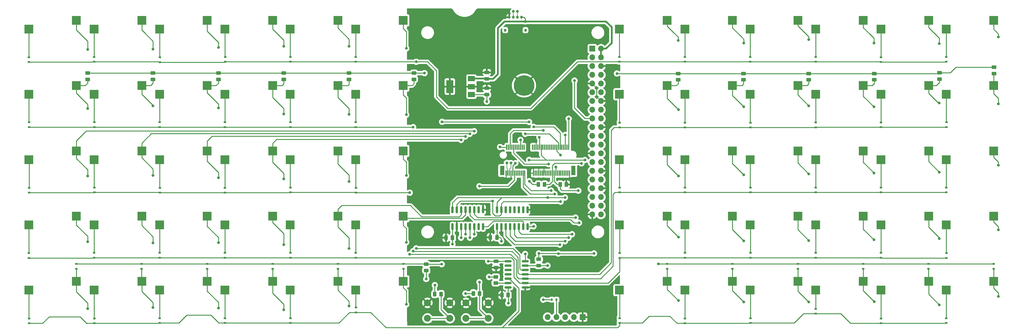
<source format=gbl>
G04 #@! TF.GenerationSoftware,KiCad,Pcbnew,(6.0.10)*
G04 #@! TF.CreationDate,2023-08-27T18:11:45-04:00*
G04 #@! TF.ProjectId,storyboard,73746f72-7962-46f6-9172-642e6b696361,rev?*
G04 #@! TF.SameCoordinates,Original*
G04 #@! TF.FileFunction,Copper,L2,Bot*
G04 #@! TF.FilePolarity,Positive*
%FSLAX46Y46*%
G04 Gerber Fmt 4.6, Leading zero omitted, Abs format (unit mm)*
G04 Created by KiCad (PCBNEW (6.0.10)) date 2023-08-27 18:11:45*
%MOMM*%
%LPD*%
G01*
G04 APERTURE LIST*
G04 Aperture macros list*
%AMRoundRect*
0 Rectangle with rounded corners*
0 $1 Rounding radius*
0 $2 $3 $4 $5 $6 $7 $8 $9 X,Y pos of 4 corners*
0 Add a 4 corners polygon primitive as box body*
4,1,4,$2,$3,$4,$5,$6,$7,$8,$9,$2,$3,0*
0 Add four circle primitives for the rounded corners*
1,1,$1+$1,$2,$3*
1,1,$1+$1,$4,$5*
1,1,$1+$1,$6,$7*
1,1,$1+$1,$8,$9*
0 Add four rect primitives between the rounded corners*
20,1,$1+$1,$2,$3,$4,$5,0*
20,1,$1+$1,$4,$5,$6,$7,0*
20,1,$1+$1,$6,$7,$8,$9,0*
20,1,$1+$1,$8,$9,$2,$3,0*%
G04 Aperture macros list end*
G04 #@! TA.AperFunction,SMDPad,CuDef*
%ADD10R,2.550000X2.500000*%
G04 #@! TD*
G04 #@! TA.AperFunction,ComponentPad*
%ADD11C,2.000000*%
G04 #@! TD*
G04 #@! TA.AperFunction,ComponentPad*
%ADD12R,1.700000X1.700000*%
G04 #@! TD*
G04 #@! TA.AperFunction,ComponentPad*
%ADD13O,1.700000X1.700000*%
G04 #@! TD*
G04 #@! TA.AperFunction,SMDPad,CuDef*
%ADD14R,2.000000X1.500000*%
G04 #@! TD*
G04 #@! TA.AperFunction,SMDPad,CuDef*
%ADD15R,2.000000X3.800000*%
G04 #@! TD*
G04 #@! TA.AperFunction,SMDPad,CuDef*
%ADD16RoundRect,0.250000X-0.450000X0.262500X-0.450000X-0.262500X0.450000X-0.262500X0.450000X0.262500X0*%
G04 #@! TD*
G04 #@! TA.AperFunction,SMDPad,CuDef*
%ADD17R,0.700000X0.600000*%
G04 #@! TD*
G04 #@! TA.AperFunction,SMDPad,CuDef*
%ADD18RoundRect,0.250000X-0.262500X-0.450000X0.262500X-0.450000X0.262500X0.450000X-0.262500X0.450000X0*%
G04 #@! TD*
G04 #@! TA.AperFunction,SMDPad,CuDef*
%ADD19RoundRect,0.150000X-0.150000X0.825000X-0.150000X-0.825000X0.150000X-0.825000X0.150000X0.825000X0*%
G04 #@! TD*
G04 #@! TA.AperFunction,SMDPad,CuDef*
%ADD20RoundRect,0.250000X0.450000X-0.262500X0.450000X0.262500X-0.450000X0.262500X-0.450000X-0.262500X0*%
G04 #@! TD*
G04 #@! TA.AperFunction,SMDPad,CuDef*
%ADD21RoundRect,0.150000X0.150000X0.275000X-0.150000X0.275000X-0.150000X-0.275000X0.150000X-0.275000X0*%
G04 #@! TD*
G04 #@! TA.AperFunction,SMDPad,CuDef*
%ADD22RoundRect,0.175000X0.175000X0.225000X-0.175000X0.225000X-0.175000X-0.225000X0.175000X-0.225000X0*%
G04 #@! TD*
G04 #@! TA.AperFunction,SMDPad,CuDef*
%ADD23RoundRect,0.150000X0.825000X0.150000X-0.825000X0.150000X-0.825000X-0.150000X0.825000X-0.150000X0*%
G04 #@! TD*
G04 #@! TA.AperFunction,SMDPad,CuDef*
%ADD24RoundRect,0.250000X0.475000X-0.250000X0.475000X0.250000X-0.475000X0.250000X-0.475000X-0.250000X0*%
G04 #@! TD*
G04 #@! TA.AperFunction,SMDPad,CuDef*
%ADD25RoundRect,0.250000X0.262500X0.450000X-0.262500X0.450000X-0.262500X-0.450000X0.262500X-0.450000X0*%
G04 #@! TD*
G04 #@! TA.AperFunction,SMDPad,CuDef*
%ADD26R,0.600000X0.700000*%
G04 #@! TD*
G04 #@! TA.AperFunction,SMDPad,CuDef*
%ADD27RoundRect,0.250000X0.250000X0.475000X-0.250000X0.475000X-0.250000X-0.475000X0.250000X-0.475000X0*%
G04 #@! TD*
G04 #@! TA.AperFunction,ComponentPad*
%ADD28C,6.000000*%
G04 #@! TD*
G04 #@! TA.AperFunction,SMDPad,CuDef*
%ADD29R,0.299720X1.549400*%
G04 #@! TD*
G04 #@! TA.AperFunction,SMDPad,CuDef*
%ADD30R,1.198880X2.748280*%
G04 #@! TD*
G04 #@! TA.AperFunction,ViaPad*
%ADD31C,0.800000*%
G04 #@! TD*
G04 #@! TA.AperFunction,Conductor*
%ADD32C,0.250000*%
G04 #@! TD*
G04 #@! TA.AperFunction,Conductor*
%ADD33C,0.500000*%
G04 #@! TD*
G04 #@! TA.AperFunction,Conductor*
%ADD34C,0.200000*%
G04 #@! TD*
G04 APERTURE END LIST*
D10*
X324620000Y-46720000D03*
X310770000Y-49260000D03*
X133940000Y-46720000D03*
X120090000Y-49260000D03*
X95940000Y-103720000D03*
X82090000Y-106260000D03*
X248620000Y-122720000D03*
X234770000Y-125260000D03*
X171940000Y-84720000D03*
X158090000Y-87260000D03*
X133940000Y-103720000D03*
X120090000Y-106260000D03*
X267620000Y-84720000D03*
X253770000Y-87260000D03*
X114940000Y-46720000D03*
X101090000Y-49260000D03*
X114940000Y-122720000D03*
X101090000Y-125260000D03*
X305620000Y-65720000D03*
X291770000Y-68260000D03*
X133940000Y-65720000D03*
X120090000Y-68260000D03*
X152940000Y-84720000D03*
X139090000Y-87260000D03*
X286620000Y-46720000D03*
X272770000Y-49260000D03*
X114940000Y-84720000D03*
X101090000Y-87260000D03*
X286620000Y-103720000D03*
X272770000Y-106260000D03*
X286620000Y-122720000D03*
X272770000Y-125260000D03*
X343540000Y-46720000D03*
X329690000Y-49260000D03*
X95940000Y-84720000D03*
X82090000Y-87260000D03*
X343540000Y-103720000D03*
X329690000Y-106260000D03*
X248620000Y-103720000D03*
X234770000Y-106260000D03*
X171940000Y-46720000D03*
X158090000Y-49260000D03*
X267620000Y-46720000D03*
X253770000Y-49260000D03*
X152940000Y-122720000D03*
X139090000Y-125260000D03*
X305620000Y-122720000D03*
X291770000Y-125260000D03*
X324620000Y-103720000D03*
X310770000Y-106260000D03*
X324620000Y-84720000D03*
X310770000Y-87260000D03*
X267620000Y-65720000D03*
X253770000Y-68260000D03*
X133940000Y-84720000D03*
X120090000Y-87260000D03*
X76940000Y-103720000D03*
X63090000Y-106260000D03*
X305620000Y-46720000D03*
X291770000Y-49260000D03*
D11*
X190150000Y-128950000D03*
X196650000Y-128950000D03*
X196650000Y-133450000D03*
X190150000Y-133450000D03*
D10*
X248620000Y-84720000D03*
X234770000Y-87260000D03*
X114940000Y-103720000D03*
X101090000Y-106260000D03*
X324620000Y-65720000D03*
X310770000Y-68260000D03*
X76940000Y-84720000D03*
X63090000Y-87260000D03*
D11*
X178950000Y-128950000D03*
X185450000Y-128950000D03*
X178950000Y-133450000D03*
X185450000Y-133450000D03*
D10*
X343540000Y-84720000D03*
X329690000Y-87260000D03*
X267620000Y-122720000D03*
X253770000Y-125260000D03*
X286620000Y-84720000D03*
X272770000Y-87260000D03*
X324620000Y-122720000D03*
X310770000Y-125260000D03*
X114940000Y-65720000D03*
X101090000Y-68260000D03*
X95940000Y-46720000D03*
X82090000Y-49260000D03*
X152940000Y-46720000D03*
X139090000Y-49260000D03*
X305620000Y-84720000D03*
X291770000Y-87260000D03*
D12*
X224023000Y-133096000D03*
D13*
X221483000Y-133096000D03*
X218943000Y-133096000D03*
X216403000Y-133096000D03*
X213863000Y-133096000D03*
D10*
X248620000Y-65720000D03*
X234770000Y-68260000D03*
X76940000Y-122720000D03*
X63090000Y-125260000D03*
X267620000Y-103720000D03*
X253770000Y-106260000D03*
X305620000Y-103720000D03*
X291770000Y-106260000D03*
X133940000Y-122720000D03*
X120090000Y-125260000D03*
X95940000Y-65720000D03*
X82090000Y-68260000D03*
X171940000Y-103720000D03*
X158090000Y-106260000D03*
X343540000Y-65720000D03*
X329690000Y-68260000D03*
X95940000Y-122720000D03*
X82090000Y-125260000D03*
X286620000Y-65720000D03*
X272770000Y-68260000D03*
X171940000Y-65720000D03*
X158090000Y-68260000D03*
X152940000Y-103720000D03*
X139090000Y-106260000D03*
X343540000Y-122720000D03*
X329690000Y-125260000D03*
X171940000Y-122720000D03*
X158090000Y-125260000D03*
D12*
X226868000Y-54988000D03*
D13*
X229408000Y-54988000D03*
X226868000Y-57528000D03*
X229408000Y-57528000D03*
X226868000Y-60068000D03*
X229408000Y-60068000D03*
X226868000Y-62608000D03*
X229408000Y-62608000D03*
X226868000Y-65148000D03*
X229408000Y-65148000D03*
X226868000Y-67688000D03*
X229408000Y-67688000D03*
X226868000Y-70228000D03*
X229408000Y-70228000D03*
X226868000Y-72768000D03*
X229408000Y-72768000D03*
X226868000Y-75308000D03*
X229408000Y-75308000D03*
X226868000Y-77848000D03*
X229408000Y-77848000D03*
X226868000Y-80388000D03*
X229408000Y-80388000D03*
X226868000Y-82928000D03*
X229408000Y-82928000D03*
X226868000Y-85468000D03*
X229408000Y-85468000D03*
X226868000Y-88008000D03*
X229408000Y-88008000D03*
X226868000Y-90548000D03*
X229408000Y-90548000D03*
X226868000Y-93088000D03*
X229408000Y-93088000D03*
X226868000Y-95628000D03*
X229408000Y-95628000D03*
X226868000Y-98168000D03*
X229408000Y-98168000D03*
X226868000Y-100708000D03*
X229408000Y-100708000D03*
X226868000Y-103248000D03*
X229408000Y-103248000D03*
D10*
X248620000Y-46720000D03*
X234770000Y-49260000D03*
X76940000Y-46720000D03*
X63090000Y-49260000D03*
X152940000Y-65720000D03*
X139090000Y-68260000D03*
X76940000Y-65720000D03*
X63090000Y-68260000D03*
D14*
X191750000Y-63700000D03*
X191750000Y-66000000D03*
D15*
X185450000Y-66000000D03*
D14*
X191750000Y-68300000D03*
D16*
X308800000Y-62187500D03*
X308800000Y-64012500D03*
D17*
X82100000Y-58800000D03*
X82100000Y-57400000D03*
D16*
X156200000Y-62087500D03*
X156200000Y-63912500D03*
D18*
X181087500Y-126400000D03*
X182912500Y-126400000D03*
D17*
X158100000Y-115800000D03*
X158100000Y-114400000D03*
X291800000Y-58800000D03*
X291800000Y-57400000D03*
D19*
X199155000Y-101825000D03*
X200425000Y-101825000D03*
X201695000Y-101825000D03*
X202965000Y-101825000D03*
X204235000Y-101825000D03*
X205505000Y-101825000D03*
X206775000Y-101825000D03*
X208045000Y-101825000D03*
X208045000Y-106775000D03*
X206775000Y-106775000D03*
X205505000Y-106775000D03*
X204235000Y-106775000D03*
X202965000Y-106775000D03*
X201695000Y-106775000D03*
X200425000Y-106775000D03*
X199155000Y-106775000D03*
D17*
X120100000Y-96900000D03*
X120100000Y-95500000D03*
X82200000Y-77800000D03*
X82200000Y-76400000D03*
X158100000Y-77800000D03*
X158100000Y-76400000D03*
X291800000Y-77875000D03*
X291800000Y-76475000D03*
X95900000Y-119000000D03*
X95900000Y-117600000D03*
D20*
X178600000Y-119512500D03*
X178600000Y-117687500D03*
D17*
X158200000Y-96900000D03*
X158200000Y-95500000D03*
X310800000Y-58850000D03*
X310800000Y-57450000D03*
X158200000Y-131700000D03*
X158200000Y-130300000D03*
X101100000Y-77800000D03*
X101100000Y-76400000D03*
X82100000Y-115800000D03*
X82100000Y-114400000D03*
X101100000Y-115800000D03*
X101100000Y-114400000D03*
X139100000Y-115800000D03*
X139100000Y-114400000D03*
D21*
X206300000Y-45797893D03*
X205100000Y-45797893D03*
X203900000Y-45797893D03*
X202700000Y-45797893D03*
D22*
X201550000Y-49572893D03*
X207450000Y-49572893D03*
D17*
X234800000Y-77900000D03*
X234800000Y-76500000D03*
X286600000Y-119000000D03*
X286600000Y-117600000D03*
D18*
X217527500Y-94488000D03*
X219352500Y-94488000D03*
D17*
X234800000Y-96800000D03*
X234800000Y-95400000D03*
D16*
X327800000Y-62000000D03*
X327800000Y-63825000D03*
D17*
X310800000Y-77850000D03*
X310800000Y-76450000D03*
X291800000Y-115800000D03*
X291800000Y-114400000D03*
X120100000Y-77800000D03*
X120100000Y-76400000D03*
X158100000Y-58800000D03*
X158100000Y-57400000D03*
X82200000Y-134900000D03*
X82200000Y-133500000D03*
X120200000Y-58800000D03*
X120200000Y-57400000D03*
X234800000Y-134800000D03*
X234800000Y-133400000D03*
X234750000Y-58800000D03*
X234750000Y-57400000D03*
D23*
X207350000Y-116850000D03*
X207350000Y-118120000D03*
X207350000Y-119390000D03*
X207350000Y-120660000D03*
X207350000Y-121930000D03*
X207350000Y-123200000D03*
X207350000Y-124470000D03*
X202400000Y-124470000D03*
X202400000Y-123200000D03*
X202400000Y-121930000D03*
X202400000Y-120660000D03*
X202400000Y-119390000D03*
X202400000Y-118120000D03*
X202400000Y-116850000D03*
D17*
X253800000Y-96800000D03*
X253800000Y-95400000D03*
X63200000Y-96900000D03*
X63200000Y-95500000D03*
X253800000Y-77900000D03*
X253800000Y-76500000D03*
X253800000Y-115800000D03*
X253800000Y-114400000D03*
X139100000Y-96800000D03*
X139100000Y-95400000D03*
D18*
X211177500Y-94488000D03*
X213002500Y-94488000D03*
D17*
X272800000Y-134800000D03*
X272800000Y-133400000D03*
X324600000Y-119000000D03*
X324600000Y-117600000D03*
X272750000Y-58800000D03*
X272750000Y-57400000D03*
X291800000Y-96800000D03*
X291800000Y-95400000D03*
X120100000Y-115800000D03*
X120100000Y-114400000D03*
X310800000Y-134900000D03*
X310800000Y-133500000D03*
X114900000Y-119000000D03*
X114900000Y-117600000D03*
X329700000Y-58800000D03*
X329700000Y-57400000D03*
X329700000Y-134800000D03*
X329700000Y-133400000D03*
X234800000Y-115900000D03*
X234800000Y-114500000D03*
X253800000Y-58800000D03*
X253800000Y-57400000D03*
X329800000Y-77800000D03*
X329800000Y-76400000D03*
X329700000Y-96800000D03*
X329700000Y-95400000D03*
X310800000Y-115800000D03*
X310800000Y-114400000D03*
D16*
X198800000Y-121377500D03*
X198800000Y-123202500D03*
D17*
X63200000Y-134900000D03*
X63200000Y-133500000D03*
X82200000Y-96800000D03*
X82200000Y-95400000D03*
X172000000Y-119000000D03*
X172000000Y-117600000D03*
X343500000Y-119000000D03*
X343500000Y-117600000D03*
D24*
X196200000Y-63750000D03*
X196200000Y-61850000D03*
D25*
X202412500Y-126690000D03*
X200587500Y-126690000D03*
D26*
X216454000Y-128016000D03*
X215054000Y-128016000D03*
D27*
X199131646Y-109864912D03*
X197231646Y-109864912D03*
D17*
X63200000Y-77800000D03*
X63200000Y-76400000D03*
D27*
X186249820Y-109993151D03*
X184349820Y-109993151D03*
D19*
X186255000Y-101825000D03*
X187525000Y-101825000D03*
X188795000Y-101825000D03*
X190065000Y-101825000D03*
X191335000Y-101825000D03*
X192605000Y-101825000D03*
X193875000Y-101825000D03*
X195145000Y-101825000D03*
X195145000Y-106775000D03*
X193875000Y-106775000D03*
X192605000Y-106775000D03*
X191335000Y-106775000D03*
X190065000Y-106775000D03*
X188795000Y-106775000D03*
X187525000Y-106775000D03*
X186255000Y-106775000D03*
D17*
X101100000Y-134800000D03*
X101100000Y-133400000D03*
X101200000Y-96900000D03*
X101200000Y-95500000D03*
D16*
X251800000Y-62187500D03*
X251800000Y-64012500D03*
X343600000Y-60387500D03*
X343600000Y-62212500D03*
D24*
X196200000Y-68350000D03*
X196200000Y-66450000D03*
D17*
X120100000Y-134800000D03*
X120100000Y-133400000D03*
X63100000Y-58850000D03*
X63100000Y-57450000D03*
D16*
X211300000Y-116277500D03*
X211300000Y-118102500D03*
D18*
X192287500Y-126200000D03*
X194112500Y-126200000D03*
D17*
X139100000Y-134800000D03*
X139100000Y-133400000D03*
X152900000Y-119000000D03*
X152900000Y-117600000D03*
D24*
X198875000Y-118740000D03*
X198875000Y-116840000D03*
D17*
X76900000Y-119000000D03*
X76900000Y-117600000D03*
X291800000Y-132100000D03*
X291800000Y-130700000D03*
X63100000Y-115900000D03*
X63100000Y-114500000D03*
D16*
X137200000Y-62087500D03*
X137200000Y-63912500D03*
X175000000Y-62087500D03*
X175000000Y-63912500D03*
X289800000Y-62187500D03*
X289800000Y-64012500D03*
D17*
X139100000Y-58800000D03*
X139100000Y-57400000D03*
X272800000Y-77900000D03*
X272800000Y-76500000D03*
D16*
X270800000Y-62187500D03*
X270800000Y-64012500D03*
D17*
X139100000Y-77800000D03*
X139100000Y-76400000D03*
X305600000Y-119000000D03*
X305600000Y-117600000D03*
X329800000Y-115900000D03*
X329800000Y-114500000D03*
D28*
X207002040Y-65686864D03*
D17*
X272800000Y-96800000D03*
X272800000Y-95400000D03*
X310800000Y-96800000D03*
X310800000Y-95400000D03*
X248600000Y-119000000D03*
X248600000Y-117600000D03*
X267600000Y-119000000D03*
X267600000Y-117600000D03*
X272800000Y-115800000D03*
X272800000Y-114400000D03*
D29*
X201751860Y-91218235D03*
X202000780Y-83671895D03*
X202252240Y-91218235D03*
X202501160Y-83671895D03*
X202750080Y-91218235D03*
X203001540Y-83671895D03*
X203250460Y-91218235D03*
X203501920Y-83671895D03*
X203750840Y-91218235D03*
X204002300Y-83671895D03*
X204251220Y-91218235D03*
X204500140Y-83671895D03*
X204751600Y-91218235D03*
X205000520Y-83671895D03*
X205251980Y-91218235D03*
X205500900Y-83671895D03*
X205752360Y-91218235D03*
X206001280Y-83671895D03*
X206250200Y-91218235D03*
X206501660Y-83671895D03*
X206750580Y-91218235D03*
X207002040Y-83671895D03*
X207250960Y-91218235D03*
X209501400Y-83671895D03*
X209750320Y-91218235D03*
X210001780Y-83671895D03*
X210250700Y-91218235D03*
X210502160Y-83671895D03*
X210751080Y-91218235D03*
X211000000Y-83671895D03*
X211248920Y-91218235D03*
X211497840Y-83671895D03*
X211749300Y-91218235D03*
X211998220Y-83671895D03*
X212249680Y-91218235D03*
X212498600Y-83671895D03*
X212747520Y-91218235D03*
X212998980Y-83671895D03*
X213247900Y-91218235D03*
X213499360Y-83671895D03*
X213748280Y-91218235D03*
X213999740Y-83671895D03*
X214248660Y-91218235D03*
X214497580Y-83671895D03*
X214749040Y-91218235D03*
X214997960Y-83671895D03*
X215249420Y-91218235D03*
X215498340Y-83671895D03*
X215749800Y-91218235D03*
X215998720Y-83671895D03*
X216247640Y-91218235D03*
X216499100Y-83671895D03*
X216748020Y-91218235D03*
X216999480Y-83671895D03*
X217248400Y-91218235D03*
X217499860Y-83671895D03*
X217748780Y-91218235D03*
X217997700Y-83671895D03*
X218249160Y-91218235D03*
X218498080Y-83671895D03*
X218749540Y-91218235D03*
X218998460Y-83671895D03*
X219249920Y-91218235D03*
X219498840Y-83671895D03*
X219747760Y-91218235D03*
X219999220Y-83671895D03*
X220248140Y-91218235D03*
D30*
X200652040Y-90443535D03*
X221347960Y-90443535D03*
D17*
X101200000Y-58900000D03*
X101200000Y-57500000D03*
X253800000Y-134900000D03*
X253800000Y-133500000D03*
D16*
X99200000Y-62087500D03*
X99200000Y-63912500D03*
X118200000Y-62087500D03*
X118200000Y-63912500D03*
D17*
X134000000Y-119000000D03*
X134000000Y-117600000D03*
D16*
X80200000Y-62087500D03*
X80200000Y-63912500D03*
D31*
X184150000Y-107250000D03*
X195500000Y-111650000D03*
X195500000Y-118750000D03*
X217750000Y-65700000D03*
X217350000Y-125100000D03*
X183500000Y-59800000D03*
X217350000Y-118800000D03*
X196850000Y-101854000D03*
X191950000Y-111650000D03*
X210508500Y-81800000D03*
X202250000Y-131600000D03*
X210850000Y-75000000D03*
X205450000Y-70650000D03*
X199650000Y-96600000D03*
X184150000Y-101550000D03*
X217750000Y-61400000D03*
X205350000Y-95000000D03*
X205450000Y-74650000D03*
X183500000Y-73350000D03*
X196850000Y-96550000D03*
X199650000Y-93050000D03*
X207800000Y-129850000D03*
X205350000Y-89300000D03*
X200400000Y-111000000D03*
X208550000Y-93550000D03*
X200050000Y-83600000D03*
X217000000Y-114600000D03*
X211328000Y-114554000D03*
X227350000Y-114550000D03*
X186250000Y-111850000D03*
X221700000Y-64250000D03*
X196596000Y-116840000D03*
X190000000Y-126250000D03*
X220000000Y-75350000D03*
X234050000Y-62200000D03*
X196850000Y-121412000D03*
X178600000Y-122000000D03*
X181100000Y-123800000D03*
X196200000Y-70350000D03*
X178100000Y-62100000D03*
X204500000Y-88300000D03*
X207400000Y-47050000D03*
X80200000Y-55200000D03*
X80200000Y-92000000D03*
X80200000Y-72400000D03*
X80200000Y-130600000D03*
X80200000Y-111200000D03*
X192532000Y-108966000D03*
X192532000Y-78994000D03*
X246100000Y-117600000D03*
X224700000Y-87376000D03*
X183100000Y-117700000D03*
X208500000Y-76300000D03*
X208500000Y-87350000D03*
X183200000Y-76250000D03*
X175700000Y-113100000D03*
X175700000Y-58800000D03*
X174800000Y-77800000D03*
X174800000Y-113900000D03*
X173800000Y-114800000D03*
X173800000Y-96900000D03*
X191262000Y-109982000D03*
X99200000Y-91900000D03*
X99200000Y-111500000D03*
X191262000Y-79756000D03*
X99200000Y-71600000D03*
X99200000Y-55100000D03*
X99200000Y-130300000D03*
X118200000Y-130500000D03*
X118200000Y-111400000D03*
X118200000Y-72200000D03*
X189992000Y-80518000D03*
X118200000Y-54600000D03*
X118200000Y-92500000D03*
X189992000Y-108966000D03*
X188722000Y-81534000D03*
X137200000Y-54300000D03*
X137200000Y-131000000D03*
X137200000Y-74000000D03*
X188722000Y-109982000D03*
X137200000Y-92900000D03*
X137200000Y-112000000D03*
X156200000Y-113100000D03*
X156200000Y-93600000D03*
X156200000Y-129900000D03*
X156200000Y-54300000D03*
X156200000Y-74100000D03*
X172800000Y-74200000D03*
X172800000Y-111300000D03*
X172800000Y-129400000D03*
X172800000Y-91900000D03*
X172800000Y-54900000D03*
X251900000Y-92000000D03*
X251900000Y-128300000D03*
X251900000Y-72700000D03*
X251900000Y-109800000D03*
X223012000Y-105664000D03*
X251800000Y-52600000D03*
X270900000Y-91700000D03*
X270900000Y-128700000D03*
X270900000Y-53300000D03*
X221996000Y-104140000D03*
X270900000Y-71900000D03*
X270900000Y-110900000D03*
X289800000Y-52300000D03*
X289800000Y-71600000D03*
X289800000Y-110800000D03*
X289800000Y-91400000D03*
X220980000Y-108966000D03*
X289800000Y-128700000D03*
X308700000Y-71900000D03*
X308700000Y-53300000D03*
X308700000Y-110600000D03*
X219964000Y-109982000D03*
X308700000Y-91200000D03*
X308800000Y-128600000D03*
X327700000Y-129500000D03*
X218948000Y-110998000D03*
X327700000Y-53500000D03*
X327700000Y-110200000D03*
X327700000Y-90900000D03*
X327700000Y-70800000D03*
X344900000Y-127100000D03*
X217424000Y-112014000D03*
X344900000Y-107700000D03*
X344900000Y-51600000D03*
X344900000Y-71000000D03*
X344900000Y-88900000D03*
X215900000Y-97281538D03*
X214884000Y-96266000D03*
X205100000Y-44150000D03*
X203200000Y-88250000D03*
X203900000Y-44150000D03*
X202051424Y-88200000D03*
X214122000Y-88550000D03*
X194056000Y-94996000D03*
X194056000Y-122936000D03*
X205994000Y-81534000D03*
X211486595Y-80738755D03*
X223700000Y-88350000D03*
X222800000Y-96300000D03*
X216250000Y-89400000D03*
X202438000Y-129062000D03*
X217650000Y-85900000D03*
X197866000Y-99314000D03*
X217650000Y-99500000D03*
X207345361Y-114728288D03*
X207350000Y-79750000D03*
X209804000Y-106680000D03*
X209804000Y-77724000D03*
X218948000Y-98298000D03*
X213868000Y-118110000D03*
X213868000Y-98298000D03*
X218998460Y-80060460D03*
X212598000Y-128016000D03*
X212598000Y-78740000D03*
D32*
X211250000Y-89900000D02*
X211250000Y-90850000D01*
X196821000Y-101825000D02*
X196850000Y-101854000D01*
X212793040Y-89843040D02*
X212450000Y-89500000D01*
X212793040Y-91206960D02*
X212793040Y-89843040D01*
X210502160Y-81806340D02*
X210508500Y-81800000D01*
X212781765Y-91218235D02*
X212793040Y-91206960D01*
X212450000Y-89500000D02*
X211600000Y-89500000D01*
X219352500Y-93247500D02*
X219352500Y-94488000D01*
X195500000Y-118750000D02*
X198865000Y-118750000D01*
X203250460Y-92699540D02*
X203250460Y-91218235D01*
X201751860Y-91218235D02*
X201751860Y-92651860D01*
X202300000Y-93050000D02*
X202900000Y-93050000D01*
X212747520Y-91218235D02*
X212781765Y-91218235D01*
X211950000Y-89500000D02*
X211650000Y-89500000D01*
X220248140Y-92351860D02*
X219352500Y-93247500D01*
X209750320Y-91218235D02*
X209750320Y-89899680D01*
X195145000Y-101825000D02*
X196821000Y-101825000D01*
X198865000Y-118750000D02*
X198875000Y-118740000D01*
X211650000Y-89500000D02*
X211250000Y-89900000D01*
X202300000Y-93050000D02*
X199650000Y-93050000D01*
X210502160Y-83671895D02*
X210502160Y-81806340D01*
X202150000Y-93050000D02*
X202300000Y-93050000D01*
X220248140Y-91218235D02*
X220248140Y-92351860D01*
X201751860Y-92651860D02*
X202150000Y-93050000D01*
X209750320Y-89899680D02*
X210150000Y-89500000D01*
X228150000Y-66430000D02*
X228150000Y-68970000D01*
X210150000Y-89500000D02*
X211600000Y-89500000D01*
X228150000Y-68970000D02*
X229408000Y-70228000D01*
X202900000Y-93050000D02*
X203250460Y-92699540D01*
X195500000Y-111650000D02*
X191950000Y-111650000D01*
X226868000Y-65148000D02*
X228150000Y-66430000D01*
X178087500Y-62087500D02*
X178100000Y-62100000D01*
X118200000Y-62087500D02*
X137200000Y-62087500D01*
X181087500Y-123812500D02*
X181100000Y-123800000D01*
X186255000Y-106775000D02*
X186255000Y-109987971D01*
X199131646Y-109864912D02*
X199914912Y-109864912D01*
X199136000Y-109860558D02*
X199136000Y-106794000D01*
X186249820Y-111849820D02*
X186250000Y-111850000D01*
X224250000Y-74800000D02*
X221700000Y-72250000D01*
X219999220Y-83671895D02*
X219999220Y-75350780D01*
X200121895Y-83671895D02*
X200050000Y-83600000D01*
X80200000Y-62087500D02*
X99200000Y-62087500D01*
X343600000Y-60387500D02*
X332512500Y-60387500D01*
X327612500Y-62187500D02*
X327800000Y-62000000D01*
X175000000Y-62087500D02*
X178087500Y-62087500D01*
X234062500Y-62187500D02*
X234050000Y-62200000D01*
X330900000Y-62000000D02*
X327800000Y-62000000D01*
X156200000Y-62087500D02*
X175000000Y-62087500D01*
X332512500Y-60387500D02*
X330900000Y-62000000D01*
X308800000Y-62187500D02*
X327612500Y-62187500D01*
X211300000Y-116277500D02*
X211300000Y-114582000D01*
X137200000Y-62087500D02*
X156200000Y-62087500D01*
X190050000Y-126200000D02*
X190000000Y-126250000D01*
X200400000Y-110350000D02*
X200400000Y-111000000D01*
X198800000Y-121377500D02*
X196884500Y-121377500D01*
X211177500Y-94488000D02*
X209488000Y-94488000D01*
X211300000Y-114582000D02*
X211328000Y-114554000D01*
X191750000Y-68300000D02*
X196150000Y-68300000D01*
X186249820Y-109993151D02*
X186249820Y-111849820D01*
X289800000Y-62187500D02*
X308800000Y-62187500D01*
X221700000Y-72250000D02*
X221700000Y-64250000D01*
X202390000Y-116840000D02*
X202400000Y-116850000D01*
X219999220Y-75350780D02*
X220000000Y-75350000D01*
X99200000Y-62087500D02*
X118200000Y-62087500D01*
X178600000Y-119512500D02*
X178600000Y-122000000D01*
X199914912Y-109864912D02*
X200400000Y-110350000D01*
X227300000Y-114600000D02*
X227350000Y-114550000D01*
X198875000Y-116840000D02*
X202390000Y-116840000D01*
X209488000Y-94488000D02*
X208550000Y-93550000D01*
X224758000Y-75308000D02*
X224250000Y-74800000D01*
X186255000Y-109987971D02*
X186249820Y-109993151D01*
X196150000Y-68300000D02*
X196200000Y-68350000D01*
X198875000Y-116840000D02*
X196596000Y-116840000D01*
X217000000Y-114600000D02*
X227300000Y-114600000D01*
X196200000Y-68350000D02*
X196200000Y-70350000D01*
X202000780Y-83671895D02*
X200121895Y-83671895D01*
X289800000Y-62187500D02*
X270800000Y-62187500D01*
X196884500Y-121377500D02*
X196850000Y-121412000D01*
X270800000Y-62187500D02*
X251800000Y-62187500D01*
X211328000Y-114554000D02*
X216954000Y-114554000D01*
X199136000Y-106794000D02*
X199155000Y-106775000D01*
X251800000Y-62187500D02*
X234062500Y-62187500D01*
X216954000Y-114554000D02*
X217000000Y-114600000D01*
X181087500Y-126400000D02*
X181087500Y-123812500D01*
X192287500Y-126200000D02*
X190050000Y-126200000D01*
X226868000Y-75308000D02*
X224758000Y-75308000D01*
D33*
X191750000Y-63700000D02*
X196150000Y-63700000D01*
X232500000Y-53300000D02*
X230812000Y-54988000D01*
D32*
X206300000Y-45797893D02*
X206997893Y-45797893D01*
D33*
X207426019Y-47076019D02*
X230876019Y-47076019D01*
D32*
X204500000Y-88300000D02*
X203750840Y-89049160D01*
X207400000Y-46200000D02*
X207400000Y-47050000D01*
D33*
X207400000Y-47050000D02*
X207426019Y-47076019D01*
X229408000Y-54988000D02*
X229408000Y-57528000D01*
X199450000Y-49000000D02*
X199450000Y-62400000D01*
D32*
X206997893Y-45797893D02*
X207400000Y-46200000D01*
D33*
X198100000Y-63750000D02*
X196200000Y-63750000D01*
X199450000Y-62400000D02*
X198100000Y-63750000D01*
X196150000Y-63700000D02*
X196200000Y-63750000D01*
X230812000Y-54988000D02*
X229408000Y-54988000D01*
D32*
X203750840Y-89049160D02*
X203750840Y-91218235D01*
D33*
X230876019Y-47076019D02*
X232500000Y-48700000D01*
X207400000Y-47050000D02*
X206300000Y-47050000D01*
X201400000Y-47050000D02*
X199450000Y-49000000D01*
X206300000Y-47050000D02*
X201400000Y-47050000D01*
X232500000Y-48700000D02*
X232500000Y-53300000D01*
D32*
X80200000Y-129000000D02*
X76940000Y-125740000D01*
X76940000Y-49540000D02*
X80200000Y-52800000D01*
X192600000Y-78900000D02*
X192600000Y-78926000D01*
X192600000Y-78900000D02*
X79800000Y-78900000D01*
X80200000Y-90200000D02*
X80200000Y-92000000D01*
X76940000Y-46720000D02*
X76940000Y-49540000D01*
X80200000Y-63912500D02*
X80200000Y-65000000D01*
X80200000Y-52800000D02*
X80200000Y-55200000D01*
X80200000Y-109600000D02*
X80200000Y-111200000D01*
X80200000Y-71200000D02*
X80200000Y-72400000D01*
X192532000Y-106848000D02*
X192605000Y-106775000D01*
X76940000Y-65720000D02*
X76940000Y-67940000D01*
X76940000Y-84720000D02*
X76940000Y-86940000D01*
X76900000Y-119000000D02*
X76900000Y-122680000D01*
X80200000Y-130600000D02*
X80200000Y-129000000D01*
X79800000Y-78900000D02*
X76940000Y-81760000D01*
X76940000Y-125740000D02*
X76940000Y-122720000D01*
X79480000Y-65720000D02*
X76940000Y-65720000D01*
X76940000Y-103720000D02*
X76940000Y-106340000D01*
X192532000Y-108966000D02*
X192532000Y-106848000D01*
X76940000Y-106340000D02*
X80200000Y-109600000D01*
X80200000Y-65000000D02*
X79480000Y-65720000D01*
X192600000Y-78926000D02*
X192532000Y-78994000D01*
X76940000Y-86940000D02*
X80200000Y-90200000D01*
X76940000Y-67940000D02*
X80200000Y-71200000D01*
X76900000Y-122680000D02*
X76940000Y-122720000D01*
X76940000Y-81760000D02*
X76940000Y-84720000D01*
X211998220Y-85948220D02*
X211998220Y-83671895D01*
X95900000Y-117600000D02*
X114900000Y-117600000D01*
X224674000Y-87350000D02*
X208500000Y-87350000D01*
X183087500Y-117687500D02*
X178600000Y-117687500D01*
X224700000Y-87376000D02*
X224674000Y-87350000D01*
X172000000Y-117600000D02*
X178487500Y-117600000D01*
X286600000Y-117600000D02*
X305600000Y-117600000D01*
X324600000Y-117600000D02*
X305600000Y-117600000D01*
X267600000Y-117600000D02*
X248600000Y-117600000D01*
X114900000Y-117600000D02*
X134000000Y-117600000D01*
X343500000Y-117600000D02*
X324600000Y-117600000D01*
X134000000Y-117600000D02*
X152900000Y-117600000D01*
X76900000Y-117600000D02*
X95900000Y-117600000D01*
X208450000Y-76250000D02*
X208500000Y-76300000D01*
X152900000Y-117600000D02*
X172000000Y-117600000D01*
X246100000Y-117600000D02*
X248600000Y-117600000D01*
X267600000Y-117600000D02*
X286600000Y-117600000D01*
X183100000Y-117700000D02*
X183087500Y-117687500D01*
X183200000Y-76250000D02*
X208450000Y-76250000D01*
X213400000Y-87350000D02*
X211998220Y-85948220D01*
X291800000Y-58800000D02*
X310750000Y-58800000D01*
X175700000Y-113100000D02*
X203800000Y-113100000D01*
X310800000Y-58850000D02*
X329650000Y-58850000D01*
X101200000Y-58900000D02*
X120100000Y-58900000D01*
X175700000Y-58800000D02*
X158100000Y-58800000D01*
X329650000Y-58850000D02*
X329700000Y-58800000D01*
X82050000Y-58850000D02*
X82100000Y-58800000D01*
X181550000Y-61350000D02*
X179000000Y-58800000D01*
X234750000Y-58800000D02*
X222550000Y-58800000D01*
X120100000Y-58900000D02*
X120200000Y-58800000D01*
X310750000Y-58800000D02*
X310800000Y-58850000D01*
X209000000Y-72350000D02*
X184900000Y-72350000D01*
X205800000Y-115100000D02*
X205800000Y-119000000D01*
X120200000Y-58800000D02*
X139100000Y-58800000D01*
X82100000Y-58800000D02*
X101100000Y-58800000D01*
X206190000Y-119390000D02*
X207350000Y-119390000D01*
X63100000Y-58850000D02*
X82050000Y-58850000D01*
X234750000Y-58800000D02*
X253800000Y-58800000D01*
X184900000Y-72350000D02*
X181550000Y-69000000D01*
X272750000Y-58800000D02*
X291800000Y-58800000D01*
X181550000Y-69000000D02*
X181550000Y-61350000D01*
X139100000Y-58800000D02*
X158100000Y-58800000D01*
X203800000Y-113100000D02*
X205800000Y-115100000D01*
X205800000Y-119000000D02*
X206190000Y-119390000D01*
X253800000Y-58800000D02*
X272750000Y-58800000D01*
X222550000Y-58800000D02*
X209000000Y-72350000D01*
X179000000Y-58800000D02*
X175700000Y-58800000D01*
X63090000Y-57440000D02*
X63100000Y-57450000D01*
X63090000Y-49260000D02*
X63090000Y-57440000D01*
X82200000Y-77800000D02*
X63200000Y-77800000D01*
X329800000Y-77800000D02*
X310850000Y-77800000D01*
X229040000Y-120660000D02*
X232400000Y-117300000D01*
X291775000Y-77900000D02*
X291800000Y-77875000D01*
X101100000Y-77800000D02*
X82200000Y-77800000D01*
X203600000Y-114000000D02*
X194700000Y-114000000D01*
X232400000Y-78700000D02*
X233200000Y-77900000D01*
X253800000Y-77900000D02*
X272800000Y-77900000D01*
X207350000Y-120660000D02*
X205760000Y-120660000D01*
X272800000Y-77900000D02*
X291775000Y-77900000D01*
X310800000Y-77850000D02*
X291825000Y-77850000D01*
X139100000Y-77800000D02*
X120100000Y-77800000D01*
X205760000Y-120660000D02*
X205300000Y-120200000D01*
X291825000Y-77850000D02*
X291800000Y-77875000D01*
X205300000Y-115700000D02*
X203600000Y-114000000D01*
X207350000Y-120660000D02*
X229040000Y-120660000D01*
X174800000Y-77800000D02*
X158100000Y-77800000D01*
X120100000Y-77800000D02*
X101100000Y-77800000D01*
X232400000Y-117300000D02*
X232400000Y-78700000D01*
X174900000Y-114000000D02*
X174800000Y-113900000D01*
X205300000Y-120200000D02*
X205300000Y-115700000D01*
X233200000Y-77900000D02*
X234800000Y-77900000D01*
X194700000Y-114000000D02*
X174900000Y-114000000D01*
X158100000Y-77800000D02*
X139100000Y-77800000D01*
X253800000Y-77900000D02*
X234800000Y-77900000D01*
X63090000Y-68260000D02*
X63090000Y-76290000D01*
X63090000Y-76290000D02*
X63200000Y-76400000D01*
X310800000Y-96800000D02*
X329700000Y-96800000D01*
X233500000Y-96800000D02*
X234800000Y-96800000D01*
X234800000Y-96800000D02*
X253800000Y-96800000D01*
X139000000Y-96900000D02*
X139100000Y-96800000D01*
X120100000Y-96900000D02*
X101200000Y-96900000D01*
X158100000Y-96800000D02*
X158200000Y-96900000D01*
X120100000Y-96900000D02*
X139000000Y-96900000D01*
X205480000Y-121930000D02*
X207350000Y-121930000D01*
X232900000Y-97400000D02*
X233500000Y-96800000D01*
X291800000Y-96800000D02*
X310800000Y-96800000D01*
X272800000Y-96800000D02*
X253800000Y-96800000D01*
X203100000Y-114800000D02*
X204800000Y-116500000D01*
X272800000Y-96800000D02*
X291800000Y-96800000D01*
X82200000Y-96800000D02*
X101100000Y-96800000D01*
X173800000Y-96900000D02*
X158200000Y-96900000D01*
X101100000Y-96800000D02*
X101200000Y-96900000D01*
X63200000Y-96900000D02*
X82100000Y-96900000D01*
X207350000Y-121930000D02*
X229270000Y-121930000D01*
X82100000Y-96900000D02*
X82200000Y-96800000D01*
X173800000Y-114800000D02*
X203100000Y-114800000D01*
X229270000Y-121930000D02*
X232900000Y-118300000D01*
X204800000Y-121250000D02*
X205480000Y-121930000D01*
X139100000Y-96800000D02*
X158100000Y-96800000D01*
X232900000Y-118300000D02*
X232900000Y-97400000D01*
X204800000Y-116500000D02*
X204800000Y-121250000D01*
X63200000Y-95500000D02*
X63200000Y-87370000D01*
X63200000Y-87370000D02*
X63090000Y-87260000D01*
X207350000Y-123200000D02*
X231500000Y-123200000D01*
X204100000Y-121500000D02*
X204100000Y-116500000D01*
X204100000Y-116500000D02*
X203400000Y-115800000D01*
X272800000Y-115800000D02*
X253800000Y-115800000D01*
X310900000Y-115900000D02*
X310800000Y-115800000D01*
X234900000Y-115800000D02*
X234800000Y-115900000D01*
X291800000Y-115800000D02*
X310800000Y-115800000D01*
X253800000Y-115800000D02*
X234900000Y-115800000D01*
X205800000Y-123200000D02*
X204100000Y-121500000D01*
X63100000Y-115900000D02*
X82000000Y-115900000D01*
X120100000Y-115800000D02*
X139100000Y-115800000D01*
X234800000Y-119900000D02*
X234800000Y-115900000D01*
X139100000Y-115800000D02*
X158100000Y-115800000D01*
X101100000Y-115800000D02*
X120100000Y-115800000D01*
X82000000Y-115900000D02*
X82100000Y-115800000D01*
X272800000Y-115800000D02*
X291800000Y-115800000D01*
X329800000Y-115900000D02*
X310900000Y-115900000D01*
X82100000Y-115800000D02*
X101100000Y-115800000D01*
X207350000Y-123200000D02*
X205800000Y-123200000D01*
X231500000Y-123200000D02*
X234800000Y-119900000D01*
X203400000Y-115800000D02*
X158100000Y-115800000D01*
X63090000Y-114490000D02*
X63100000Y-114500000D01*
X63090000Y-106260000D02*
X63090000Y-114490000D01*
X329600000Y-134900000D02*
X329700000Y-134800000D01*
X82200000Y-134900000D02*
X101000000Y-134900000D01*
X253800000Y-134900000D02*
X272700000Y-134900000D01*
X67100000Y-134900000D02*
X69000000Y-133000000D01*
X310800000Y-134900000D02*
X329600000Y-134900000D01*
X78000000Y-133000000D02*
X80000000Y-135000000D01*
X272800000Y-134800000D02*
X285500000Y-134800000D01*
X202748467Y-121930000D02*
X202400000Y-121930000D01*
X116000000Y-132500000D02*
X109000000Y-132500000D01*
X139100000Y-134800000D02*
X153200000Y-134800000D01*
X234800000Y-135532000D02*
X234188000Y-136144000D01*
X109000000Y-132500000D02*
X106700000Y-134800000D01*
X153200000Y-134800000D02*
X156300000Y-131700000D01*
X156300000Y-131700000D02*
X158200000Y-131700000D01*
X63200000Y-134900000D02*
X67100000Y-134900000D01*
X272700000Y-134900000D02*
X272800000Y-134800000D01*
X251500000Y-134900000D02*
X253800000Y-134900000D01*
X106700000Y-134800000D02*
X101100000Y-134800000D01*
X249400000Y-132800000D02*
X251500000Y-134900000D01*
X241400000Y-134800000D02*
X243400000Y-132800000D01*
X288200000Y-132100000D02*
X291800000Y-132100000D01*
X243400000Y-132800000D02*
X249400000Y-132800000D01*
X118300000Y-134800000D02*
X116000000Y-132500000D01*
X120100000Y-134800000D02*
X118300000Y-134800000D01*
X162434000Y-131700000D02*
X166878000Y-136144000D01*
X291800000Y-132100000D02*
X299100000Y-132100000D01*
X234800000Y-134800000D02*
X241400000Y-134800000D01*
X234800000Y-134800000D02*
X234800000Y-135532000D01*
X205500000Y-124681533D02*
X202748467Y-121930000D01*
X69000000Y-133000000D02*
X78000000Y-133000000D01*
X301900000Y-134900000D02*
X310800000Y-134900000D01*
X234188000Y-136144000D02*
X200660000Y-136144000D01*
X101000000Y-134900000D02*
X101100000Y-134800000D01*
X80100000Y-134900000D02*
X82200000Y-134900000D01*
X205500000Y-131304000D02*
X205500000Y-124681533D01*
X285500000Y-134800000D02*
X288200000Y-132100000D01*
X158200000Y-131700000D02*
X162434000Y-131700000D01*
X200660000Y-136144000D02*
X205500000Y-131304000D01*
X166878000Y-136144000D02*
X200660000Y-136144000D01*
X299100000Y-132100000D02*
X301900000Y-134900000D01*
X80000000Y-135000000D02*
X80100000Y-134900000D01*
X120100000Y-134800000D02*
X139100000Y-134800000D01*
X63090000Y-125260000D02*
X63090000Y-133390000D01*
X63090000Y-133390000D02*
X63200000Y-133500000D01*
X99200000Y-128900000D02*
X99200000Y-130300000D01*
X99200000Y-109700000D02*
X95940000Y-106440000D01*
X95940000Y-122720000D02*
X95940000Y-125640000D01*
X99200000Y-91900000D02*
X99200000Y-90000000D01*
X95940000Y-86740000D02*
X95940000Y-84720000D01*
X99200000Y-63912500D02*
X99200000Y-65000000D01*
X95940000Y-46720000D02*
X95940000Y-49540000D01*
X191262000Y-109982000D02*
X191262000Y-106848000D01*
X191300000Y-79700000D02*
X98700000Y-79700000D01*
X98700000Y-79700000D02*
X95940000Y-82460000D01*
X96700000Y-50300000D02*
X99200000Y-52800000D01*
X95940000Y-68240000D02*
X99200000Y-71500000D01*
X95900000Y-119000000D02*
X95900000Y-122680000D01*
X95940000Y-106440000D02*
X95940000Y-103720000D01*
X95940000Y-49540000D02*
X96700000Y-50300000D01*
X191300000Y-79718000D02*
X191262000Y-79756000D01*
X99200000Y-71500000D02*
X99200000Y-71600000D01*
X95940000Y-125640000D02*
X99200000Y-128900000D01*
X95940000Y-82460000D02*
X95940000Y-84720000D01*
X99200000Y-65000000D02*
X98480000Y-65720000D01*
X99200000Y-52800000D02*
X99200000Y-55100000D01*
X98480000Y-65720000D02*
X95940000Y-65720000D01*
X191300000Y-79700000D02*
X191300000Y-79718000D01*
X191262000Y-106848000D02*
X191335000Y-106775000D01*
X99200000Y-90000000D02*
X95940000Y-86740000D01*
X95940000Y-68240000D02*
X95940000Y-65720000D01*
X99200000Y-111500000D02*
X99200000Y-109700000D01*
X95900000Y-122680000D02*
X95940000Y-122720000D01*
X82090000Y-57390000D02*
X82100000Y-57400000D01*
X82090000Y-49260000D02*
X82090000Y-57390000D01*
X82090000Y-76290000D02*
X82200000Y-76400000D01*
X82090000Y-68260000D02*
X82090000Y-76290000D01*
X82090000Y-95290000D02*
X82200000Y-95400000D01*
X82090000Y-87260000D02*
X82090000Y-95290000D01*
X82090000Y-114390000D02*
X82100000Y-114400000D01*
X82090000Y-106260000D02*
X82090000Y-114390000D01*
X82090000Y-133390000D02*
X82200000Y-133500000D01*
X82090000Y-125260000D02*
X82090000Y-133390000D01*
X118200000Y-63912500D02*
X118200000Y-65000000D01*
X114940000Y-125540000D02*
X114940000Y-122720000D01*
X118200000Y-109900000D02*
X114940000Y-106640000D01*
X116400000Y-80400000D02*
X114940000Y-81860000D01*
X114940000Y-67840000D02*
X114940000Y-65720000D01*
X114900000Y-122680000D02*
X114940000Y-122720000D01*
X190075500Y-80434500D02*
X189992000Y-80518000D01*
X114940000Y-46720000D02*
X114940000Y-49840000D01*
X118200000Y-71100000D02*
X114940000Y-67840000D01*
X114900000Y-119000000D02*
X114900000Y-122680000D01*
X118200000Y-65000000D02*
X117480000Y-65720000D01*
X118200000Y-92500000D02*
X118200000Y-91000000D01*
X118200000Y-111400000D02*
X118200000Y-109900000D01*
X118200000Y-72200000D02*
X118200000Y-71100000D01*
X117480000Y-65720000D02*
X114940000Y-65720000D01*
X114940000Y-87740000D02*
X114940000Y-84720000D01*
X118200000Y-91000000D02*
X114940000Y-87740000D01*
X114940000Y-49840000D02*
X118100000Y-53000000D01*
X189992000Y-106848000D02*
X190065000Y-106775000D01*
X190075500Y-80400000D02*
X190075500Y-80434500D01*
X118200000Y-130500000D02*
X118200000Y-128800000D01*
X114940000Y-81860000D02*
X114940000Y-84720000D01*
X114940000Y-106640000D02*
X114940000Y-103720000D01*
X118200000Y-53100000D02*
X118200000Y-54600000D01*
X189992000Y-108966000D02*
X189992000Y-106848000D01*
X118200000Y-128800000D02*
X114940000Y-125540000D01*
X190075500Y-80400000D02*
X116400000Y-80400000D01*
X118100000Y-53000000D02*
X118200000Y-53100000D01*
X101090000Y-49260000D02*
X101090000Y-57390000D01*
X101090000Y-57390000D02*
X101200000Y-57500000D01*
X101090000Y-68260000D02*
X101090000Y-76390000D01*
X101090000Y-76390000D02*
X101100000Y-76400000D01*
X101090000Y-95390000D02*
X101200000Y-95500000D01*
X101090000Y-87260000D02*
X101090000Y-95390000D01*
X101090000Y-114390000D02*
X101100000Y-114400000D01*
X101090000Y-106260000D02*
X101090000Y-114390000D01*
X101090000Y-125260000D02*
X101090000Y-133390000D01*
X101090000Y-133390000D02*
X101100000Y-133400000D01*
X137200000Y-65200000D02*
X136680000Y-65720000D01*
X133940000Y-88040000D02*
X133940000Y-84720000D01*
X137200000Y-92900000D02*
X137200000Y-91300000D01*
X133940000Y-82560000D02*
X133940000Y-84720000D01*
X133940000Y-103720000D02*
X133940000Y-105540000D01*
X136000000Y-51300000D02*
X137200000Y-52500000D01*
X188900000Y-81400000D02*
X135100000Y-81400000D01*
X137200000Y-52500000D02*
X137200000Y-54300000D01*
X133940000Y-46720000D02*
X133940000Y-49240000D01*
X137200000Y-74000000D02*
X137200000Y-72400000D01*
X133940000Y-126140000D02*
X133940000Y-122720000D01*
X135100000Y-81400000D02*
X133940000Y-82560000D01*
X136680000Y-65720000D02*
X133940000Y-65720000D01*
X137200000Y-91300000D02*
X133940000Y-88040000D01*
X137200000Y-131000000D02*
X137200000Y-129400000D01*
X188795000Y-106775000D02*
X188795000Y-109909000D01*
X134000000Y-122660000D02*
X133940000Y-122720000D01*
X137200000Y-129400000D02*
X133940000Y-126140000D01*
X134000000Y-119000000D02*
X134000000Y-122660000D01*
X137200000Y-108800000D02*
X137200000Y-112000000D01*
X137200000Y-63912500D02*
X137200000Y-65200000D01*
X133940000Y-69140000D02*
X133940000Y-65720000D01*
X133940000Y-105540000D02*
X137200000Y-108800000D01*
X188795000Y-109909000D02*
X188722000Y-109982000D01*
X133940000Y-49240000D02*
X136000000Y-51300000D01*
X137200000Y-72400000D02*
X133940000Y-69140000D01*
X120090000Y-49260000D02*
X120090000Y-57290000D01*
X120090000Y-57290000D02*
X120200000Y-57400000D01*
X120090000Y-87260000D02*
X120090000Y-95290000D01*
X120090000Y-95290000D02*
X120100000Y-95300000D01*
X120090000Y-106260000D02*
X120090000Y-114390000D01*
X120090000Y-114390000D02*
X120100000Y-114400000D01*
X120090000Y-125260000D02*
X120090000Y-133390000D01*
X120090000Y-133390000D02*
X120100000Y-133400000D01*
X120090000Y-68260000D02*
X120090000Y-76390000D01*
X120090000Y-76390000D02*
X120100000Y-76400000D01*
X152940000Y-88540000D02*
X152940000Y-84720000D01*
X188795000Y-103305000D02*
X188250000Y-103850000D01*
X152940000Y-69140000D02*
X152940000Y-65720000D01*
X188795000Y-101825000D02*
X188795000Y-103305000D01*
X154016000Y-100584000D02*
X152940000Y-101660000D01*
X156200000Y-128500000D02*
X152940000Y-125240000D01*
X152940000Y-65720000D02*
X155880000Y-65720000D01*
X152940000Y-106840000D02*
X152940000Y-103720000D01*
X152940000Y-101660000D02*
X152940000Y-103720000D01*
X152940000Y-46720000D02*
X152940000Y-48940000D01*
X177256000Y-103850000D02*
X173990000Y-100584000D01*
X156200000Y-110100000D02*
X152940000Y-106840000D01*
X156200000Y-63912500D02*
X156200000Y-65400000D01*
X188250000Y-103850000D02*
X177256000Y-103850000D01*
X156200000Y-74100000D02*
X156200000Y-72400000D01*
X156200000Y-72400000D02*
X152940000Y-69140000D01*
X156200000Y-52200000D02*
X156200000Y-54300000D01*
X156200000Y-93600000D02*
X156200000Y-91800000D01*
X152900000Y-122680000D02*
X152940000Y-122720000D01*
X152940000Y-48940000D02*
X156200000Y-52200000D01*
X152900000Y-119000000D02*
X152900000Y-122680000D01*
X156200000Y-129900000D02*
X156200000Y-128500000D01*
X152940000Y-125240000D02*
X152940000Y-122720000D01*
X156200000Y-65400000D02*
X155880000Y-65720000D01*
X156200000Y-91800000D02*
X152940000Y-88540000D01*
X156200000Y-113100000D02*
X156200000Y-110100000D01*
X173990000Y-100584000D02*
X154016000Y-100584000D01*
X139090000Y-49260000D02*
X139090000Y-57390000D01*
X139090000Y-57390000D02*
X139100000Y-57400000D01*
X139090000Y-76390000D02*
X139100000Y-76400000D01*
X139090000Y-68260000D02*
X139090000Y-76390000D01*
X139090000Y-87260000D02*
X139090000Y-95390000D01*
X139090000Y-95390000D02*
X139100000Y-95400000D01*
X139090000Y-114390000D02*
X139100000Y-114400000D01*
X139090000Y-106260000D02*
X139090000Y-114390000D01*
X139090000Y-133390000D02*
X139100000Y-133400000D01*
X139090000Y-125260000D02*
X139090000Y-133390000D01*
X190065000Y-103335000D02*
X189050000Y-104350000D01*
X172800000Y-91900000D02*
X172800000Y-88000000D01*
X172800000Y-125400000D02*
X171940000Y-124540000D01*
X171940000Y-106440000D02*
X171940000Y-103720000D01*
X172800000Y-74200000D02*
X172800000Y-69300000D01*
X171940000Y-124540000D02*
X171940000Y-122720000D01*
X174480000Y-65720000D02*
X175000000Y-65200000D01*
X175000000Y-65200000D02*
X175000000Y-63912500D01*
X189050000Y-104350000D02*
X172570000Y-104350000D01*
X171940000Y-49140000D02*
X171940000Y-46720000D01*
X172800000Y-129400000D02*
X172800000Y-125400000D01*
X172800000Y-107300000D02*
X171940000Y-106440000D01*
X172570000Y-104350000D02*
X171940000Y-103720000D01*
X171940000Y-65720000D02*
X174480000Y-65720000D01*
X190065000Y-101825000D02*
X190065000Y-103335000D01*
X172800000Y-54900000D02*
X172800000Y-50000000D01*
X172800000Y-111300000D02*
X172800000Y-107300000D01*
X172800000Y-69300000D02*
X171940000Y-68440000D01*
X171940000Y-68440000D02*
X171940000Y-65720000D01*
X172000000Y-119000000D02*
X172000000Y-122660000D01*
X171940000Y-87140000D02*
X171940000Y-84720000D01*
X172000000Y-122660000D02*
X171940000Y-122720000D01*
X172800000Y-88000000D02*
X171940000Y-87140000D01*
X172800000Y-50000000D02*
X171940000Y-49140000D01*
X158090000Y-49260000D02*
X158090000Y-57390000D01*
X158090000Y-57390000D02*
X158100000Y-57400000D01*
X158090000Y-76390000D02*
X158100000Y-76400000D01*
X158090000Y-68260000D02*
X158090000Y-76390000D01*
X158090000Y-87260000D02*
X158090000Y-95390000D01*
X158090000Y-95390000D02*
X158200000Y-95500000D01*
X158090000Y-106260000D02*
X158090000Y-114390000D01*
X158090000Y-114390000D02*
X158100000Y-114400000D01*
X158090000Y-130190000D02*
X158200000Y-130300000D01*
X158090000Y-125260000D02*
X158090000Y-130190000D01*
X251900000Y-92000000D02*
X248620000Y-88720000D01*
X251800000Y-65200000D02*
X251800000Y-64012500D01*
X248620000Y-106520000D02*
X248620000Y-103720000D01*
X248620000Y-88720000D02*
X248620000Y-84720000D01*
X251900000Y-72700000D02*
X248620000Y-69420000D01*
X221488000Y-105664000D02*
X220550000Y-104726000D01*
X248620000Y-46720000D02*
X248620000Y-48420000D01*
X248620000Y-48420000D02*
X250600000Y-50400000D01*
X251280000Y-65720000D02*
X251800000Y-65200000D01*
X251900000Y-128300000D02*
X248620000Y-125020000D01*
X248620000Y-69420000D02*
X248620000Y-65720000D01*
X248620000Y-125020000D02*
X248620000Y-122720000D01*
X248600000Y-119000000D02*
X248600000Y-122700000D01*
X223012000Y-105664000D02*
X221488000Y-105664000D01*
X192610000Y-104726000D02*
X191335000Y-103451000D01*
X251800000Y-51600000D02*
X251800000Y-52600000D01*
X248600000Y-122700000D02*
X248620000Y-122720000D01*
X250600000Y-50400000D02*
X251800000Y-51600000D01*
X251900000Y-109800000D02*
X248620000Y-106520000D01*
X220550000Y-104726000D02*
X192610000Y-104726000D01*
X248620000Y-65720000D02*
X251280000Y-65720000D01*
X191335000Y-103451000D02*
X191335000Y-101825000D01*
X234770000Y-57380000D02*
X234750000Y-57400000D01*
X234770000Y-49260000D02*
X234770000Y-57380000D01*
X234770000Y-76470000D02*
X234800000Y-76500000D01*
X234770000Y-68260000D02*
X234770000Y-76470000D01*
X234770000Y-95370000D02*
X234800000Y-95400000D01*
X234770000Y-87260000D02*
X234770000Y-95370000D01*
X234800000Y-114500000D02*
X234800000Y-106290000D01*
X234800000Y-106290000D02*
X234770000Y-106260000D01*
X234800000Y-133400000D02*
X234800000Y-125290000D01*
X234800000Y-125290000D02*
X234770000Y-125260000D01*
X270900000Y-71900000D02*
X267620000Y-68620000D01*
X267600000Y-119000000D02*
X267600000Y-122700000D01*
X267600000Y-122700000D02*
X267620000Y-122720000D01*
X270380000Y-65720000D02*
X270800000Y-65300000D01*
X270900000Y-110900000D02*
X267620000Y-107620000D01*
X221996000Y-104140000D02*
X193548000Y-104140000D01*
X267620000Y-88420000D02*
X267620000Y-84720000D01*
X267620000Y-107620000D02*
X267620000Y-103720000D01*
X270900000Y-91700000D02*
X267620000Y-88420000D01*
X267620000Y-46720000D02*
X267620000Y-48920000D01*
X192605000Y-103197000D02*
X192605000Y-101825000D01*
X270100000Y-51400000D02*
X270900000Y-52200000D01*
X270900000Y-52200000D02*
X270900000Y-53300000D01*
X270900000Y-128700000D02*
X267620000Y-125420000D01*
X270800000Y-65300000D02*
X270800000Y-64012500D01*
X267620000Y-125420000D02*
X267620000Y-122720000D01*
X267620000Y-65720000D02*
X270380000Y-65720000D01*
X267620000Y-68620000D02*
X267620000Y-65720000D01*
X267620000Y-48920000D02*
X270100000Y-51400000D01*
X193548000Y-104140000D02*
X192605000Y-103197000D01*
X253770000Y-49260000D02*
X253770000Y-57370000D01*
X253770000Y-57370000D02*
X253800000Y-57400000D01*
X253770000Y-68260000D02*
X253770000Y-76470000D01*
X253770000Y-76470000D02*
X253800000Y-76500000D01*
X253770000Y-95370000D02*
X253800000Y-95400000D01*
X253770000Y-87260000D02*
X253770000Y-95370000D01*
X253800000Y-114400000D02*
X253800000Y-106290000D01*
X253800000Y-106290000D02*
X253770000Y-106260000D01*
X253800000Y-125290000D02*
X253770000Y-125260000D01*
X253800000Y-133500000D02*
X253800000Y-125290000D01*
X289800000Y-65200000D02*
X289800000Y-64012500D01*
X289280000Y-65720000D02*
X289800000Y-65200000D01*
X289800000Y-128700000D02*
X286620000Y-125520000D01*
X289800000Y-91400000D02*
X286620000Y-88220000D01*
X286620000Y-107620000D02*
X286620000Y-103720000D01*
X289500000Y-51200000D02*
X289800000Y-51500000D01*
X286620000Y-65720000D02*
X289280000Y-65720000D01*
X205505000Y-108223000D02*
X205505000Y-106775000D01*
X286620000Y-88220000D02*
X286620000Y-84720000D01*
X286600000Y-122700000D02*
X286620000Y-122720000D01*
X289800000Y-110800000D02*
X286620000Y-107620000D01*
X289800000Y-51500000D02*
X289800000Y-52300000D01*
X286620000Y-68420000D02*
X286620000Y-65720000D01*
X286620000Y-125520000D02*
X286620000Y-122720000D01*
X286620000Y-48320000D02*
X289500000Y-51200000D01*
X289800000Y-71600000D02*
X286620000Y-68420000D01*
X286600000Y-119000000D02*
X286600000Y-122700000D01*
X220980000Y-108966000D02*
X206248000Y-108966000D01*
X206248000Y-108966000D02*
X205505000Y-108223000D01*
X286620000Y-46720000D02*
X286620000Y-48320000D01*
X272770000Y-57380000D02*
X272750000Y-57400000D01*
X272770000Y-49260000D02*
X272770000Y-57380000D01*
X272770000Y-76470000D02*
X272800000Y-76500000D01*
X272770000Y-68260000D02*
X272770000Y-76470000D01*
X272770000Y-95370000D02*
X272800000Y-95400000D01*
X272770000Y-87260000D02*
X272770000Y-95370000D01*
X272800000Y-114400000D02*
X272800000Y-106290000D01*
X272800000Y-106290000D02*
X272770000Y-106260000D01*
X272800000Y-133400000D02*
X272800000Y-125290000D01*
X272800000Y-125290000D02*
X272770000Y-125260000D01*
X219964000Y-109982000D02*
X204978000Y-109982000D01*
X305620000Y-48820000D02*
X307500000Y-50700000D01*
X308700000Y-91200000D02*
X308700000Y-91100000D01*
X308700000Y-71900000D02*
X305620000Y-68820000D01*
X308800000Y-65100000D02*
X308800000Y-64012500D01*
X204235000Y-109239000D02*
X204235000Y-106775000D01*
X308800000Y-128600000D02*
X305620000Y-125420000D01*
X305620000Y-68820000D02*
X305620000Y-65720000D01*
X307500000Y-50700000D02*
X308700000Y-51900000D01*
X305620000Y-88020000D02*
X305620000Y-84720000D01*
X308700000Y-91100000D02*
X305620000Y-88020000D01*
X308700000Y-110600000D02*
X305620000Y-107520000D01*
X305600000Y-119000000D02*
X305600000Y-122700000D01*
X305620000Y-65720000D02*
X308180000Y-65720000D01*
X305620000Y-46720000D02*
X305620000Y-48820000D01*
X305620000Y-107520000D02*
X305620000Y-103720000D01*
X305600000Y-122700000D02*
X305620000Y-122720000D01*
X204978000Y-109982000D02*
X204235000Y-109239000D01*
X308700000Y-51900000D02*
X308700000Y-53300000D01*
X305620000Y-125420000D02*
X305620000Y-122720000D01*
X308180000Y-65720000D02*
X308800000Y-65100000D01*
X291770000Y-57370000D02*
X291800000Y-57400000D01*
X291770000Y-49260000D02*
X291770000Y-57370000D01*
X291800000Y-68290000D02*
X291770000Y-68260000D01*
X291800000Y-76475000D02*
X291800000Y-68290000D01*
X291800000Y-95400000D02*
X291800000Y-87290000D01*
X291800000Y-87290000D02*
X291770000Y-87260000D01*
X291800000Y-114400000D02*
X291800000Y-106290000D01*
X291800000Y-106290000D02*
X291770000Y-106260000D01*
X291800000Y-130700000D02*
X291800000Y-125290000D01*
X324620000Y-68020000D02*
X324620000Y-65720000D01*
X324620000Y-106920000D02*
X324620000Y-103720000D01*
X327700000Y-70800000D02*
X327400000Y-70800000D01*
X326880000Y-65720000D02*
X327800000Y-64800000D01*
X325900000Y-50100000D02*
X327700000Y-51900000D01*
X324620000Y-126420000D02*
X324620000Y-122720000D01*
X202965000Y-109493000D02*
X202965000Y-106775000D01*
X327700000Y-129500000D02*
X324620000Y-126420000D01*
X327400000Y-70800000D02*
X324620000Y-68020000D01*
X327800000Y-64800000D02*
X327800000Y-63825000D01*
X327700000Y-110200000D02*
X327700000Y-110000000D01*
X218948000Y-110998000D02*
X204470000Y-110998000D01*
X327700000Y-90900000D02*
X324620000Y-87820000D01*
X324620000Y-48820000D02*
X325900000Y-50100000D01*
X324600000Y-119000000D02*
X324600000Y-122700000D01*
X204470000Y-110998000D02*
X202965000Y-109493000D01*
X324620000Y-87820000D02*
X324620000Y-84720000D01*
X324620000Y-46720000D02*
X324620000Y-48820000D01*
X324620000Y-65720000D02*
X326880000Y-65720000D01*
X324600000Y-122700000D02*
X324620000Y-122720000D01*
X327700000Y-51900000D02*
X327700000Y-53500000D01*
X327700000Y-110000000D02*
X324620000Y-106920000D01*
X310770000Y-49260000D02*
X310770000Y-57420000D01*
X310770000Y-57420000D02*
X310800000Y-57450000D01*
X310800000Y-68290000D02*
X310770000Y-68260000D01*
X310800000Y-76450000D02*
X310800000Y-68290000D01*
X310800000Y-95400000D02*
X310800000Y-87290000D01*
X310800000Y-87290000D02*
X310770000Y-87260000D01*
X310800000Y-114400000D02*
X310800000Y-106290000D01*
X310800000Y-106290000D02*
X310770000Y-106260000D01*
X310800000Y-125290000D02*
X310770000Y-125260000D01*
X310800000Y-133500000D02*
X310800000Y-125290000D01*
X343540000Y-65720000D02*
X343540000Y-68040000D01*
X343540000Y-122720000D02*
X343540000Y-124740000D01*
X343540000Y-65720000D02*
X343540000Y-62272500D01*
X344900000Y-88000000D02*
X344900000Y-88900000D01*
X343540000Y-124740000D02*
X344900000Y-126100000D01*
X344900000Y-50700000D02*
X344900000Y-51600000D01*
X343540000Y-46720000D02*
X343540000Y-49340000D01*
X344900000Y-106800000D02*
X344900000Y-107700000D01*
X344100000Y-49900000D02*
X344900000Y-50700000D01*
X343540000Y-68040000D02*
X344900000Y-69400000D01*
X204216000Y-112014000D02*
X201695000Y-109493000D01*
X343540000Y-103720000D02*
X343540000Y-105440000D01*
X343540000Y-49340000D02*
X344100000Y-49900000D01*
X343540000Y-105440000D02*
X344900000Y-106800000D01*
X343500000Y-122680000D02*
X343540000Y-122720000D01*
X343540000Y-86640000D02*
X344900000Y-88000000D01*
X201695000Y-109493000D02*
X201695000Y-106775000D01*
X343540000Y-62272500D02*
X343600000Y-62212500D01*
X343540000Y-84720000D02*
X343540000Y-86640000D01*
X344900000Y-126100000D02*
X344900000Y-127100000D01*
X344900000Y-69400000D02*
X344900000Y-71000000D01*
X217424000Y-112014000D02*
X204216000Y-112014000D01*
X343500000Y-119000000D02*
X343500000Y-122680000D01*
X329690000Y-57390000D02*
X329700000Y-57400000D01*
X329690000Y-49260000D02*
X329690000Y-57390000D01*
X329690000Y-76290000D02*
X329800000Y-76400000D01*
X329690000Y-68260000D02*
X329690000Y-76290000D01*
X329700000Y-95400000D02*
X329700000Y-87270000D01*
X329700000Y-87270000D02*
X329690000Y-87260000D01*
X329690000Y-114390000D02*
X329800000Y-114500000D01*
X329690000Y-106260000D02*
X329690000Y-114390000D01*
X329700000Y-133400000D02*
X329700000Y-125270000D01*
X329700000Y-125270000D02*
X329690000Y-125260000D01*
X215900000Y-97281538D02*
X208787538Y-97281538D01*
X206750580Y-95244580D02*
X206750580Y-91218235D01*
X208787538Y-97281538D02*
X206750580Y-95244580D01*
X209042000Y-96266000D02*
X207250960Y-94474960D01*
X214884000Y-96266000D02*
X209042000Y-96266000D01*
X207250960Y-94474960D02*
X207250960Y-91218235D01*
X216403000Y-133096000D02*
X216403000Y-128067000D01*
X216403000Y-128067000D02*
X216454000Y-128016000D01*
D34*
X203200000Y-88250000D02*
X203200000Y-89662000D01*
X203200000Y-89662000D02*
X202750080Y-90111920D01*
X205100000Y-44150000D02*
X205100000Y-45797893D01*
X202750080Y-90111920D02*
X202750080Y-91218235D01*
X202051424Y-89783424D02*
X202252240Y-89984240D01*
X203900000Y-44150000D02*
X203900000Y-45797893D01*
X202252240Y-89984240D02*
X202252240Y-91218235D01*
X202051424Y-88200000D02*
X202051424Y-89783424D01*
D32*
X204002300Y-85384300D02*
X204002300Y-83671895D01*
X214122000Y-88550000D02*
X207168000Y-88550000D01*
X207168000Y-88550000D02*
X204002300Y-85384300D01*
X202438000Y-94996000D02*
X204251220Y-93182780D01*
X194056000Y-94996000D02*
X202438000Y-94996000D01*
X204251220Y-93182780D02*
X204251220Y-91218235D01*
X194112500Y-130912500D02*
X196650000Y-133450000D01*
X194112500Y-126200000D02*
X194112500Y-122992500D01*
X190150000Y-133450000D02*
X196650000Y-133450000D01*
X194112500Y-126200000D02*
X194112500Y-130912500D01*
X194112500Y-122992500D02*
X194056000Y-122936000D01*
X206001280Y-83671895D02*
X206001280Y-81541280D01*
X206001280Y-81541280D02*
X205994000Y-81534000D01*
X211486595Y-80738755D02*
X211497840Y-80750000D01*
X211497840Y-80750000D02*
X211497840Y-83671895D01*
X215249420Y-88950580D02*
X215249420Y-91218235D01*
X214376000Y-94488000D02*
X215249420Y-93614580D01*
X215249420Y-93614580D02*
X215249420Y-91218235D01*
X215900000Y-88300000D02*
X215249420Y-88950580D01*
X223700000Y-88350000D02*
X223650000Y-88300000D01*
X213002500Y-94488000D02*
X214376000Y-94488000D01*
X223650000Y-88300000D02*
X215900000Y-88300000D01*
X218050000Y-96300000D02*
X222800000Y-96300000D01*
X217527500Y-94488000D02*
X216662000Y-94488000D01*
X216662000Y-94488000D02*
X215749800Y-93575800D01*
X217527500Y-95777500D02*
X218050000Y-96300000D01*
X215749800Y-93575800D02*
X215749800Y-91218235D01*
X217527500Y-94488000D02*
X217527500Y-95777500D01*
X216247640Y-91218235D02*
X216247640Y-89402360D01*
X216247640Y-89402360D02*
X216250000Y-89400000D01*
X197866000Y-99314000D02*
X197866000Y-102870000D01*
X200425000Y-100125000D02*
X200425000Y-101825000D01*
X202400000Y-126677500D02*
X202412500Y-126690000D01*
X198628000Y-103632000D02*
X199898000Y-103632000D01*
X197866000Y-99314000D02*
X188468000Y-99314000D01*
X201050000Y-99500000D02*
X200425000Y-100125000D01*
X202400000Y-124470000D02*
X202400000Y-126677500D01*
X216499100Y-83671895D02*
X216499100Y-84749100D01*
X200425000Y-103105000D02*
X200425000Y-101825000D01*
X217650000Y-99500000D02*
X201050000Y-99500000D01*
X202438000Y-129062000D02*
X202438000Y-126715500D01*
X197866000Y-102870000D02*
X198628000Y-103632000D01*
X202438000Y-126715500D02*
X202412500Y-126690000D01*
X187525000Y-100257000D02*
X187525000Y-101825000D01*
X188468000Y-99314000D02*
X187525000Y-100257000D01*
X216499100Y-84749100D02*
X217650000Y-85900000D01*
X199898000Y-103632000D02*
X200425000Y-103105000D01*
X207350000Y-79750000D02*
X214370000Y-79750000D01*
X207350000Y-114732927D02*
X207350000Y-116850000D01*
X214370000Y-79750000D02*
X216999480Y-82379480D01*
X207345361Y-114728288D02*
X207350000Y-114732927D01*
X216999480Y-82379480D02*
X216999480Y-83671895D01*
X217499860Y-79577860D02*
X217499860Y-83671895D01*
X208045000Y-106775000D02*
X209709000Y-106775000D01*
X209709000Y-106775000D02*
X209804000Y-106680000D01*
X215646000Y-77724000D02*
X217499860Y-79577860D01*
X209804000Y-77724000D02*
X215646000Y-77724000D01*
X211282500Y-118120000D02*
X211300000Y-118102500D01*
X199155000Y-99641000D02*
X200498000Y-98298000D01*
X213868000Y-118110000D02*
X211307500Y-118110000D01*
X187706000Y-98298000D02*
X186255000Y-99749000D01*
X186255000Y-99749000D02*
X186255000Y-101825000D01*
X200498000Y-98298000D02*
X213868000Y-98298000D01*
X199155000Y-98298000D02*
X187706000Y-98298000D01*
X218998460Y-80060460D02*
X218998460Y-83671895D01*
X211307500Y-118110000D02*
X211300000Y-118102500D01*
X207350000Y-118120000D02*
X211282500Y-118120000D01*
X199155000Y-101825000D02*
X199155000Y-99641000D01*
X199155000Y-98298000D02*
X200498000Y-98298000D01*
X213868000Y-98298000D02*
X218948000Y-98298000D01*
X202400000Y-123200000D02*
X198802500Y-123200000D01*
X198802500Y-123200000D02*
X198800000Y-123202500D01*
X206502000Y-105156000D02*
X198120000Y-105156000D01*
X198120000Y-105156000D02*
X196501000Y-106775000D01*
X196501000Y-106775000D02*
X195145000Y-106775000D01*
X206775000Y-105429000D02*
X206502000Y-105156000D01*
X206775000Y-106775000D02*
X206775000Y-105429000D01*
X203001540Y-79700460D02*
X203001540Y-83671895D01*
X203962000Y-78740000D02*
X203001540Y-79700460D01*
X212598000Y-128016000D02*
X215054000Y-128016000D01*
X182912500Y-130912500D02*
X182912500Y-126400000D01*
X178950000Y-133450000D02*
X185450000Y-133450000D01*
X212598000Y-78740000D02*
X203962000Y-78740000D01*
X185450000Y-133450000D02*
X182912500Y-130912500D01*
G04 #@! TA.AperFunction,Conductor*
G36*
X234793458Y-120906614D02*
G01*
X234850293Y-120949161D01*
X234875104Y-121015681D01*
X234875425Y-121024867D01*
X234874872Y-121372225D01*
X234871683Y-123375701D01*
X234851572Y-123443789D01*
X234797843Y-123490197D01*
X234745683Y-123501500D01*
X233446866Y-123501500D01*
X233384684Y-123508255D01*
X233248295Y-123559385D01*
X233131739Y-123646739D01*
X233044385Y-123763295D01*
X232993255Y-123899684D01*
X232986500Y-123961866D01*
X232986500Y-126558134D01*
X232993255Y-126620316D01*
X233044385Y-126756705D01*
X233131739Y-126873261D01*
X233248295Y-126960615D01*
X233384684Y-127011745D01*
X233446866Y-127018500D01*
X234040500Y-127018500D01*
X234108621Y-127038502D01*
X234155114Y-127092158D01*
X234166500Y-127144500D01*
X234166500Y-132613934D01*
X234146498Y-132682055D01*
X234116068Y-132714758D01*
X234086739Y-132736739D01*
X233999385Y-132853295D01*
X233948255Y-132989684D01*
X233941500Y-133051866D01*
X233941500Y-133748134D01*
X233948255Y-133810316D01*
X233999385Y-133946705D01*
X234004770Y-133953890D01*
X234004771Y-133953892D01*
X234057640Y-134024435D01*
X234082488Y-134090942D01*
X234067435Y-134160324D01*
X234057640Y-134175565D01*
X234034602Y-134206305D01*
X233999385Y-134253295D01*
X233948255Y-134389684D01*
X233941500Y-134451866D01*
X233941500Y-135148134D01*
X233948255Y-135210316D01*
X233951027Y-135217712D01*
X233951029Y-135217718D01*
X233995449Y-135336208D01*
X234000632Y-135407015D01*
X233966562Y-135469532D01*
X233962499Y-135473595D01*
X233900187Y-135507621D01*
X233873404Y-135510500D01*
X202493594Y-135510500D01*
X202425473Y-135490498D01*
X202378980Y-135436842D01*
X202368876Y-135366568D01*
X202398370Y-135301988D01*
X202404499Y-135295405D01*
X205892247Y-131807657D01*
X205900537Y-131800113D01*
X205907018Y-131796000D01*
X205953659Y-131746332D01*
X205956413Y-131743491D01*
X205976135Y-131723769D01*
X205978612Y-131720576D01*
X205986317Y-131711555D01*
X206011159Y-131685100D01*
X206016586Y-131679321D01*
X206020407Y-131672371D01*
X206026346Y-131661568D01*
X206037202Y-131645041D01*
X206044757Y-131635302D01*
X206044758Y-131635300D01*
X206049614Y-131629040D01*
X206067174Y-131588460D01*
X206072391Y-131577812D01*
X206089875Y-131546009D01*
X206089876Y-131546007D01*
X206093695Y-131539060D01*
X206098733Y-131519437D01*
X206105137Y-131500734D01*
X206110033Y-131489420D01*
X206110033Y-131489419D01*
X206113181Y-131482145D01*
X206114420Y-131474322D01*
X206114423Y-131474312D01*
X206120099Y-131438476D01*
X206122505Y-131426856D01*
X206131528Y-131391711D01*
X206131528Y-131391710D01*
X206133500Y-131384030D01*
X206133500Y-131363776D01*
X206135051Y-131344065D01*
X206136980Y-131331886D01*
X206138220Y-131324057D01*
X206134059Y-131280038D01*
X206133500Y-131268181D01*
X206133500Y-128016000D01*
X211684496Y-128016000D01*
X211685186Y-128022565D01*
X211692052Y-128087887D01*
X211704458Y-128205928D01*
X211763473Y-128387556D01*
X211858960Y-128552944D01*
X211986747Y-128694866D01*
X212141248Y-128807118D01*
X212147276Y-128809802D01*
X212147278Y-128809803D01*
X212309681Y-128882109D01*
X212315712Y-128884794D01*
X212409112Y-128904647D01*
X212496056Y-128923128D01*
X212496061Y-128923128D01*
X212502513Y-128924500D01*
X212693487Y-128924500D01*
X212699939Y-128923128D01*
X212699944Y-128923128D01*
X212786888Y-128904647D01*
X212880288Y-128884794D01*
X212886319Y-128882109D01*
X213048722Y-128809803D01*
X213048724Y-128809802D01*
X213054752Y-128807118D01*
X213209253Y-128694866D01*
X213213668Y-128689963D01*
X213218580Y-128685540D01*
X213219705Y-128686789D01*
X213273014Y-128653949D01*
X213306200Y-128649500D01*
X214267934Y-128649500D01*
X214336055Y-128669502D01*
X214368758Y-128699932D01*
X214390739Y-128729261D01*
X214507295Y-128816615D01*
X214643684Y-128867745D01*
X214705866Y-128874500D01*
X215402134Y-128874500D01*
X215464316Y-128867745D01*
X215471712Y-128864973D01*
X215471718Y-128864971D01*
X215599271Y-128817153D01*
X215670078Y-128811970D01*
X215732447Y-128845891D01*
X215766576Y-128908146D01*
X215769500Y-128935135D01*
X215769500Y-131817692D01*
X215749498Y-131885813D01*
X215701683Y-131929453D01*
X215676607Y-131942507D01*
X215672474Y-131945610D01*
X215672471Y-131945612D01*
X215583000Y-132012789D01*
X215497965Y-132076635D01*
X215471484Y-132104346D01*
X215355397Y-132225824D01*
X215343629Y-132238138D01*
X215236201Y-132395621D01*
X215181293Y-132440621D01*
X215110768Y-132448792D01*
X215047021Y-132417538D01*
X215026324Y-132393054D01*
X214945822Y-132268617D01*
X214945820Y-132268614D01*
X214943014Y-132264277D01*
X214792670Y-132099051D01*
X214788619Y-132095852D01*
X214788615Y-132095848D01*
X214621414Y-131963800D01*
X214621410Y-131963798D01*
X214617359Y-131960598D01*
X214612831Y-131958098D01*
X214496988Y-131894150D01*
X214421789Y-131852638D01*
X214416920Y-131850914D01*
X214416916Y-131850912D01*
X214216087Y-131779795D01*
X214216083Y-131779794D01*
X214211212Y-131778069D01*
X214206119Y-131777162D01*
X214206116Y-131777161D01*
X213996373Y-131739800D01*
X213996367Y-131739799D01*
X213991284Y-131738894D01*
X213917452Y-131737992D01*
X213773081Y-131736228D01*
X213773079Y-131736228D01*
X213767911Y-131736165D01*
X213547091Y-131769955D01*
X213334756Y-131839357D01*
X213304443Y-131855137D01*
X213160975Y-131929822D01*
X213136607Y-131942507D01*
X213132474Y-131945610D01*
X213132471Y-131945612D01*
X213043000Y-132012789D01*
X212957965Y-132076635D01*
X212931484Y-132104346D01*
X212815397Y-132225824D01*
X212803629Y-132238138D01*
X212677743Y-132422680D01*
X212583688Y-132625305D01*
X212523989Y-132840570D01*
X212500251Y-133062695D01*
X212500548Y-133067848D01*
X212500548Y-133067851D01*
X212512812Y-133280547D01*
X212513110Y-133285715D01*
X212514247Y-133290761D01*
X212514248Y-133290767D01*
X212528606Y-133354475D01*
X212562222Y-133503639D01*
X212594723Y-133583680D01*
X212638514Y-133691524D01*
X212646266Y-133710616D01*
X212697942Y-133794944D01*
X212760291Y-133896688D01*
X212762987Y-133901088D01*
X212909250Y-134069938D01*
X213081126Y-134212632D01*
X213274000Y-134325338D01*
X213278825Y-134327180D01*
X213278826Y-134327181D01*
X213320710Y-134343175D01*
X213482692Y-134405030D01*
X213487760Y-134406061D01*
X213487763Y-134406062D01*
X213595017Y-134427883D01*
X213701597Y-134449567D01*
X213706772Y-134449757D01*
X213706774Y-134449757D01*
X213919673Y-134457564D01*
X213919677Y-134457564D01*
X213924837Y-134457753D01*
X213929957Y-134457097D01*
X213929959Y-134457097D01*
X214141288Y-134430025D01*
X214141289Y-134430025D01*
X214146416Y-134429368D01*
X214151366Y-134427883D01*
X214355429Y-134366661D01*
X214355434Y-134366659D01*
X214360384Y-134365174D01*
X214560994Y-134266896D01*
X214742860Y-134137173D01*
X214901096Y-133979489D01*
X214960594Y-133896689D01*
X215031453Y-133798077D01*
X215032776Y-133799028D01*
X215079645Y-133755857D01*
X215149580Y-133743625D01*
X215215026Y-133771144D01*
X215242875Y-133802994D01*
X215302987Y-133901088D01*
X215449250Y-134069938D01*
X215621126Y-134212632D01*
X215814000Y-134325338D01*
X215818825Y-134327180D01*
X215818826Y-134327181D01*
X215860710Y-134343175D01*
X216022692Y-134405030D01*
X216027760Y-134406061D01*
X216027763Y-134406062D01*
X216135017Y-134427883D01*
X216241597Y-134449567D01*
X216246772Y-134449757D01*
X216246774Y-134449757D01*
X216459673Y-134457564D01*
X216459677Y-134457564D01*
X216464837Y-134457753D01*
X216469957Y-134457097D01*
X216469959Y-134457097D01*
X216681288Y-134430025D01*
X216681289Y-134430025D01*
X216686416Y-134429368D01*
X216691366Y-134427883D01*
X216895429Y-134366661D01*
X216895434Y-134366659D01*
X216900384Y-134365174D01*
X217100994Y-134266896D01*
X217282860Y-134137173D01*
X217441096Y-133979489D01*
X217500594Y-133896689D01*
X217571453Y-133798077D01*
X217572776Y-133799028D01*
X217619645Y-133755857D01*
X217689580Y-133743625D01*
X217755026Y-133771144D01*
X217782875Y-133802994D01*
X217842987Y-133901088D01*
X217989250Y-134069938D01*
X218161126Y-134212632D01*
X218354000Y-134325338D01*
X218358825Y-134327180D01*
X218358826Y-134327181D01*
X218400710Y-134343175D01*
X218562692Y-134405030D01*
X218567760Y-134406061D01*
X218567763Y-134406062D01*
X218675017Y-134427883D01*
X218781597Y-134449567D01*
X218786772Y-134449757D01*
X218786774Y-134449757D01*
X218999673Y-134457564D01*
X218999677Y-134457564D01*
X219004837Y-134457753D01*
X219009957Y-134457097D01*
X219009959Y-134457097D01*
X219221288Y-134430025D01*
X219221289Y-134430025D01*
X219226416Y-134429368D01*
X219231366Y-134427883D01*
X219435429Y-134366661D01*
X219435434Y-134366659D01*
X219440384Y-134365174D01*
X219640994Y-134266896D01*
X219822860Y-134137173D01*
X219981096Y-133979489D01*
X220040594Y-133896689D01*
X220111453Y-133798077D01*
X220112776Y-133799028D01*
X220159645Y-133755857D01*
X220229580Y-133743625D01*
X220295026Y-133771144D01*
X220322875Y-133802994D01*
X220382987Y-133901088D01*
X220529250Y-134069938D01*
X220701126Y-134212632D01*
X220894000Y-134325338D01*
X220898825Y-134327180D01*
X220898826Y-134327181D01*
X220940710Y-134343175D01*
X221102692Y-134405030D01*
X221107760Y-134406061D01*
X221107763Y-134406062D01*
X221215017Y-134427883D01*
X221321597Y-134449567D01*
X221326772Y-134449757D01*
X221326774Y-134449757D01*
X221539673Y-134457564D01*
X221539677Y-134457564D01*
X221544837Y-134457753D01*
X221549957Y-134457097D01*
X221549959Y-134457097D01*
X221761288Y-134430025D01*
X221761289Y-134430025D01*
X221766416Y-134429368D01*
X221771366Y-134427883D01*
X221975429Y-134366661D01*
X221975434Y-134366659D01*
X221980384Y-134365174D01*
X222180994Y-134266896D01*
X222362860Y-134137173D01*
X222430331Y-134069938D01*
X222471479Y-134028933D01*
X222533851Y-133995017D01*
X222604658Y-134000205D01*
X222661419Y-134042851D01*
X222678401Y-134073954D01*
X222719676Y-134184054D01*
X222728214Y-134199649D01*
X222804715Y-134301724D01*
X222817276Y-134314285D01*
X222919351Y-134390786D01*
X222934946Y-134399324D01*
X223055394Y-134444478D01*
X223070649Y-134448105D01*
X223121514Y-134453631D01*
X223128328Y-134454000D01*
X223750885Y-134454000D01*
X223766124Y-134449525D01*
X223767329Y-134448135D01*
X223769000Y-134440452D01*
X223769000Y-134435884D01*
X224277000Y-134435884D01*
X224281475Y-134451123D01*
X224282865Y-134452328D01*
X224290548Y-134453999D01*
X224917669Y-134453999D01*
X224924490Y-134453629D01*
X224975352Y-134448105D01*
X224990604Y-134444479D01*
X225111054Y-134399324D01*
X225126649Y-134390786D01*
X225228724Y-134314285D01*
X225241285Y-134301724D01*
X225317786Y-134199649D01*
X225326324Y-134184054D01*
X225371478Y-134063606D01*
X225375105Y-134048351D01*
X225380631Y-133997486D01*
X225381000Y-133990672D01*
X225381000Y-133368115D01*
X225376525Y-133352876D01*
X225375135Y-133351671D01*
X225367452Y-133350000D01*
X224295115Y-133350000D01*
X224279876Y-133354475D01*
X224278671Y-133355865D01*
X224277000Y-133363548D01*
X224277000Y-134435884D01*
X223769000Y-134435884D01*
X223769000Y-132823885D01*
X224277000Y-132823885D01*
X224281475Y-132839124D01*
X224282865Y-132840329D01*
X224290548Y-132842000D01*
X225362884Y-132842000D01*
X225378123Y-132837525D01*
X225379328Y-132836135D01*
X225380999Y-132828452D01*
X225380999Y-132201331D01*
X225380629Y-132194510D01*
X225375105Y-132143648D01*
X225371479Y-132128396D01*
X225326324Y-132007946D01*
X225317786Y-131992351D01*
X225241285Y-131890276D01*
X225228724Y-131877715D01*
X225126649Y-131801214D01*
X225111054Y-131792676D01*
X224990606Y-131747522D01*
X224975351Y-131743895D01*
X224924486Y-131738369D01*
X224917672Y-131738000D01*
X224295115Y-131738000D01*
X224279876Y-131742475D01*
X224278671Y-131743865D01*
X224277000Y-131751548D01*
X224277000Y-132823885D01*
X223769000Y-132823885D01*
X223769000Y-131756116D01*
X223764525Y-131740877D01*
X223763135Y-131739672D01*
X223755452Y-131738001D01*
X223128331Y-131738001D01*
X223121510Y-131738371D01*
X223070648Y-131743895D01*
X223055396Y-131747521D01*
X222934946Y-131792676D01*
X222919351Y-131801214D01*
X222817276Y-131877715D01*
X222804715Y-131890276D01*
X222728214Y-131992351D01*
X222719676Y-132007946D01*
X222678297Y-132118322D01*
X222635655Y-132175087D01*
X222569093Y-132199786D01*
X222499744Y-132184578D01*
X222467121Y-132158891D01*
X222416151Y-132102876D01*
X222416145Y-132102870D01*
X222412670Y-132099051D01*
X222408619Y-132095852D01*
X222408615Y-132095848D01*
X222241414Y-131963800D01*
X222241410Y-131963798D01*
X222237359Y-131960598D01*
X222232831Y-131958098D01*
X222116988Y-131894150D01*
X222041789Y-131852638D01*
X222036920Y-131850914D01*
X222036916Y-131850912D01*
X221836087Y-131779795D01*
X221836083Y-131779794D01*
X221831212Y-131778069D01*
X221826119Y-131777162D01*
X221826116Y-131777161D01*
X221616373Y-131739800D01*
X221616367Y-131739799D01*
X221611284Y-131738894D01*
X221537452Y-131737992D01*
X221393081Y-131736228D01*
X221393079Y-131736228D01*
X221387911Y-131736165D01*
X221167091Y-131769955D01*
X220954756Y-131839357D01*
X220924443Y-131855137D01*
X220780975Y-131929822D01*
X220756607Y-131942507D01*
X220752474Y-131945610D01*
X220752471Y-131945612D01*
X220663000Y-132012789D01*
X220577965Y-132076635D01*
X220551484Y-132104346D01*
X220435397Y-132225824D01*
X220423629Y-132238138D01*
X220316201Y-132395621D01*
X220261293Y-132440621D01*
X220190768Y-132448792D01*
X220127021Y-132417538D01*
X220106324Y-132393054D01*
X220025822Y-132268617D01*
X220025820Y-132268614D01*
X220023014Y-132264277D01*
X219872670Y-132099051D01*
X219868619Y-132095852D01*
X219868615Y-132095848D01*
X219701414Y-131963800D01*
X219701410Y-131963798D01*
X219697359Y-131960598D01*
X219692831Y-131958098D01*
X219576988Y-131894150D01*
X219501789Y-131852638D01*
X219496920Y-131850914D01*
X219496916Y-131850912D01*
X219296087Y-131779795D01*
X219296083Y-131779794D01*
X219291212Y-131778069D01*
X219286119Y-131777162D01*
X219286116Y-131777161D01*
X219076373Y-131739800D01*
X219076367Y-131739799D01*
X219071284Y-131738894D01*
X218997452Y-131737992D01*
X218853081Y-131736228D01*
X218853079Y-131736228D01*
X218847911Y-131736165D01*
X218627091Y-131769955D01*
X218414756Y-131839357D01*
X218384443Y-131855137D01*
X218240975Y-131929822D01*
X218216607Y-131942507D01*
X218212474Y-131945610D01*
X218212471Y-131945612D01*
X218123000Y-132012789D01*
X218037965Y-132076635D01*
X218011484Y-132104346D01*
X217895397Y-132225824D01*
X217883629Y-132238138D01*
X217776201Y-132395621D01*
X217721293Y-132440621D01*
X217650768Y-132448792D01*
X217587021Y-132417538D01*
X217566324Y-132393054D01*
X217485822Y-132268617D01*
X217485820Y-132268614D01*
X217483014Y-132264277D01*
X217332670Y-132099051D01*
X217328619Y-132095852D01*
X217328615Y-132095848D01*
X217161414Y-131963800D01*
X217161410Y-131963798D01*
X217157359Y-131960598D01*
X217152835Y-131958101D01*
X217152831Y-131958098D01*
X217101608Y-131929822D01*
X217051636Y-131879390D01*
X217036500Y-131819513D01*
X217036500Y-128852815D01*
X217056502Y-128784694D01*
X217086935Y-128751989D01*
X217110081Y-128734642D01*
X217117261Y-128729261D01*
X217204615Y-128612705D01*
X217255745Y-128476316D01*
X217262500Y-128414134D01*
X217262500Y-127617866D01*
X217255745Y-127555684D01*
X217204615Y-127419295D01*
X217117261Y-127302739D01*
X217000705Y-127215385D01*
X216864316Y-127164255D01*
X216802134Y-127157500D01*
X216105866Y-127157500D01*
X216043684Y-127164255D01*
X215907295Y-127215385D01*
X215900110Y-127220770D01*
X215900108Y-127220771D01*
X215829565Y-127273640D01*
X215763058Y-127298488D01*
X215693676Y-127283435D01*
X215678435Y-127273640D01*
X215607892Y-127220771D01*
X215607890Y-127220770D01*
X215600705Y-127215385D01*
X215464316Y-127164255D01*
X215402134Y-127157500D01*
X214705866Y-127157500D01*
X214643684Y-127164255D01*
X214507295Y-127215385D01*
X214390739Y-127302739D01*
X214368759Y-127332067D01*
X214311900Y-127374580D01*
X214267934Y-127382500D01*
X213306200Y-127382500D01*
X213238079Y-127362498D01*
X213218853Y-127346157D01*
X213218580Y-127346460D01*
X213213668Y-127342037D01*
X213209253Y-127337134D01*
X213152866Y-127296166D01*
X213060094Y-127228763D01*
X213060093Y-127228762D01*
X213054752Y-127224882D01*
X213048724Y-127222198D01*
X213048722Y-127222197D01*
X212886319Y-127149891D01*
X212886318Y-127149891D01*
X212880288Y-127147206D01*
X212786887Y-127127353D01*
X212699944Y-127108872D01*
X212699939Y-127108872D01*
X212693487Y-127107500D01*
X212502513Y-127107500D01*
X212496061Y-127108872D01*
X212496056Y-127108872D01*
X212409113Y-127127353D01*
X212315712Y-127147206D01*
X212309682Y-127149891D01*
X212309681Y-127149891D01*
X212147278Y-127222197D01*
X212147276Y-127222198D01*
X212141248Y-127224882D01*
X211986747Y-127337134D01*
X211982326Y-127342044D01*
X211982325Y-127342045D01*
X211882288Y-127453148D01*
X211858960Y-127479056D01*
X211763473Y-127644444D01*
X211704458Y-127826072D01*
X211703768Y-127832633D01*
X211703768Y-127832635D01*
X211696898Y-127897999D01*
X211684496Y-128016000D01*
X206133500Y-128016000D01*
X206133500Y-125359282D01*
X206153502Y-125291161D01*
X206207158Y-125244668D01*
X206277432Y-125234564D01*
X206294654Y-125238285D01*
X206415065Y-125273269D01*
X206427667Y-125275570D01*
X206456084Y-125277807D01*
X206461014Y-125278000D01*
X207077885Y-125278000D01*
X207093124Y-125273525D01*
X207094329Y-125272135D01*
X207096000Y-125264452D01*
X207096000Y-125259884D01*
X207604000Y-125259884D01*
X207608475Y-125275123D01*
X207609865Y-125276328D01*
X207617548Y-125277999D01*
X208238984Y-125277999D01*
X208243920Y-125277805D01*
X208272336Y-125275570D01*
X208284931Y-125273270D01*
X208430790Y-125230893D01*
X208445221Y-125224648D01*
X208574678Y-125148089D01*
X208587104Y-125138449D01*
X208693449Y-125032104D01*
X208703089Y-125019678D01*
X208779648Y-124890221D01*
X208785893Y-124875790D01*
X208824939Y-124741395D01*
X208824899Y-124727294D01*
X208817630Y-124724000D01*
X207622115Y-124724000D01*
X207606876Y-124728475D01*
X207605671Y-124729865D01*
X207604000Y-124737548D01*
X207604000Y-125259884D01*
X207096000Y-125259884D01*
X207096000Y-124342000D01*
X207116002Y-124273879D01*
X207169658Y-124227386D01*
X207222000Y-124216000D01*
X208811878Y-124216000D01*
X208825409Y-124212027D01*
X208826544Y-124204129D01*
X208785893Y-124064210D01*
X208779648Y-124049779D01*
X208764189Y-124023639D01*
X208746730Y-123954823D01*
X208769247Y-123887491D01*
X208824591Y-123843022D01*
X208872643Y-123833500D01*
X231421233Y-123833500D01*
X231432416Y-123834027D01*
X231439909Y-123835702D01*
X231447835Y-123835453D01*
X231447836Y-123835453D01*
X231507986Y-123833562D01*
X231511945Y-123833500D01*
X231539856Y-123833500D01*
X231543791Y-123833003D01*
X231543856Y-123832995D01*
X231555693Y-123832062D01*
X231587951Y-123831048D01*
X231591970Y-123830922D01*
X231599889Y-123830673D01*
X231619343Y-123825021D01*
X231638700Y-123821013D01*
X231650930Y-123819468D01*
X231650931Y-123819468D01*
X231658797Y-123818474D01*
X231666168Y-123815555D01*
X231666170Y-123815555D01*
X231699912Y-123802196D01*
X231711142Y-123798351D01*
X231745983Y-123788229D01*
X231745984Y-123788229D01*
X231753593Y-123786018D01*
X231760412Y-123781985D01*
X231760417Y-123781983D01*
X231771028Y-123775707D01*
X231788776Y-123767012D01*
X231807617Y-123759552D01*
X231843387Y-123733564D01*
X231853307Y-123727048D01*
X231884535Y-123708580D01*
X231884538Y-123708578D01*
X231891362Y-123704542D01*
X231905683Y-123690221D01*
X231920717Y-123677380D01*
X231930694Y-123670131D01*
X231937107Y-123665472D01*
X231965298Y-123631395D01*
X231973288Y-123622616D01*
X234660330Y-120935575D01*
X234722642Y-120901549D01*
X234793458Y-120906614D01*
G37*
G04 #@! TD.AperFunction*
G04 #@! TA.AperFunction,Conductor*
G36*
X195667524Y-116453502D02*
G01*
X195714017Y-116507158D01*
X195724121Y-116577432D01*
X195719238Y-116598430D01*
X195702458Y-116650072D01*
X195701768Y-116656633D01*
X195701768Y-116656635D01*
X195693289Y-116737306D01*
X195682496Y-116840000D01*
X195683186Y-116846565D01*
X195701587Y-117021638D01*
X195702458Y-117029928D01*
X195761473Y-117211556D01*
X195856960Y-117376944D01*
X195861378Y-117381851D01*
X195861379Y-117381852D01*
X195961909Y-117493502D01*
X195984747Y-117518866D01*
X196139248Y-117631118D01*
X196145276Y-117633802D01*
X196145278Y-117633803D01*
X196293960Y-117700000D01*
X196313712Y-117708794D01*
X196407113Y-117728647D01*
X196494056Y-117747128D01*
X196494061Y-117747128D01*
X196500513Y-117748500D01*
X196691487Y-117748500D01*
X196697939Y-117747128D01*
X196697944Y-117747128D01*
X196784887Y-117728647D01*
X196878288Y-117708794D01*
X196898040Y-117700000D01*
X197046722Y-117633803D01*
X197046724Y-117633802D01*
X197052752Y-117631118D01*
X197139423Y-117568148D01*
X197187528Y-117533197D01*
X197207253Y-117518866D01*
X197211668Y-117513963D01*
X197216580Y-117509540D01*
X197217705Y-117510789D01*
X197271014Y-117477949D01*
X197304200Y-117473500D01*
X197675101Y-117473500D01*
X197743222Y-117493502D01*
X197782245Y-117533197D01*
X197801522Y-117564348D01*
X197926697Y-117689305D01*
X197931235Y-117692102D01*
X197971824Y-117749353D01*
X197975054Y-117820276D01*
X197939428Y-117881687D01*
X197930932Y-117889062D01*
X197920793Y-117897098D01*
X197806261Y-118011829D01*
X197797249Y-118023240D01*
X197712184Y-118161243D01*
X197706037Y-118174424D01*
X197654862Y-118328710D01*
X197651995Y-118342086D01*
X197642328Y-118436438D01*
X197642000Y-118442855D01*
X197642000Y-118467885D01*
X197646475Y-118483124D01*
X197647865Y-118484329D01*
X197655548Y-118486000D01*
X200089884Y-118486000D01*
X200105123Y-118481525D01*
X200106328Y-118480135D01*
X200107999Y-118472452D01*
X200107999Y-118442905D01*
X200107662Y-118436386D01*
X200097743Y-118340794D01*
X200094851Y-118327400D01*
X200043412Y-118173216D01*
X200037239Y-118160038D01*
X199951937Y-118022193D01*
X199942901Y-118010792D01*
X199828172Y-117896262D01*
X199819238Y-117889206D01*
X199778177Y-117831288D01*
X199774947Y-117760365D01*
X199810574Y-117698954D01*
X199818407Y-117692154D01*
X199824348Y-117688478D01*
X199949305Y-117563303D01*
X199967749Y-117533382D01*
X200020522Y-117485890D01*
X200075008Y-117473500D01*
X200882690Y-117473500D01*
X200950811Y-117493502D01*
X200997304Y-117547158D01*
X201007408Y-117617432D01*
X200991145Y-117663636D01*
X200965855Y-117706399D01*
X200919438Y-117866169D01*
X200918934Y-117872574D01*
X200918933Y-117872579D01*
X200916693Y-117901042D01*
X200916500Y-117903498D01*
X200916500Y-118336502D01*
X200916693Y-118338950D01*
X200916693Y-118338958D01*
X200918332Y-118359776D01*
X200919438Y-118373831D01*
X200965855Y-118533601D01*
X201050547Y-118676807D01*
X201053229Y-118679489D01*
X201078502Y-118743861D01*
X201064600Y-118813484D01*
X201054428Y-118829312D01*
X201050547Y-118833193D01*
X200965855Y-118976399D01*
X200963644Y-118984010D01*
X200963643Y-118984012D01*
X200956805Y-119007548D01*
X200919438Y-119136169D01*
X200918934Y-119142574D01*
X200918933Y-119142579D01*
X200916693Y-119171042D01*
X200916500Y-119173498D01*
X200916500Y-119606502D01*
X200919438Y-119643831D01*
X200965855Y-119803601D01*
X201050547Y-119946807D01*
X201053229Y-119949489D01*
X201078502Y-120013861D01*
X201064600Y-120083484D01*
X201054428Y-120099312D01*
X201050547Y-120103193D01*
X200965855Y-120246399D01*
X200919438Y-120406169D01*
X200918934Y-120412574D01*
X200918933Y-120412579D01*
X200917820Y-120426725D01*
X200916500Y-120443498D01*
X200916500Y-120876502D01*
X200916693Y-120878950D01*
X200916693Y-120878958D01*
X200918870Y-120906614D01*
X200919438Y-120913831D01*
X200965855Y-121073601D01*
X201050547Y-121216807D01*
X201053229Y-121219489D01*
X201078502Y-121283861D01*
X201064600Y-121353484D01*
X201054428Y-121369312D01*
X201050547Y-121373193D01*
X200965855Y-121516399D01*
X200919438Y-121676169D01*
X200918934Y-121682574D01*
X200918933Y-121682579D01*
X200918066Y-121693598D01*
X200916500Y-121713498D01*
X200916500Y-122146502D01*
X200919438Y-122183831D01*
X200935314Y-122238478D01*
X200963033Y-122333886D01*
X200965855Y-122343601D01*
X200985231Y-122376363D01*
X201002689Y-122445178D01*
X200980172Y-122512509D01*
X200924827Y-122556978D01*
X200876776Y-122566500D01*
X199981087Y-122566500D01*
X199912966Y-122546498D01*
X199873943Y-122506803D01*
X199852332Y-122471880D01*
X199848478Y-122465652D01*
X199761891Y-122379216D01*
X199727812Y-122316934D01*
X199732815Y-122246114D01*
X199761736Y-122201025D01*
X199844134Y-122118483D01*
X199849305Y-122113303D01*
X199860742Y-122094749D01*
X199938275Y-121968968D01*
X199938276Y-121968966D01*
X199942115Y-121962738D01*
X199997797Y-121794861D01*
X199998956Y-121783556D01*
X200008172Y-121693598D01*
X200008500Y-121690400D01*
X200008500Y-121064600D01*
X200005400Y-121034721D01*
X199998238Y-120965692D01*
X199998237Y-120965688D01*
X199997526Y-120958834D01*
X199941550Y-120791054D01*
X199848478Y-120640652D01*
X199723303Y-120515695D01*
X199648228Y-120469418D01*
X199578968Y-120426725D01*
X199578966Y-120426724D01*
X199572738Y-120422885D01*
X199479622Y-120392000D01*
X199411389Y-120369368D01*
X199411387Y-120369368D01*
X199404861Y-120367203D01*
X199398025Y-120366503D01*
X199398022Y-120366502D01*
X199354969Y-120362091D01*
X199300400Y-120356500D01*
X198299600Y-120356500D01*
X198296354Y-120356837D01*
X198296350Y-120356837D01*
X198200692Y-120366762D01*
X198200688Y-120366763D01*
X198193834Y-120367474D01*
X198187298Y-120369655D01*
X198187296Y-120369655D01*
X198104114Y-120397407D01*
X198026054Y-120423450D01*
X197875652Y-120516522D01*
X197750695Y-120641697D01*
X197746853Y-120647929D01*
X197746852Y-120647931D01*
X197724546Y-120684117D01*
X197671774Y-120731610D01*
X197617287Y-120744000D01*
X197517149Y-120744000D01*
X197449028Y-120723998D01*
X197443088Y-120719936D01*
X197312094Y-120624763D01*
X197312093Y-120624762D01*
X197306752Y-120620882D01*
X197300724Y-120618198D01*
X197300722Y-120618197D01*
X197138319Y-120545891D01*
X197138318Y-120545891D01*
X197132288Y-120543206D01*
X197027187Y-120520866D01*
X196951944Y-120504872D01*
X196951939Y-120504872D01*
X196945487Y-120503500D01*
X196754513Y-120503500D01*
X196748061Y-120504872D01*
X196748056Y-120504872D01*
X196672813Y-120520866D01*
X196567712Y-120543206D01*
X196561682Y-120545891D01*
X196561681Y-120545891D01*
X196399278Y-120618197D01*
X196399276Y-120618198D01*
X196393248Y-120620882D01*
X196238747Y-120733134D01*
X196110960Y-120875056D01*
X196015473Y-121040444D01*
X195956458Y-121222072D01*
X195936496Y-121412000D01*
X195956458Y-121601928D01*
X196015473Y-121783556D01*
X196110960Y-121948944D01*
X196115378Y-121953851D01*
X196115379Y-121953852D01*
X196151020Y-121993435D01*
X196238747Y-122090866D01*
X196337843Y-122162864D01*
X196375204Y-122190008D01*
X196393248Y-122203118D01*
X196399276Y-122205802D01*
X196399278Y-122205803D01*
X196527894Y-122263066D01*
X196567712Y-122280794D01*
X196661113Y-122300647D01*
X196748056Y-122319128D01*
X196748061Y-122319128D01*
X196754513Y-122320500D01*
X196945487Y-122320500D01*
X196951939Y-122319128D01*
X196951944Y-122319128D01*
X197038887Y-122300647D01*
X197132288Y-122280794D01*
X197172106Y-122263066D01*
X197300722Y-122205803D01*
X197300724Y-122205802D01*
X197306752Y-122203118D01*
X197324797Y-122190008D01*
X197439671Y-122106546D01*
X197461253Y-122090866D01*
X197479414Y-122070697D01*
X197495628Y-122052689D01*
X197556074Y-122015450D01*
X197589264Y-122011000D01*
X197617366Y-122011000D01*
X197685487Y-122031002D01*
X197724509Y-122070696D01*
X197751522Y-122114348D01*
X197820660Y-122183365D01*
X197838109Y-122200784D01*
X197872188Y-122263066D01*
X197867185Y-122333886D01*
X197838264Y-122378975D01*
X197762940Y-122454431D01*
X197750695Y-122466697D01*
X197746855Y-122472927D01*
X197746854Y-122472928D01*
X197690443Y-122564444D01*
X197657885Y-122617262D01*
X197602203Y-122785139D01*
X197591500Y-122889600D01*
X197591500Y-123515400D01*
X197591837Y-123518646D01*
X197591837Y-123518650D01*
X197601323Y-123610072D01*
X197602474Y-123621166D01*
X197604655Y-123627702D01*
X197604655Y-123627704D01*
X197631638Y-123708580D01*
X197658450Y-123788946D01*
X197751522Y-123939348D01*
X197876697Y-124064305D01*
X197882927Y-124068145D01*
X197882928Y-124068146D01*
X198020090Y-124152694D01*
X198027262Y-124157115D01*
X198088055Y-124177279D01*
X198188611Y-124210632D01*
X198188613Y-124210632D01*
X198195139Y-124212797D01*
X198201975Y-124213497D01*
X198201978Y-124213498D01*
X198245031Y-124217909D01*
X198299600Y-124223500D01*
X199300400Y-124223500D01*
X199303646Y-124223163D01*
X199303650Y-124223163D01*
X199399308Y-124213238D01*
X199399312Y-124213237D01*
X199406166Y-124212526D01*
X199412702Y-124210345D01*
X199412704Y-124210345D01*
X199547806Y-124165271D01*
X199573946Y-124156550D01*
X199724348Y-124063478D01*
X199849305Y-123938303D01*
X199853148Y-123932069D01*
X199876995Y-123893383D01*
X199929767Y-123845890D01*
X199984254Y-123833500D01*
X200876776Y-123833500D01*
X200944897Y-123853502D01*
X200991390Y-123907158D01*
X201001494Y-123977432D01*
X200985231Y-124023636D01*
X200965855Y-124056399D01*
X200963644Y-124064010D01*
X200963643Y-124064012D01*
X200956757Y-124087715D01*
X200919438Y-124216169D01*
X200918934Y-124222574D01*
X200918933Y-124222579D01*
X200918861Y-124223500D01*
X200916500Y-124253498D01*
X200916500Y-124686502D01*
X200919438Y-124723831D01*
X200937077Y-124784545D01*
X200963586Y-124875790D01*
X200965855Y-124883601D01*
X200969892Y-124890427D01*
X201046509Y-125019980D01*
X201046511Y-125019983D01*
X201050547Y-125026807D01*
X201168193Y-125144453D01*
X201175017Y-125148489D01*
X201175020Y-125148491D01*
X201252951Y-125194579D01*
X201311399Y-125229145D01*
X201319010Y-125231356D01*
X201319012Y-125231357D01*
X201342787Y-125238264D01*
X201471169Y-125275562D01*
X201477574Y-125276066D01*
X201477579Y-125276067D01*
X201506042Y-125278307D01*
X201506050Y-125278307D01*
X201508498Y-125278500D01*
X201640500Y-125278500D01*
X201708621Y-125298502D01*
X201755114Y-125352158D01*
X201766500Y-125404500D01*
X201766500Y-125515101D01*
X201746498Y-125583222D01*
X201706803Y-125622245D01*
X201675652Y-125641522D01*
X201670479Y-125646704D01*
X201588862Y-125728463D01*
X201526579Y-125762542D01*
X201455759Y-125757539D01*
X201410671Y-125728618D01*
X201328171Y-125646261D01*
X201316760Y-125637249D01*
X201178757Y-125552184D01*
X201165576Y-125546037D01*
X201011290Y-125494862D01*
X200997914Y-125491995D01*
X200903562Y-125482328D01*
X200897145Y-125482000D01*
X200859615Y-125482000D01*
X200844376Y-125486475D01*
X200843171Y-125487865D01*
X200841500Y-125495548D01*
X200841500Y-127879884D01*
X200845975Y-127895123D01*
X200847365Y-127896328D01*
X200855048Y-127897999D01*
X200897095Y-127897999D01*
X200903614Y-127897662D01*
X200999206Y-127887743D01*
X201012600Y-127884851D01*
X201166784Y-127833412D01*
X201179962Y-127827239D01*
X201317807Y-127741937D01*
X201329208Y-127732901D01*
X201410430Y-127651538D01*
X201472713Y-127617459D01*
X201543533Y-127622462D01*
X201588620Y-127651383D01*
X201671512Y-127734130D01*
X201671517Y-127734134D01*
X201676697Y-127739305D01*
X201682927Y-127743145D01*
X201682928Y-127743146D01*
X201744616Y-127781171D01*
X201792109Y-127833943D01*
X201804500Y-127888431D01*
X201804500Y-128359476D01*
X201784498Y-128427597D01*
X201772142Y-128443779D01*
X201698960Y-128525056D01*
X201603473Y-128690444D01*
X201544458Y-128872072D01*
X201543768Y-128878633D01*
X201543768Y-128878635D01*
X201535956Y-128952965D01*
X201524496Y-129062000D01*
X201525186Y-129068565D01*
X201540749Y-129216635D01*
X201544458Y-129251928D01*
X201603473Y-129433556D01*
X201698960Y-129598944D01*
X201703378Y-129603851D01*
X201703379Y-129603852D01*
X201822325Y-129735955D01*
X201826747Y-129740866D01*
X201981248Y-129853118D01*
X201987276Y-129855802D01*
X201987278Y-129855803D01*
X202149681Y-129928109D01*
X202155712Y-129930794D01*
X202249113Y-129950647D01*
X202336056Y-129969128D01*
X202336061Y-129969128D01*
X202342513Y-129970500D01*
X202533487Y-129970500D01*
X202539939Y-129969128D01*
X202539944Y-129969128D01*
X202626887Y-129950647D01*
X202720288Y-129930794D01*
X202726319Y-129928109D01*
X202888722Y-129855803D01*
X202888724Y-129855802D01*
X202894752Y-129853118D01*
X203049253Y-129740866D01*
X203053675Y-129735955D01*
X203172621Y-129603852D01*
X203172622Y-129603851D01*
X203177040Y-129598944D01*
X203272527Y-129433556D01*
X203331542Y-129251928D01*
X203335252Y-129216635D01*
X203350814Y-129068565D01*
X203351504Y-129062000D01*
X203340044Y-128952965D01*
X203332232Y-128878635D01*
X203332232Y-128878633D01*
X203331542Y-128872072D01*
X203272527Y-128690444D01*
X203177040Y-128525056D01*
X203103863Y-128443785D01*
X203073147Y-128379779D01*
X203071500Y-128359476D01*
X203071500Y-127856854D01*
X203091502Y-127788733D01*
X203131196Y-127749711D01*
X203149348Y-127738478D01*
X203274305Y-127613303D01*
X203278146Y-127607072D01*
X203363275Y-127468968D01*
X203363276Y-127468966D01*
X203367115Y-127462738D01*
X203403925Y-127351760D01*
X203420632Y-127301389D01*
X203420632Y-127301387D01*
X203422797Y-127294861D01*
X203424786Y-127275454D01*
X203431263Y-127212233D01*
X203433500Y-127190400D01*
X203433500Y-126189600D01*
X203433163Y-126186350D01*
X203423238Y-126090692D01*
X203423237Y-126090688D01*
X203422526Y-126083834D01*
X203414599Y-126060072D01*
X203368868Y-125923002D01*
X203366550Y-125916054D01*
X203273478Y-125765652D01*
X203148303Y-125640695D01*
X203142075Y-125636856D01*
X203142070Y-125636852D01*
X203093383Y-125606841D01*
X203045890Y-125554069D01*
X203033500Y-125499582D01*
X203033500Y-125404500D01*
X203053502Y-125336379D01*
X203107158Y-125289886D01*
X203159500Y-125278500D01*
X203291502Y-125278500D01*
X203293950Y-125278307D01*
X203293958Y-125278307D01*
X203322421Y-125276067D01*
X203322426Y-125276066D01*
X203328831Y-125275562D01*
X203457213Y-125238264D01*
X203480988Y-125231357D01*
X203480990Y-125231356D01*
X203488601Y-125229145D01*
X203547049Y-125194579D01*
X203624980Y-125148491D01*
X203624983Y-125148489D01*
X203631807Y-125144453D01*
X203749453Y-125026807D01*
X203753489Y-125019983D01*
X203753491Y-125019980D01*
X203830108Y-124890427D01*
X203834145Y-124883601D01*
X203836415Y-124875790D01*
X203862923Y-124784545D01*
X203880562Y-124723831D01*
X203883500Y-124686502D01*
X203883500Y-124265127D01*
X203903502Y-124197006D01*
X203957158Y-124150513D01*
X204027432Y-124140409D01*
X204092012Y-124169903D01*
X204098595Y-124176032D01*
X204829595Y-124907032D01*
X204863621Y-124969344D01*
X204866500Y-124996127D01*
X204866500Y-130989406D01*
X204846498Y-131057527D01*
X204829595Y-131078501D01*
X200434500Y-135473595D01*
X200372188Y-135507621D01*
X200345405Y-135510500D01*
X173175222Y-135510500D01*
X173107101Y-135490498D01*
X173060608Y-135436842D01*
X173049222Y-135384567D01*
X173048195Y-133450000D01*
X177436835Y-133450000D01*
X177455465Y-133686711D01*
X177456619Y-133691518D01*
X177456620Y-133691524D01*
X177482430Y-133799028D01*
X177510895Y-133917594D01*
X177512788Y-133922165D01*
X177512789Y-133922167D01*
X177586450Y-134100000D01*
X177601760Y-134136963D01*
X177604346Y-134141183D01*
X177723241Y-134335202D01*
X177723245Y-134335208D01*
X177725824Y-134339416D01*
X177880031Y-134519969D01*
X178060584Y-134674176D01*
X178064792Y-134676755D01*
X178064798Y-134676759D01*
X178258817Y-134795654D01*
X178263037Y-134798240D01*
X178267607Y-134800133D01*
X178267611Y-134800135D01*
X178477833Y-134887211D01*
X178482406Y-134889105D01*
X178562609Y-134908360D01*
X178708476Y-134943380D01*
X178708482Y-134943381D01*
X178713289Y-134944535D01*
X178950000Y-134963165D01*
X179186711Y-134944535D01*
X179191518Y-134943381D01*
X179191524Y-134943380D01*
X179337391Y-134908360D01*
X179417594Y-134889105D01*
X179422167Y-134887211D01*
X179632389Y-134800135D01*
X179632393Y-134800133D01*
X179636963Y-134798240D01*
X179641183Y-134795654D01*
X179835202Y-134676759D01*
X179835208Y-134676755D01*
X179839416Y-134674176D01*
X180019969Y-134519969D01*
X180174176Y-134339416D01*
X180176755Y-134335208D01*
X180176759Y-134335202D01*
X180294133Y-134143665D01*
X180346781Y-134096034D01*
X180401566Y-134083500D01*
X183998434Y-134083500D01*
X184066555Y-134103502D01*
X184105867Y-134143665D01*
X184223241Y-134335202D01*
X184223245Y-134335208D01*
X184225824Y-134339416D01*
X184380031Y-134519969D01*
X184560584Y-134674176D01*
X184564792Y-134676755D01*
X184564798Y-134676759D01*
X184758817Y-134795654D01*
X184763037Y-134798240D01*
X184767607Y-134800133D01*
X184767611Y-134800135D01*
X184977833Y-134887211D01*
X184982406Y-134889105D01*
X185062609Y-134908360D01*
X185208476Y-134943380D01*
X185208482Y-134943381D01*
X185213289Y-134944535D01*
X185450000Y-134963165D01*
X185686711Y-134944535D01*
X185691518Y-134943381D01*
X185691524Y-134943380D01*
X185837391Y-134908360D01*
X185917594Y-134889105D01*
X185922167Y-134887211D01*
X186132389Y-134800135D01*
X186132393Y-134800133D01*
X186136963Y-134798240D01*
X186141183Y-134795654D01*
X186335202Y-134676759D01*
X186335208Y-134676755D01*
X186339416Y-134674176D01*
X186519969Y-134519969D01*
X186674176Y-134339416D01*
X186676755Y-134335208D01*
X186676759Y-134335202D01*
X186795654Y-134141183D01*
X186798240Y-134136963D01*
X186813551Y-134100000D01*
X186887211Y-133922167D01*
X186887212Y-133922165D01*
X186889105Y-133917594D01*
X186917570Y-133799028D01*
X186943380Y-133691524D01*
X186943381Y-133691518D01*
X186944535Y-133686711D01*
X186963165Y-133450000D01*
X188636835Y-133450000D01*
X188655465Y-133686711D01*
X188656619Y-133691518D01*
X188656620Y-133691524D01*
X188682430Y-133799028D01*
X188710895Y-133917594D01*
X188712788Y-133922165D01*
X188712789Y-133922167D01*
X188786450Y-134100000D01*
X188801760Y-134136963D01*
X188804346Y-134141183D01*
X188923241Y-134335202D01*
X188923245Y-134335208D01*
X188925824Y-134339416D01*
X189080031Y-134519969D01*
X189260584Y-134674176D01*
X189264792Y-134676755D01*
X189264798Y-134676759D01*
X189458817Y-134795654D01*
X189463037Y-134798240D01*
X189467607Y-134800133D01*
X189467611Y-134800135D01*
X189677833Y-134887211D01*
X189682406Y-134889105D01*
X189762609Y-134908360D01*
X189908476Y-134943380D01*
X189908482Y-134943381D01*
X189913289Y-134944535D01*
X190150000Y-134963165D01*
X190386711Y-134944535D01*
X190391518Y-134943381D01*
X190391524Y-134943380D01*
X190537391Y-134908360D01*
X190617594Y-134889105D01*
X190622167Y-134887211D01*
X190832389Y-134800135D01*
X190832393Y-134800133D01*
X190836963Y-134798240D01*
X190841183Y-134795654D01*
X191035202Y-134676759D01*
X191035208Y-134676755D01*
X191039416Y-134674176D01*
X191219969Y-134519969D01*
X191374176Y-134339416D01*
X191376755Y-134335208D01*
X191376759Y-134335202D01*
X191494133Y-134143665D01*
X191546781Y-134096034D01*
X191601566Y-134083500D01*
X195198434Y-134083500D01*
X195266555Y-134103502D01*
X195305867Y-134143665D01*
X195423241Y-134335202D01*
X195423245Y-134335208D01*
X195425824Y-134339416D01*
X195580031Y-134519969D01*
X195760584Y-134674176D01*
X195764792Y-134676755D01*
X195764798Y-134676759D01*
X195958817Y-134795654D01*
X195963037Y-134798240D01*
X195967607Y-134800133D01*
X195967611Y-134800135D01*
X196177833Y-134887211D01*
X196182406Y-134889105D01*
X196262609Y-134908360D01*
X196408476Y-134943380D01*
X196408482Y-134943381D01*
X196413289Y-134944535D01*
X196650000Y-134963165D01*
X196886711Y-134944535D01*
X196891518Y-134943381D01*
X196891524Y-134943380D01*
X197037391Y-134908360D01*
X197117594Y-134889105D01*
X197122167Y-134887211D01*
X197332389Y-134800135D01*
X197332393Y-134800133D01*
X197336963Y-134798240D01*
X197341183Y-134795654D01*
X197535202Y-134676759D01*
X197535208Y-134676755D01*
X197539416Y-134674176D01*
X197719969Y-134519969D01*
X197874176Y-134339416D01*
X197876755Y-134335208D01*
X197876759Y-134335202D01*
X197995654Y-134141183D01*
X197998240Y-134136963D01*
X198013551Y-134100000D01*
X198087211Y-133922167D01*
X198087212Y-133922165D01*
X198089105Y-133917594D01*
X198117570Y-133799028D01*
X198143380Y-133691524D01*
X198143381Y-133691518D01*
X198144535Y-133686711D01*
X198163165Y-133450000D01*
X198144535Y-133213289D01*
X198132364Y-133162590D01*
X198090260Y-132987218D01*
X198089105Y-132982406D01*
X198087211Y-132977833D01*
X198000135Y-132767611D01*
X198000133Y-132767607D01*
X197998240Y-132763037D01*
X197986524Y-132743919D01*
X197876759Y-132564798D01*
X197876755Y-132564792D01*
X197874176Y-132560584D01*
X197719969Y-132380031D01*
X197539416Y-132225824D01*
X197535208Y-132223245D01*
X197535202Y-132223241D01*
X197341183Y-132104346D01*
X197336963Y-132101760D01*
X197332393Y-132099867D01*
X197332389Y-132099865D01*
X197122167Y-132012789D01*
X197122165Y-132012788D01*
X197117594Y-132010895D01*
X197037391Y-131991640D01*
X196891524Y-131956620D01*
X196891518Y-131956619D01*
X196886711Y-131955465D01*
X196650000Y-131936835D01*
X196413289Y-131955465D01*
X196408482Y-131956619D01*
X196408476Y-131956620D01*
X196190049Y-132009060D01*
X196119141Y-132005513D01*
X196071540Y-131975636D01*
X195429122Y-131333217D01*
X194782905Y-130687000D01*
X194748879Y-130624688D01*
X194746000Y-130597905D01*
X194746000Y-130182670D01*
X195782160Y-130182670D01*
X195787887Y-130190320D01*
X195959042Y-130295205D01*
X195967837Y-130299687D01*
X196177988Y-130386734D01*
X196187373Y-130389783D01*
X196408554Y-130442885D01*
X196418301Y-130444428D01*
X196645070Y-130462275D01*
X196654930Y-130462275D01*
X196881699Y-130444428D01*
X196891446Y-130442885D01*
X197112627Y-130389783D01*
X197122012Y-130386734D01*
X197332163Y-130299687D01*
X197340958Y-130295205D01*
X197508445Y-130192568D01*
X197517907Y-130182110D01*
X197514124Y-130173334D01*
X196662812Y-129322022D01*
X196648868Y-129314408D01*
X196647035Y-129314539D01*
X196640420Y-129318790D01*
X195788920Y-130170290D01*
X195782160Y-130182670D01*
X194746000Y-130182670D01*
X194746000Y-128954930D01*
X195137725Y-128954930D01*
X195155572Y-129181699D01*
X195157115Y-129191446D01*
X195210217Y-129412627D01*
X195213266Y-129422012D01*
X195300313Y-129632163D01*
X195304795Y-129640958D01*
X195407432Y-129808445D01*
X195417890Y-129817907D01*
X195426666Y-129814124D01*
X196277978Y-128962812D01*
X196284356Y-128951132D01*
X197014408Y-128951132D01*
X197014539Y-128952965D01*
X197018790Y-128959580D01*
X197870290Y-129811080D01*
X197882670Y-129817840D01*
X197890320Y-129812113D01*
X197995205Y-129640958D01*
X197999687Y-129632163D01*
X198086734Y-129422012D01*
X198089783Y-129412627D01*
X198142885Y-129191446D01*
X198144428Y-129181699D01*
X198162275Y-128954930D01*
X198162275Y-128945070D01*
X198144428Y-128718301D01*
X198142885Y-128708554D01*
X198089783Y-128487373D01*
X198086734Y-128477988D01*
X197999687Y-128267837D01*
X197995205Y-128259042D01*
X197892568Y-128091555D01*
X197882110Y-128082093D01*
X197873334Y-128085876D01*
X197022022Y-128937188D01*
X197014408Y-128951132D01*
X196284356Y-128951132D01*
X196285592Y-128948868D01*
X196285461Y-128947035D01*
X196281210Y-128940420D01*
X195429710Y-128088920D01*
X195417330Y-128082160D01*
X195409680Y-128087887D01*
X195304795Y-128259042D01*
X195300313Y-128267837D01*
X195213266Y-128477988D01*
X195210217Y-128487373D01*
X195157115Y-128708554D01*
X195155572Y-128718301D01*
X195137725Y-128945070D01*
X195137725Y-128954930D01*
X194746000Y-128954930D01*
X194746000Y-127717890D01*
X195782093Y-127717890D01*
X195785876Y-127726666D01*
X196637188Y-128577978D01*
X196651132Y-128585592D01*
X196652965Y-128585461D01*
X196659580Y-128581210D01*
X197511080Y-127729710D01*
X197517840Y-127717330D01*
X197512113Y-127709680D01*
X197340958Y-127604795D01*
X197332163Y-127600313D01*
X197122012Y-127513266D01*
X197112627Y-127510217D01*
X196891446Y-127457115D01*
X196881699Y-127455572D01*
X196654930Y-127437725D01*
X196645070Y-127437725D01*
X196418301Y-127455572D01*
X196408554Y-127457115D01*
X196187373Y-127510217D01*
X196177988Y-127513266D01*
X195967837Y-127600313D01*
X195959042Y-127604795D01*
X195791555Y-127707432D01*
X195782093Y-127717890D01*
X194746000Y-127717890D01*
X194746000Y-127382634D01*
X194766002Y-127314513D01*
X194805697Y-127275490D01*
X194843120Y-127252332D01*
X194849348Y-127248478D01*
X194910624Y-127187095D01*
X199567001Y-127187095D01*
X199567338Y-127193614D01*
X199577257Y-127289206D01*
X199580149Y-127302600D01*
X199631588Y-127456784D01*
X199637761Y-127469962D01*
X199723063Y-127607807D01*
X199732099Y-127619208D01*
X199846829Y-127733739D01*
X199858240Y-127742751D01*
X199996243Y-127827816D01*
X200009424Y-127833963D01*
X200163710Y-127885138D01*
X200177086Y-127888005D01*
X200271438Y-127897672D01*
X200277854Y-127898000D01*
X200315385Y-127898000D01*
X200330624Y-127893525D01*
X200331829Y-127892135D01*
X200333500Y-127884452D01*
X200333500Y-126962115D01*
X200329025Y-126946876D01*
X200327635Y-126945671D01*
X200319952Y-126944000D01*
X199585116Y-126944000D01*
X199569877Y-126948475D01*
X199568672Y-126949865D01*
X199567001Y-126957548D01*
X199567001Y-127187095D01*
X194910624Y-127187095D01*
X194974305Y-127123303D01*
X194978146Y-127117072D01*
X195063275Y-126978968D01*
X195063276Y-126978966D01*
X195067115Y-126972738D01*
X195122797Y-126804861D01*
X195133500Y-126700400D01*
X195133500Y-126417885D01*
X199567000Y-126417885D01*
X199571475Y-126433124D01*
X199572865Y-126434329D01*
X199580548Y-126436000D01*
X200315385Y-126436000D01*
X200330624Y-126431525D01*
X200331829Y-126430135D01*
X200333500Y-126422452D01*
X200333500Y-125500116D01*
X200329025Y-125484877D01*
X200327635Y-125483672D01*
X200319952Y-125482001D01*
X200277905Y-125482001D01*
X200271386Y-125482338D01*
X200175794Y-125492257D01*
X200162400Y-125495149D01*
X200008216Y-125546588D01*
X199995038Y-125552761D01*
X199857193Y-125638063D01*
X199845792Y-125647099D01*
X199731261Y-125761829D01*
X199722249Y-125773240D01*
X199637184Y-125911243D01*
X199631037Y-125924424D01*
X199579862Y-126078710D01*
X199576995Y-126092086D01*
X199567328Y-126186438D01*
X199567000Y-126192855D01*
X199567000Y-126417885D01*
X195133500Y-126417885D01*
X195133500Y-125699600D01*
X195127474Y-125641522D01*
X195123238Y-125600692D01*
X195123237Y-125600688D01*
X195122526Y-125593834D01*
X195110880Y-125558925D01*
X195068868Y-125433002D01*
X195066550Y-125426054D01*
X194973478Y-125275652D01*
X194957683Y-125259884D01*
X194853483Y-125155866D01*
X194848303Y-125150695D01*
X194830278Y-125139584D01*
X194805883Y-125124546D01*
X194758390Y-125071774D01*
X194746000Y-125017287D01*
X194746000Y-123575775D01*
X194766002Y-123507654D01*
X194778365Y-123491463D01*
X194790621Y-123477852D01*
X194790622Y-123477851D01*
X194795040Y-123472944D01*
X194811873Y-123443789D01*
X194887223Y-123313279D01*
X194887224Y-123313278D01*
X194890527Y-123307556D01*
X194949542Y-123125928D01*
X194969504Y-122936000D01*
X194962585Y-122870166D01*
X194950232Y-122752635D01*
X194950232Y-122752633D01*
X194949542Y-122746072D01*
X194890527Y-122564444D01*
X194886217Y-122556978D01*
X194830268Y-122460073D01*
X194795040Y-122399056D01*
X194774606Y-122376361D01*
X194671675Y-122262045D01*
X194671674Y-122262044D01*
X194667253Y-122257134D01*
X194512752Y-122144882D01*
X194506724Y-122142198D01*
X194506722Y-122142197D01*
X194344319Y-122069891D01*
X194344318Y-122069891D01*
X194338288Y-122067206D01*
X194244887Y-122047353D01*
X194157944Y-122028872D01*
X194157939Y-122028872D01*
X194151487Y-122027500D01*
X193960513Y-122027500D01*
X193954061Y-122028872D01*
X193954056Y-122028872D01*
X193867113Y-122047353D01*
X193773712Y-122067206D01*
X193767682Y-122069891D01*
X193767681Y-122069891D01*
X193605278Y-122142197D01*
X193605276Y-122142198D01*
X193599248Y-122144882D01*
X193444747Y-122257134D01*
X193440326Y-122262044D01*
X193440325Y-122262045D01*
X193337395Y-122376361D01*
X193316960Y-122399056D01*
X193281732Y-122460073D01*
X193225784Y-122556978D01*
X193221473Y-122564444D01*
X193162458Y-122746072D01*
X193161768Y-122752633D01*
X193161768Y-122752635D01*
X193149415Y-122870166D01*
X193142496Y-122936000D01*
X193162458Y-123125928D01*
X193221473Y-123307556D01*
X193316960Y-123472944D01*
X193321378Y-123477851D01*
X193321379Y-123477852D01*
X193444747Y-123614866D01*
X193442986Y-123616452D01*
X193474551Y-123667692D01*
X193479000Y-123700877D01*
X193479000Y-125017366D01*
X193458998Y-125085487D01*
X193419304Y-125124509D01*
X193375652Y-125151522D01*
X193293487Y-125233831D01*
X193289216Y-125238109D01*
X193226934Y-125272188D01*
X193156114Y-125267185D01*
X193111025Y-125238264D01*
X193028483Y-125155866D01*
X193023303Y-125150695D01*
X193004077Y-125138844D01*
X192878968Y-125061725D01*
X192878966Y-125061724D01*
X192872738Y-125057885D01*
X192779040Y-125026807D01*
X192711389Y-125004368D01*
X192711387Y-125004368D01*
X192704861Y-125002203D01*
X192698025Y-125001503D01*
X192698022Y-125001502D01*
X192645559Y-124996127D01*
X192600400Y-124991500D01*
X191974600Y-124991500D01*
X191971354Y-124991837D01*
X191971350Y-124991837D01*
X191875692Y-125001762D01*
X191875688Y-125001763D01*
X191868834Y-125002474D01*
X191862298Y-125004655D01*
X191862296Y-125004655D01*
X191850358Y-125008638D01*
X191701054Y-125058450D01*
X191550652Y-125151522D01*
X191425695Y-125276697D01*
X191421855Y-125282927D01*
X191421854Y-125282928D01*
X191354620Y-125392002D01*
X191332885Y-125427262D01*
X191318551Y-125470479D01*
X191315337Y-125480168D01*
X191274906Y-125538527D01*
X191209342Y-125565764D01*
X191195744Y-125566500D01*
X190645815Y-125566500D01*
X190577694Y-125546498D01*
X190571754Y-125542436D01*
X190462094Y-125462763D01*
X190462093Y-125462762D01*
X190456752Y-125458882D01*
X190450724Y-125456198D01*
X190450722Y-125456197D01*
X190288319Y-125383891D01*
X190288318Y-125383891D01*
X190282288Y-125381206D01*
X190183200Y-125360144D01*
X190101944Y-125342872D01*
X190101939Y-125342872D01*
X190095487Y-125341500D01*
X189904513Y-125341500D01*
X189898061Y-125342872D01*
X189898056Y-125342872D01*
X189816800Y-125360144D01*
X189717712Y-125381206D01*
X189711682Y-125383891D01*
X189711681Y-125383891D01*
X189549278Y-125456197D01*
X189549276Y-125456198D01*
X189543248Y-125458882D01*
X189537907Y-125462762D01*
X189537906Y-125462763D01*
X189510977Y-125482328D01*
X189388747Y-125571134D01*
X189384326Y-125576044D01*
X189384325Y-125576045D01*
X189320704Y-125646704D01*
X189260960Y-125713056D01*
X189165473Y-125878444D01*
X189106458Y-126060072D01*
X189105768Y-126066633D01*
X189105768Y-126066635D01*
X189092844Y-126189600D01*
X189086496Y-126250000D01*
X189106458Y-126439928D01*
X189165473Y-126621556D01*
X189260960Y-126786944D01*
X189265378Y-126791851D01*
X189265379Y-126791852D01*
X189384325Y-126923955D01*
X189388747Y-126928866D01*
X189543248Y-127041118D01*
X189549276Y-127043802D01*
X189549278Y-127043803D01*
X189711681Y-127116109D01*
X189717712Y-127118794D01*
X189811113Y-127138647D01*
X189898056Y-127157128D01*
X189898061Y-127157128D01*
X189904513Y-127158500D01*
X190095487Y-127158500D01*
X190101939Y-127157128D01*
X190101944Y-127157128D01*
X190188887Y-127138647D01*
X190282288Y-127118794D01*
X190288319Y-127116109D01*
X190450722Y-127043803D01*
X190450724Y-127043802D01*
X190456752Y-127041118D01*
X190611253Y-126928866D01*
X190619576Y-126919623D01*
X190659583Y-126875190D01*
X190720029Y-126837950D01*
X190753219Y-126833500D01*
X191195803Y-126833500D01*
X191263924Y-126853502D01*
X191310417Y-126907158D01*
X191315326Y-126919623D01*
X191324419Y-126946876D01*
X191333450Y-126973946D01*
X191337301Y-126980170D01*
X191337302Y-126980171D01*
X191356841Y-127011745D01*
X191426522Y-127124348D01*
X191551697Y-127249305D01*
X191557927Y-127253145D01*
X191557928Y-127253146D01*
X191695090Y-127337694D01*
X191702262Y-127342115D01*
X191715362Y-127346460D01*
X191863611Y-127395632D01*
X191863613Y-127395632D01*
X191870139Y-127397797D01*
X191876975Y-127398497D01*
X191876978Y-127398498D01*
X191920031Y-127402909D01*
X191974600Y-127408500D01*
X192600400Y-127408500D01*
X192603646Y-127408163D01*
X192603650Y-127408163D01*
X192699308Y-127398238D01*
X192699312Y-127398237D01*
X192706166Y-127397526D01*
X192712702Y-127395345D01*
X192712704Y-127395345D01*
X192860137Y-127346157D01*
X192873946Y-127341550D01*
X193024348Y-127248478D01*
X193110784Y-127161891D01*
X193173066Y-127127812D01*
X193243886Y-127132815D01*
X193288975Y-127161736D01*
X193317689Y-127190400D01*
X193376697Y-127249305D01*
X193382928Y-127253146D01*
X193382931Y-127253148D01*
X193419117Y-127275454D01*
X193466610Y-127328226D01*
X193479000Y-127382713D01*
X193479000Y-130833733D01*
X193478473Y-130844916D01*
X193476798Y-130852409D01*
X193477047Y-130860335D01*
X193477047Y-130860336D01*
X193478938Y-130920486D01*
X193479000Y-130924445D01*
X193479000Y-130952356D01*
X193479497Y-130956290D01*
X193479497Y-130956291D01*
X193479505Y-130956356D01*
X193480438Y-130968193D01*
X193481827Y-131012389D01*
X193487478Y-131031839D01*
X193491487Y-131051200D01*
X193494026Y-131071297D01*
X193496945Y-131078668D01*
X193496945Y-131078670D01*
X193510304Y-131112412D01*
X193514149Y-131123642D01*
X193526482Y-131166093D01*
X193530515Y-131172912D01*
X193530517Y-131172917D01*
X193536793Y-131183528D01*
X193545488Y-131201276D01*
X193552948Y-131220117D01*
X193557610Y-131226533D01*
X193557610Y-131226534D01*
X193578936Y-131255887D01*
X193585452Y-131265807D01*
X193607958Y-131303862D01*
X193622279Y-131318183D01*
X193635119Y-131333216D01*
X193647028Y-131349607D01*
X193679054Y-131376101D01*
X193681105Y-131377798D01*
X193689884Y-131385788D01*
X194905500Y-132601405D01*
X194939526Y-132663717D01*
X194934461Y-132734533D01*
X194891914Y-132791368D01*
X194825394Y-132816179D01*
X194816405Y-132816500D01*
X191601566Y-132816500D01*
X191533445Y-132796498D01*
X191494133Y-132756335D01*
X191376759Y-132564798D01*
X191376755Y-132564792D01*
X191374176Y-132560584D01*
X191219969Y-132380031D01*
X191039416Y-132225824D01*
X191035208Y-132223245D01*
X191035202Y-132223241D01*
X190841183Y-132104346D01*
X190836963Y-132101760D01*
X190832393Y-132099867D01*
X190832389Y-132099865D01*
X190622167Y-132012789D01*
X190622165Y-132012788D01*
X190617594Y-132010895D01*
X190537391Y-131991640D01*
X190391524Y-131956620D01*
X190391518Y-131956619D01*
X190386711Y-131955465D01*
X190150000Y-131936835D01*
X189913289Y-131955465D01*
X189908482Y-131956619D01*
X189908476Y-131956620D01*
X189762609Y-131991640D01*
X189682406Y-132010895D01*
X189677835Y-132012788D01*
X189677833Y-132012789D01*
X189467611Y-132099865D01*
X189467607Y-132099867D01*
X189463037Y-132101760D01*
X189458817Y-132104346D01*
X189264798Y-132223241D01*
X189264792Y-132223245D01*
X189260584Y-132225824D01*
X189080031Y-132380031D01*
X188925824Y-132560584D01*
X188923245Y-132564792D01*
X188923241Y-132564798D01*
X188813476Y-132743919D01*
X188801760Y-132763037D01*
X188799867Y-132767607D01*
X188799865Y-132767611D01*
X188712789Y-132977833D01*
X188710895Y-132982406D01*
X188709740Y-132987218D01*
X188667637Y-133162590D01*
X188655465Y-133213289D01*
X188636835Y-133450000D01*
X186963165Y-133450000D01*
X186944535Y-133213289D01*
X186932364Y-133162590D01*
X186890260Y-132987218D01*
X186889105Y-132982406D01*
X186887211Y-132977833D01*
X186800135Y-132767611D01*
X186800133Y-132767607D01*
X186798240Y-132763037D01*
X186786524Y-132743919D01*
X186676759Y-132564798D01*
X186676755Y-132564792D01*
X186674176Y-132560584D01*
X186519969Y-132380031D01*
X186339416Y-132225824D01*
X186335208Y-132223245D01*
X186335202Y-132223241D01*
X186141183Y-132104346D01*
X186136963Y-132101760D01*
X186132393Y-132099867D01*
X186132389Y-132099865D01*
X185922167Y-132012789D01*
X185922165Y-132012788D01*
X185917594Y-132010895D01*
X185837391Y-131991640D01*
X185691524Y-131956620D01*
X185691518Y-131956619D01*
X185686711Y-131955465D01*
X185450000Y-131936835D01*
X185213289Y-131955465D01*
X185208482Y-131956619D01*
X185208476Y-131956620D01*
X184990049Y-132009060D01*
X184919141Y-132005513D01*
X184871540Y-131975636D01*
X184229122Y-131333217D01*
X183582905Y-130687000D01*
X183548879Y-130624688D01*
X183546000Y-130597905D01*
X183546000Y-130182670D01*
X184582160Y-130182670D01*
X184587887Y-130190320D01*
X184759042Y-130295205D01*
X184767837Y-130299687D01*
X184977988Y-130386734D01*
X184987373Y-130389783D01*
X185208554Y-130442885D01*
X185218301Y-130444428D01*
X185445070Y-130462275D01*
X185454930Y-130462275D01*
X185681699Y-130444428D01*
X185691446Y-130442885D01*
X185912627Y-130389783D01*
X185922012Y-130386734D01*
X186132163Y-130299687D01*
X186140958Y-130295205D01*
X186308445Y-130192568D01*
X186317400Y-130182670D01*
X189282160Y-130182670D01*
X189287887Y-130190320D01*
X189459042Y-130295205D01*
X189467837Y-130299687D01*
X189677988Y-130386734D01*
X189687373Y-130389783D01*
X189908554Y-130442885D01*
X189918301Y-130444428D01*
X190145070Y-130462275D01*
X190154930Y-130462275D01*
X190381699Y-130444428D01*
X190391446Y-130442885D01*
X190612627Y-130389783D01*
X190622012Y-130386734D01*
X190832163Y-130299687D01*
X190840958Y-130295205D01*
X191008445Y-130192568D01*
X191017907Y-130182110D01*
X191014124Y-130173334D01*
X190162812Y-129322022D01*
X190148868Y-129314408D01*
X190147035Y-129314539D01*
X190140420Y-129318790D01*
X189288920Y-130170290D01*
X189282160Y-130182670D01*
X186317400Y-130182670D01*
X186317907Y-130182110D01*
X186314124Y-130173334D01*
X185462812Y-129322022D01*
X185448868Y-129314408D01*
X185447035Y-129314539D01*
X185440420Y-129318790D01*
X184588920Y-130170290D01*
X184582160Y-130182670D01*
X183546000Y-130182670D01*
X183546000Y-128954930D01*
X183937725Y-128954930D01*
X183955572Y-129181699D01*
X183957115Y-129191446D01*
X184010217Y-129412627D01*
X184013266Y-129422012D01*
X184100313Y-129632163D01*
X184104795Y-129640958D01*
X184207432Y-129808445D01*
X184217890Y-129817907D01*
X184226666Y-129814124D01*
X185077978Y-128962812D01*
X185084356Y-128951132D01*
X185814408Y-128951132D01*
X185814539Y-128952965D01*
X185818790Y-128959580D01*
X186670290Y-129811080D01*
X186682670Y-129817840D01*
X186690320Y-129812113D01*
X186795205Y-129640958D01*
X186799687Y-129632163D01*
X186886734Y-129422012D01*
X186889783Y-129412627D01*
X186942885Y-129191446D01*
X186944428Y-129181699D01*
X186962275Y-128954930D01*
X188637725Y-128954930D01*
X188655572Y-129181699D01*
X188657115Y-129191446D01*
X188710217Y-129412627D01*
X188713266Y-129422012D01*
X188800313Y-129632163D01*
X188804795Y-129640958D01*
X188907432Y-129808445D01*
X188917890Y-129817907D01*
X188926666Y-129814124D01*
X189777978Y-128962812D01*
X189784356Y-128951132D01*
X190514408Y-128951132D01*
X190514539Y-128952965D01*
X190518790Y-128959580D01*
X191370290Y-129811080D01*
X191382670Y-129817840D01*
X191390320Y-129812113D01*
X191495205Y-129640958D01*
X191499687Y-129632163D01*
X191586734Y-129422012D01*
X191589783Y-129412627D01*
X191642885Y-129191446D01*
X191644428Y-129181699D01*
X191662275Y-128954930D01*
X191662275Y-128945070D01*
X191644428Y-128718301D01*
X191642885Y-128708554D01*
X191589783Y-128487373D01*
X191586734Y-128477988D01*
X191499687Y-128267837D01*
X191495205Y-128259042D01*
X191392568Y-128091555D01*
X191382110Y-128082093D01*
X191373334Y-128085876D01*
X190522022Y-128937188D01*
X190514408Y-128951132D01*
X189784356Y-128951132D01*
X189785592Y-128948868D01*
X189785461Y-128947035D01*
X189781210Y-128940420D01*
X188929710Y-128088920D01*
X188917330Y-128082160D01*
X188909680Y-128087887D01*
X188804795Y-128259042D01*
X188800313Y-128267837D01*
X188713266Y-128477988D01*
X188710217Y-128487373D01*
X188657115Y-128708554D01*
X188655572Y-128718301D01*
X188637725Y-128945070D01*
X188637725Y-128954930D01*
X186962275Y-128954930D01*
X186962275Y-128945070D01*
X186944428Y-128718301D01*
X186942885Y-128708554D01*
X186889783Y-128487373D01*
X186886734Y-128477988D01*
X186799687Y-128267837D01*
X186795205Y-128259042D01*
X186692568Y-128091555D01*
X186682110Y-128082093D01*
X186673334Y-128085876D01*
X185822022Y-128937188D01*
X185814408Y-128951132D01*
X185084356Y-128951132D01*
X185085592Y-128948868D01*
X185085461Y-128947035D01*
X185081210Y-128940420D01*
X184229710Y-128088920D01*
X184217330Y-128082160D01*
X184209680Y-128087887D01*
X184104795Y-128259042D01*
X184100313Y-128267837D01*
X184013266Y-128477988D01*
X184010217Y-128487373D01*
X183957115Y-128708554D01*
X183955572Y-128718301D01*
X183937725Y-128945070D01*
X183937725Y-128954930D01*
X183546000Y-128954930D01*
X183546000Y-127717890D01*
X184582093Y-127717890D01*
X184585876Y-127726666D01*
X185437188Y-128577978D01*
X185451132Y-128585592D01*
X185452965Y-128585461D01*
X185459580Y-128581210D01*
X186311080Y-127729710D01*
X186317534Y-127717890D01*
X189282093Y-127717890D01*
X189285876Y-127726666D01*
X190137188Y-128577978D01*
X190151132Y-128585592D01*
X190152965Y-128585461D01*
X190159580Y-128581210D01*
X191011080Y-127729710D01*
X191017840Y-127717330D01*
X191012113Y-127709680D01*
X190840958Y-127604795D01*
X190832163Y-127600313D01*
X190622012Y-127513266D01*
X190612627Y-127510217D01*
X190391446Y-127457115D01*
X190381699Y-127455572D01*
X190154930Y-127437725D01*
X190145070Y-127437725D01*
X189918301Y-127455572D01*
X189908554Y-127457115D01*
X189687373Y-127510217D01*
X189677988Y-127513266D01*
X189467837Y-127600313D01*
X189459042Y-127604795D01*
X189291555Y-127707432D01*
X189282093Y-127717890D01*
X186317534Y-127717890D01*
X186317840Y-127717330D01*
X186312113Y-127709680D01*
X186140958Y-127604795D01*
X186132163Y-127600313D01*
X185922012Y-127513266D01*
X185912627Y-127510217D01*
X185691446Y-127457115D01*
X185681699Y-127455572D01*
X185454930Y-127437725D01*
X185445070Y-127437725D01*
X185218301Y-127455572D01*
X185208554Y-127457115D01*
X184987373Y-127510217D01*
X184977988Y-127513266D01*
X184767837Y-127600313D01*
X184759042Y-127604795D01*
X184591555Y-127707432D01*
X184582093Y-127717890D01*
X183546000Y-127717890D01*
X183546000Y-127582634D01*
X183566002Y-127514513D01*
X183605697Y-127475490D01*
X183616237Y-127468968D01*
X183649348Y-127448478D01*
X183774305Y-127323303D01*
X183798880Y-127283435D01*
X183863275Y-127178968D01*
X183863276Y-127178966D01*
X183867115Y-127172738D01*
X183910771Y-127041118D01*
X183920632Y-127011389D01*
X183920632Y-127011387D01*
X183922797Y-127004861D01*
X183927008Y-126963767D01*
X183929033Y-126944000D01*
X183933500Y-126900400D01*
X183933500Y-125899600D01*
X183922526Y-125793834D01*
X183915656Y-125773240D01*
X183871435Y-125640695D01*
X183866550Y-125626054D01*
X183773478Y-125475652D01*
X183648303Y-125350695D01*
X183642069Y-125346852D01*
X183503968Y-125261725D01*
X183503966Y-125261724D01*
X183497738Y-125257885D01*
X183397531Y-125224648D01*
X183336389Y-125204368D01*
X183336387Y-125204368D01*
X183329861Y-125202203D01*
X183323025Y-125201503D01*
X183323022Y-125201502D01*
X183279969Y-125197091D01*
X183225400Y-125191500D01*
X182599600Y-125191500D01*
X182596354Y-125191837D01*
X182596350Y-125191837D01*
X182500692Y-125201762D01*
X182500688Y-125201763D01*
X182493834Y-125202474D01*
X182487298Y-125204655D01*
X182487296Y-125204655D01*
X182355194Y-125248728D01*
X182326054Y-125258450D01*
X182175652Y-125351522D01*
X182170479Y-125356704D01*
X182167045Y-125360144D01*
X182135243Y-125392002D01*
X182089216Y-125438109D01*
X182026934Y-125472188D01*
X181956114Y-125467185D01*
X181911025Y-125438264D01*
X181828483Y-125355866D01*
X181823303Y-125350695D01*
X181817069Y-125346852D01*
X181780883Y-125324546D01*
X181733390Y-125271774D01*
X181721000Y-125217287D01*
X181721000Y-124516407D01*
X181741002Y-124448286D01*
X181753364Y-124432097D01*
X181834621Y-124341852D01*
X181834622Y-124341851D01*
X181839040Y-124336944D01*
X181910462Y-124213238D01*
X181931223Y-124177279D01*
X181931224Y-124177278D01*
X181934527Y-124171556D01*
X181993542Y-123989928D01*
X181994856Y-123977432D01*
X182012814Y-123806565D01*
X182013504Y-123800000D01*
X182006265Y-123731121D01*
X181994232Y-123616635D01*
X181994232Y-123616633D01*
X181993542Y-123610072D01*
X181934527Y-123428444D01*
X181839040Y-123263056D01*
X181711253Y-123121134D01*
X181556752Y-123008882D01*
X181550724Y-123006198D01*
X181550722Y-123006197D01*
X181388319Y-122933891D01*
X181388318Y-122933891D01*
X181382288Y-122931206D01*
X181288887Y-122911353D01*
X181201944Y-122892872D01*
X181201939Y-122892872D01*
X181195487Y-122891500D01*
X181004513Y-122891500D01*
X180998061Y-122892872D01*
X180998056Y-122892872D01*
X180911113Y-122911353D01*
X180817712Y-122931206D01*
X180811682Y-122933891D01*
X180811681Y-122933891D01*
X180649278Y-123006197D01*
X180649276Y-123006198D01*
X180643248Y-123008882D01*
X180488747Y-123121134D01*
X180360960Y-123263056D01*
X180265473Y-123428444D01*
X180206458Y-123610072D01*
X180205768Y-123616633D01*
X180205768Y-123616635D01*
X180193735Y-123731121D01*
X180186496Y-123800000D01*
X180187186Y-123806565D01*
X180205145Y-123977432D01*
X180206458Y-123989928D01*
X180265473Y-124171556D01*
X180268776Y-124177278D01*
X180268777Y-124177279D01*
X180289538Y-124213238D01*
X180360960Y-124336944D01*
X180421638Y-124404334D01*
X180452354Y-124468340D01*
X180454000Y-124488642D01*
X180454000Y-125217366D01*
X180433998Y-125285487D01*
X180394304Y-125324509D01*
X180350652Y-125351522D01*
X180345479Y-125356704D01*
X180342045Y-125360144D01*
X180225695Y-125476697D01*
X180221855Y-125482927D01*
X180221854Y-125482928D01*
X180157521Y-125587296D01*
X180132885Y-125627262D01*
X180121229Y-125662404D01*
X180084467Y-125773240D01*
X180077203Y-125795139D01*
X180066500Y-125899600D01*
X180066500Y-126900400D01*
X180066837Y-126903646D01*
X180066837Y-126903650D01*
X180074777Y-126980171D01*
X180077474Y-127006166D01*
X180079655Y-127012702D01*
X180079655Y-127012704D01*
X180116554Y-127123303D01*
X180133450Y-127173946D01*
X180226522Y-127324348D01*
X180351697Y-127449305D01*
X180357927Y-127453145D01*
X180357928Y-127453146D01*
X180495090Y-127537694D01*
X180502262Y-127542115D01*
X180543172Y-127555684D01*
X180663611Y-127595632D01*
X180663613Y-127595632D01*
X180670139Y-127597797D01*
X180676975Y-127598497D01*
X180676978Y-127598498D01*
X180720031Y-127602909D01*
X180774600Y-127608500D01*
X181400400Y-127608500D01*
X181403646Y-127608163D01*
X181403650Y-127608163D01*
X181499308Y-127598238D01*
X181499312Y-127598237D01*
X181506166Y-127597526D01*
X181512702Y-127595345D01*
X181512704Y-127595345D01*
X181653759Y-127548285D01*
X181673946Y-127541550D01*
X181824348Y-127448478D01*
X181910784Y-127361891D01*
X181973066Y-127327812D01*
X182043886Y-127332815D01*
X182088975Y-127361736D01*
X182109775Y-127382500D01*
X182176697Y-127449305D01*
X182182928Y-127453146D01*
X182182931Y-127453148D01*
X182219117Y-127475454D01*
X182266610Y-127528226D01*
X182279000Y-127582713D01*
X182279000Y-130833733D01*
X182278473Y-130844916D01*
X182276798Y-130852409D01*
X182277047Y-130860335D01*
X182277047Y-130860336D01*
X182278938Y-130920486D01*
X182279000Y-130924445D01*
X182279000Y-130952356D01*
X182279497Y-130956290D01*
X182279497Y-130956291D01*
X182279505Y-130956356D01*
X182280438Y-130968193D01*
X182281827Y-131012389D01*
X182287478Y-131031839D01*
X182291487Y-131051200D01*
X182294026Y-131071297D01*
X182296945Y-131078668D01*
X182296945Y-131078670D01*
X182310304Y-131112412D01*
X182314149Y-131123642D01*
X182326482Y-131166093D01*
X182330515Y-131172912D01*
X182330517Y-131172917D01*
X182336793Y-131183528D01*
X182345488Y-131201276D01*
X182352948Y-131220117D01*
X182357610Y-131226533D01*
X182357610Y-131226534D01*
X182378936Y-131255887D01*
X182385452Y-131265807D01*
X182407958Y-131303862D01*
X182422279Y-131318183D01*
X182435119Y-131333216D01*
X182447028Y-131349607D01*
X182479054Y-131376101D01*
X182481105Y-131377798D01*
X182489884Y-131385788D01*
X183705500Y-132601405D01*
X183739526Y-132663717D01*
X183734461Y-132734533D01*
X183691914Y-132791368D01*
X183625394Y-132816179D01*
X183616405Y-132816500D01*
X180401566Y-132816500D01*
X180333445Y-132796498D01*
X180294133Y-132756335D01*
X180176759Y-132564798D01*
X180176755Y-132564792D01*
X180174176Y-132560584D01*
X180019969Y-132380031D01*
X179839416Y-132225824D01*
X179835208Y-132223245D01*
X179835202Y-132223241D01*
X179641183Y-132104346D01*
X179636963Y-132101760D01*
X179632393Y-132099867D01*
X179632389Y-132099865D01*
X179422167Y-132012789D01*
X179422165Y-132012788D01*
X179417594Y-132010895D01*
X179337391Y-131991640D01*
X179191524Y-131956620D01*
X179191518Y-131956619D01*
X179186711Y-131955465D01*
X178950000Y-131936835D01*
X178713289Y-131955465D01*
X178708482Y-131956619D01*
X178708476Y-131956620D01*
X178562609Y-131991640D01*
X178482406Y-132010895D01*
X178477835Y-132012788D01*
X178477833Y-132012789D01*
X178267611Y-132099865D01*
X178267607Y-132099867D01*
X178263037Y-132101760D01*
X178258817Y-132104346D01*
X178064798Y-132223241D01*
X178064792Y-132223245D01*
X178060584Y-132225824D01*
X177880031Y-132380031D01*
X177725824Y-132560584D01*
X177723245Y-132564792D01*
X177723241Y-132564798D01*
X177613476Y-132743919D01*
X177601760Y-132763037D01*
X177599867Y-132767607D01*
X177599865Y-132767611D01*
X177512789Y-132977833D01*
X177510895Y-132982406D01*
X177509740Y-132987218D01*
X177467637Y-133162590D01*
X177455465Y-133213289D01*
X177436835Y-133450000D01*
X173048195Y-133450000D01*
X173046557Y-130366595D01*
X173066523Y-130298464D01*
X173121309Y-130251421D01*
X173250719Y-130193805D01*
X173250726Y-130193801D01*
X173256752Y-130191118D01*
X173268380Y-130182670D01*
X178082160Y-130182670D01*
X178087887Y-130190320D01*
X178259042Y-130295205D01*
X178267837Y-130299687D01*
X178477988Y-130386734D01*
X178487373Y-130389783D01*
X178708554Y-130442885D01*
X178718301Y-130444428D01*
X178945070Y-130462275D01*
X178954930Y-130462275D01*
X179181699Y-130444428D01*
X179191446Y-130442885D01*
X179412627Y-130389783D01*
X179422012Y-130386734D01*
X179632163Y-130299687D01*
X179640958Y-130295205D01*
X179808445Y-130192568D01*
X179817907Y-130182110D01*
X179814124Y-130173334D01*
X178962812Y-129322022D01*
X178948868Y-129314408D01*
X178947035Y-129314539D01*
X178940420Y-129318790D01*
X178088920Y-130170290D01*
X178082160Y-130182670D01*
X173268380Y-130182670D01*
X173269151Y-130182110D01*
X173312157Y-130150864D01*
X173411253Y-130078866D01*
X173508826Y-129970500D01*
X173534621Y-129941852D01*
X173534622Y-129941851D01*
X173539040Y-129936944D01*
X173634527Y-129771556D01*
X173693542Y-129589928D01*
X173713504Y-129400000D01*
X173697941Y-129251928D01*
X173694232Y-129216635D01*
X173694232Y-129216633D01*
X173693542Y-129210072D01*
X173634527Y-129028444D01*
X173592084Y-128954930D01*
X177437725Y-128954930D01*
X177455572Y-129181699D01*
X177457115Y-129191446D01*
X177510217Y-129412627D01*
X177513266Y-129422012D01*
X177600313Y-129632163D01*
X177604795Y-129640958D01*
X177707432Y-129808445D01*
X177717890Y-129817907D01*
X177726666Y-129814124D01*
X178577978Y-128962812D01*
X178584356Y-128951132D01*
X179314408Y-128951132D01*
X179314539Y-128952965D01*
X179318790Y-128959580D01*
X180170290Y-129811080D01*
X180182670Y-129817840D01*
X180190320Y-129812113D01*
X180295205Y-129640958D01*
X180299687Y-129632163D01*
X180386734Y-129422012D01*
X180389783Y-129412627D01*
X180442885Y-129191446D01*
X180444428Y-129181699D01*
X180462275Y-128954930D01*
X180462275Y-128945070D01*
X180444428Y-128718301D01*
X180442885Y-128708554D01*
X180389783Y-128487373D01*
X180386734Y-128477988D01*
X180299687Y-128267837D01*
X180295205Y-128259042D01*
X180192568Y-128091555D01*
X180182110Y-128082093D01*
X180173334Y-128085876D01*
X179322022Y-128937188D01*
X179314408Y-128951132D01*
X178584356Y-128951132D01*
X178585592Y-128948868D01*
X178585461Y-128947035D01*
X178581210Y-128940420D01*
X177729710Y-128088920D01*
X177717330Y-128082160D01*
X177709680Y-128087887D01*
X177604795Y-128259042D01*
X177600313Y-128267837D01*
X177513266Y-128477988D01*
X177510217Y-128487373D01*
X177457115Y-128708554D01*
X177455572Y-128718301D01*
X177437725Y-128945070D01*
X177437725Y-128954930D01*
X173592084Y-128954930D01*
X173539040Y-128863056D01*
X173465863Y-128781785D01*
X173435147Y-128717779D01*
X173433500Y-128697476D01*
X173433500Y-127717890D01*
X178082093Y-127717890D01*
X178085876Y-127726666D01*
X178937188Y-128577978D01*
X178951132Y-128585592D01*
X178952965Y-128585461D01*
X178959580Y-128581210D01*
X179811080Y-127729710D01*
X179817840Y-127717330D01*
X179812113Y-127709680D01*
X179640958Y-127604795D01*
X179632163Y-127600313D01*
X179422012Y-127513266D01*
X179412627Y-127510217D01*
X179191446Y-127457115D01*
X179181699Y-127455572D01*
X178954930Y-127437725D01*
X178945070Y-127437725D01*
X178718301Y-127455572D01*
X178708554Y-127457115D01*
X178487373Y-127510217D01*
X178477988Y-127513266D01*
X178267837Y-127600313D01*
X178259042Y-127604795D01*
X178091555Y-127707432D01*
X178082093Y-127717890D01*
X173433500Y-127717890D01*
X173433500Y-125478768D01*
X173434027Y-125467585D01*
X173435702Y-125460092D01*
X173434889Y-125434207D01*
X173433562Y-125392002D01*
X173433500Y-125388044D01*
X173433500Y-125360144D01*
X173432996Y-125356153D01*
X173432063Y-125344311D01*
X173430923Y-125308036D01*
X173430674Y-125300111D01*
X173428074Y-125291161D01*
X173425021Y-125280652D01*
X173421012Y-125261293D01*
X173420290Y-125255581D01*
X173418474Y-125241203D01*
X173415558Y-125233837D01*
X173415556Y-125233831D01*
X173402200Y-125200098D01*
X173398355Y-125188868D01*
X173388230Y-125154017D01*
X173388230Y-125154016D01*
X173386019Y-125146407D01*
X173375705Y-125128966D01*
X173367008Y-125111213D01*
X173362472Y-125099758D01*
X173359552Y-125092383D01*
X173333563Y-125056612D01*
X173327047Y-125046692D01*
X173315287Y-125026807D01*
X173304542Y-125008638D01*
X173290221Y-124994317D01*
X173277380Y-124979283D01*
X173270131Y-124969306D01*
X173265472Y-124962893D01*
X173259367Y-124957842D01*
X173259362Y-124957837D01*
X173231396Y-124934701D01*
X173222618Y-124926713D01*
X173080450Y-124784545D01*
X173046424Y-124722233D01*
X173043545Y-124695516D01*
X173043497Y-124604566D01*
X173063463Y-124536435D01*
X173117094Y-124489914D01*
X173169497Y-124478500D01*
X173263134Y-124478500D01*
X173325316Y-124471745D01*
X173461705Y-124420615D01*
X173578261Y-124333261D01*
X173665615Y-124216705D01*
X173716745Y-124080316D01*
X173723500Y-124018134D01*
X173723500Y-121421866D01*
X173716745Y-121359684D01*
X173665615Y-121223295D01*
X173578261Y-121106739D01*
X173461705Y-121019385D01*
X173325316Y-120968255D01*
X173263134Y-120961500D01*
X173167495Y-120961500D01*
X173099374Y-120941498D01*
X173052881Y-120887842D01*
X173041495Y-120835567D01*
X173041468Y-120784824D01*
X173040180Y-118359566D01*
X173060146Y-118291436D01*
X173113777Y-118244914D01*
X173166180Y-118233500D01*
X177363219Y-118233500D01*
X177431340Y-118253502D01*
X177470363Y-118293197D01*
X177551522Y-118424348D01*
X177618409Y-118491118D01*
X177638109Y-118510784D01*
X177672188Y-118573066D01*
X177667185Y-118643886D01*
X177638264Y-118688975D01*
X177615393Y-118711886D01*
X177550695Y-118776697D01*
X177546855Y-118782927D01*
X177546854Y-118782928D01*
X177490210Y-118874822D01*
X177457885Y-118927262D01*
X177443851Y-118969573D01*
X177416089Y-119053275D01*
X177402203Y-119095139D01*
X177401503Y-119101975D01*
X177401502Y-119101978D01*
X177400322Y-119113498D01*
X177391500Y-119199600D01*
X177391500Y-119825400D01*
X177391837Y-119828646D01*
X177391837Y-119828650D01*
X177397432Y-119882568D01*
X177402474Y-119931166D01*
X177404655Y-119937702D01*
X177404655Y-119937704D01*
X177433780Y-120025000D01*
X177458450Y-120098946D01*
X177551522Y-120249348D01*
X177676697Y-120374305D01*
X177682927Y-120378145D01*
X177682928Y-120378146D01*
X177761738Y-120426725D01*
X177827262Y-120467115D01*
X177880168Y-120484663D01*
X177938527Y-120525094D01*
X177965764Y-120590658D01*
X177966500Y-120604256D01*
X177966500Y-121297476D01*
X177946498Y-121365597D01*
X177934142Y-121381779D01*
X177860960Y-121463056D01*
X177765473Y-121628444D01*
X177706458Y-121810072D01*
X177686496Y-122000000D01*
X177687186Y-122006565D01*
X177701724Y-122144882D01*
X177706458Y-122189928D01*
X177765473Y-122371556D01*
X177768776Y-122377278D01*
X177768777Y-122377279D01*
X177779281Y-122395472D01*
X177860960Y-122536944D01*
X177865378Y-122541851D01*
X177865379Y-122541852D01*
X177939534Y-122624209D01*
X177988747Y-122678866D01*
X178072607Y-122739794D01*
X178135019Y-122785139D01*
X178143248Y-122791118D01*
X178149276Y-122793802D01*
X178149278Y-122793803D01*
X178311681Y-122866109D01*
X178317712Y-122868794D01*
X178400551Y-122886402D01*
X178498056Y-122907128D01*
X178498061Y-122907128D01*
X178504513Y-122908500D01*
X178695487Y-122908500D01*
X178701939Y-122907128D01*
X178701944Y-122907128D01*
X178799449Y-122886402D01*
X178882288Y-122868794D01*
X178888319Y-122866109D01*
X179050722Y-122793803D01*
X179050724Y-122793802D01*
X179056752Y-122791118D01*
X179064982Y-122785139D01*
X179127393Y-122739794D01*
X179211253Y-122678866D01*
X179260466Y-122624209D01*
X179334621Y-122541852D01*
X179334622Y-122541851D01*
X179339040Y-122536944D01*
X179420719Y-122395472D01*
X179431223Y-122377279D01*
X179431224Y-122377278D01*
X179434527Y-122371556D01*
X179493542Y-122189928D01*
X179498277Y-122144882D01*
X179512814Y-122006565D01*
X179513504Y-122000000D01*
X179493542Y-121810072D01*
X179434527Y-121628444D01*
X179339040Y-121463056D01*
X179265863Y-121381785D01*
X179235147Y-121317779D01*
X179233500Y-121297476D01*
X179233500Y-120604197D01*
X179253502Y-120536076D01*
X179307158Y-120489583D01*
X179319623Y-120484674D01*
X179367002Y-120468867D01*
X179367004Y-120468866D01*
X179373946Y-120466550D01*
X179411198Y-120443498D01*
X179518120Y-120377332D01*
X179524348Y-120373478D01*
X179649305Y-120248303D01*
X179663644Y-120225041D01*
X179738275Y-120103968D01*
X179738276Y-120103966D01*
X179742115Y-120097738D01*
X179790175Y-119952842D01*
X179795632Y-119936389D01*
X179795632Y-119936387D01*
X179797797Y-119929861D01*
X179808500Y-119825400D01*
X179808500Y-119199600D01*
X179805537Y-119171042D01*
X179798238Y-119100692D01*
X179798237Y-119100688D01*
X179797526Y-119093834D01*
X179785861Y-119058868D01*
X179778597Y-119037095D01*
X197642001Y-119037095D01*
X197642338Y-119043614D01*
X197652257Y-119139206D01*
X197655149Y-119152600D01*
X197706588Y-119306784D01*
X197712761Y-119319962D01*
X197798063Y-119457807D01*
X197807099Y-119469208D01*
X197921829Y-119583739D01*
X197933240Y-119592751D01*
X198071243Y-119677816D01*
X198084424Y-119683963D01*
X198238710Y-119735138D01*
X198252086Y-119738005D01*
X198346438Y-119747672D01*
X198352854Y-119748000D01*
X198602885Y-119748000D01*
X198618124Y-119743525D01*
X198619329Y-119742135D01*
X198621000Y-119734452D01*
X198621000Y-119729884D01*
X199129000Y-119729884D01*
X199133475Y-119745123D01*
X199134865Y-119746328D01*
X199142548Y-119747999D01*
X199397095Y-119747999D01*
X199403614Y-119747662D01*
X199499206Y-119737743D01*
X199512600Y-119734851D01*
X199666784Y-119683412D01*
X199679962Y-119677239D01*
X199817807Y-119591937D01*
X199829208Y-119582901D01*
X199943739Y-119468171D01*
X199952751Y-119456760D01*
X200037816Y-119318757D01*
X200043963Y-119305576D01*
X200095138Y-119151290D01*
X200098005Y-119137914D01*
X200107672Y-119043562D01*
X200108000Y-119037146D01*
X200108000Y-119012115D01*
X200103525Y-118996876D01*
X200102135Y-118995671D01*
X200094452Y-118994000D01*
X199147115Y-118994000D01*
X199131876Y-118998475D01*
X199130671Y-118999865D01*
X199129000Y-119007548D01*
X199129000Y-119729884D01*
X198621000Y-119729884D01*
X198621000Y-119012115D01*
X198616525Y-118996876D01*
X198615135Y-118995671D01*
X198607452Y-118994000D01*
X197660116Y-118994000D01*
X197644877Y-118998475D01*
X197643672Y-118999865D01*
X197642001Y-119007548D01*
X197642001Y-119037095D01*
X179778597Y-119037095D01*
X179743868Y-118933002D01*
X179741550Y-118926054D01*
X179648478Y-118775652D01*
X179561891Y-118689216D01*
X179527812Y-118626934D01*
X179532815Y-118556114D01*
X179561736Y-118511025D01*
X179644134Y-118428483D01*
X179649305Y-118423303D01*
X179653148Y-118417069D01*
X179675454Y-118380883D01*
X179728226Y-118333390D01*
X179782713Y-118321000D01*
X182380545Y-118321000D01*
X182448666Y-118341002D01*
X182474181Y-118362689D01*
X182482656Y-118372101D01*
X182488747Y-118378866D01*
X182500921Y-118387711D01*
X182636204Y-118486000D01*
X182643248Y-118491118D01*
X182649276Y-118493802D01*
X182649278Y-118493803D01*
X182789232Y-118556114D01*
X182817712Y-118568794D01*
X182911113Y-118588647D01*
X182998056Y-118607128D01*
X182998061Y-118607128D01*
X183004513Y-118608500D01*
X183195487Y-118608500D01*
X183201939Y-118607128D01*
X183201944Y-118607128D01*
X183288887Y-118588647D01*
X183382288Y-118568794D01*
X183410768Y-118556114D01*
X183550722Y-118493803D01*
X183550724Y-118493802D01*
X183556752Y-118491118D01*
X183563797Y-118486000D01*
X183634713Y-118434476D01*
X183711253Y-118378866D01*
X183782329Y-118299928D01*
X183834621Y-118241852D01*
X183834622Y-118241851D01*
X183839040Y-118236944D01*
X183934527Y-118071556D01*
X183993542Y-117889928D01*
X183995366Y-117872579D01*
X184012814Y-117706565D01*
X184013504Y-117700000D01*
X184009682Y-117663639D01*
X183994232Y-117516635D01*
X183994232Y-117516633D01*
X183993542Y-117510072D01*
X183934527Y-117328444D01*
X183929007Y-117318882D01*
X183870346Y-117217279D01*
X183839040Y-117163056D01*
X183823786Y-117146114D01*
X183715675Y-117026045D01*
X183715674Y-117026044D01*
X183711253Y-117021134D01*
X183556752Y-116908882D01*
X183550724Y-116906198D01*
X183550722Y-116906197D01*
X183388319Y-116833891D01*
X183388318Y-116833891D01*
X183382288Y-116831206D01*
X183288887Y-116811353D01*
X183201944Y-116792872D01*
X183201939Y-116792872D01*
X183195487Y-116791500D01*
X183004513Y-116791500D01*
X182998061Y-116792872D01*
X182998056Y-116792872D01*
X182911113Y-116811353D01*
X182817712Y-116831206D01*
X182811682Y-116833891D01*
X182811681Y-116833891D01*
X182649278Y-116906197D01*
X182649276Y-116906198D01*
X182643248Y-116908882D01*
X182637907Y-116912762D01*
X182637906Y-116912763D01*
X182508102Y-117007072D01*
X182488747Y-117021134D01*
X182487589Y-117022420D01*
X182425210Y-117052354D01*
X182404910Y-117054000D01*
X179782634Y-117054000D01*
X179714513Y-117033998D01*
X179675490Y-116994303D01*
X179669985Y-116985406D01*
X179648478Y-116950652D01*
X179523303Y-116825695D01*
X179517072Y-116821854D01*
X179378968Y-116736725D01*
X179378966Y-116736724D01*
X179372738Y-116732885D01*
X179210559Y-116679093D01*
X179152199Y-116638663D01*
X179124962Y-116573098D01*
X179137495Y-116503217D01*
X179185820Y-116451205D01*
X179250226Y-116433500D01*
X195599403Y-116433500D01*
X195667524Y-116453502D01*
G37*
G04 #@! TD.AperFunction*
G04 #@! TA.AperFunction,Conductor*
G36*
X234024708Y-59453502D02*
G01*
X234036620Y-59463102D01*
X234036739Y-59463261D01*
X234037852Y-59464095D01*
X234037858Y-59464100D01*
X234062736Y-59482745D01*
X234153295Y-59550615D01*
X234289684Y-59601745D01*
X234351866Y-59608500D01*
X234846968Y-59608500D01*
X234915089Y-59628502D01*
X234961582Y-59682158D01*
X234972968Y-59734701D01*
X234970273Y-61428201D01*
X234950162Y-61496289D01*
X234896433Y-61542697D01*
X234844273Y-61554000D01*
X234745090Y-61554000D01*
X234676969Y-61533998D01*
X234663744Y-61523900D01*
X234661253Y-61521134D01*
X234598857Y-61475800D01*
X234512094Y-61412763D01*
X234512093Y-61412762D01*
X234506752Y-61408882D01*
X234500724Y-61406198D01*
X234500722Y-61406197D01*
X234338319Y-61333891D01*
X234338318Y-61333891D01*
X234332288Y-61331206D01*
X234233200Y-61310144D01*
X234151944Y-61292872D01*
X234151939Y-61292872D01*
X234145487Y-61291500D01*
X233954513Y-61291500D01*
X233948061Y-61292872D01*
X233948056Y-61292872D01*
X233866800Y-61310144D01*
X233767712Y-61331206D01*
X233761682Y-61333891D01*
X233761681Y-61333891D01*
X233599278Y-61406197D01*
X233599276Y-61406198D01*
X233593248Y-61408882D01*
X233587907Y-61412762D01*
X233587906Y-61412763D01*
X233575691Y-61421638D01*
X233438747Y-61521134D01*
X233434326Y-61526044D01*
X233434325Y-61526045D01*
X233380765Y-61585530D01*
X233310960Y-61663056D01*
X233215473Y-61828444D01*
X233156458Y-62010072D01*
X233155768Y-62016633D01*
X233155768Y-62016635D01*
X233139258Y-62173720D01*
X233136496Y-62200000D01*
X233137186Y-62206565D01*
X233152532Y-62352570D01*
X233156458Y-62389928D01*
X233215473Y-62571556D01*
X233218776Y-62577278D01*
X233218777Y-62577279D01*
X233262598Y-62653179D01*
X233310960Y-62736944D01*
X233315378Y-62741851D01*
X233315379Y-62741852D01*
X233394419Y-62829635D01*
X233438747Y-62878866D01*
X233497425Y-62921498D01*
X233568402Y-62973066D01*
X233593248Y-62991118D01*
X233599276Y-62993802D01*
X233599278Y-62993803D01*
X233728918Y-63051522D01*
X233767712Y-63068794D01*
X233861112Y-63088647D01*
X233948056Y-63107128D01*
X233948061Y-63107128D01*
X233954513Y-63108500D01*
X234145487Y-63108500D01*
X234151939Y-63107128D01*
X234151944Y-63107128D01*
X234238888Y-63088647D01*
X234332288Y-63068794D01*
X234371082Y-63051522D01*
X234500722Y-62993803D01*
X234500724Y-62993802D01*
X234506752Y-62991118D01*
X234531599Y-62973066D01*
X234649731Y-62887237D01*
X234661253Y-62878866D01*
X234675819Y-62862689D01*
X234736266Y-62825450D01*
X234769455Y-62821000D01*
X234841856Y-62821000D01*
X234909977Y-62841002D01*
X234956470Y-62894658D01*
X234967856Y-62947201D01*
X234967817Y-62971498D01*
X234962399Y-66375701D01*
X234942288Y-66443789D01*
X234888559Y-66490197D01*
X234836399Y-66501500D01*
X233446866Y-66501500D01*
X233384684Y-66508255D01*
X233248295Y-66559385D01*
X233131739Y-66646739D01*
X233044385Y-66763295D01*
X232993255Y-66899684D01*
X232986500Y-66961866D01*
X232986500Y-69558134D01*
X232993255Y-69620316D01*
X233044385Y-69756705D01*
X233131739Y-69873261D01*
X233248295Y-69960615D01*
X233384684Y-70011745D01*
X233446866Y-70018500D01*
X234010500Y-70018500D01*
X234078621Y-70038502D01*
X234125114Y-70092158D01*
X234136500Y-70144500D01*
X234136500Y-75736587D01*
X234116498Y-75804708D01*
X234099595Y-75825682D01*
X234093920Y-75831357D01*
X234086739Y-75836739D01*
X233999385Y-75953295D01*
X233948255Y-76089684D01*
X233941500Y-76151866D01*
X233941500Y-76848134D01*
X233948255Y-76910316D01*
X233999385Y-77046705D01*
X234004770Y-77053890D01*
X234004771Y-77053892D01*
X234013047Y-77064934D01*
X234037896Y-77131440D01*
X234022844Y-77200822D01*
X233972670Y-77251053D01*
X233912222Y-77266500D01*
X233278767Y-77266500D01*
X233267584Y-77265973D01*
X233260091Y-77264298D01*
X233252165Y-77264547D01*
X233252164Y-77264547D01*
X233192001Y-77266438D01*
X233188043Y-77266500D01*
X233160144Y-77266500D01*
X233156154Y-77267004D01*
X233144320Y-77267936D01*
X233100111Y-77269326D01*
X233092497Y-77271538D01*
X233092492Y-77271539D01*
X233080659Y-77274977D01*
X233061296Y-77278988D01*
X233041203Y-77281526D01*
X233033836Y-77284443D01*
X233033831Y-77284444D01*
X233000092Y-77297802D01*
X232988865Y-77301646D01*
X232981561Y-77303768D01*
X232946407Y-77313982D01*
X232939581Y-77318019D01*
X232928972Y-77324293D01*
X232911224Y-77332988D01*
X232892383Y-77340448D01*
X232885967Y-77345110D01*
X232885966Y-77345110D01*
X232856613Y-77366436D01*
X232846693Y-77372952D01*
X232815465Y-77391420D01*
X232815462Y-77391422D01*
X232808638Y-77395458D01*
X232794317Y-77409779D01*
X232779284Y-77422619D01*
X232762893Y-77434528D01*
X232757842Y-77440633D01*
X232757837Y-77440638D01*
X232734701Y-77468604D01*
X232726713Y-77477382D01*
X232007747Y-78196348D01*
X231999461Y-78203888D01*
X231992982Y-78208000D01*
X231987557Y-78213777D01*
X231946357Y-78257651D01*
X231943602Y-78260493D01*
X231923865Y-78280230D01*
X231921385Y-78283427D01*
X231913682Y-78292447D01*
X231883414Y-78324679D01*
X231879595Y-78331625D01*
X231879593Y-78331628D01*
X231873652Y-78342434D01*
X231862801Y-78358953D01*
X231850386Y-78374959D01*
X231847241Y-78382228D01*
X231847238Y-78382232D01*
X231832826Y-78415537D01*
X231827609Y-78426187D01*
X231806305Y-78464940D01*
X231804334Y-78472615D01*
X231804334Y-78472616D01*
X231801267Y-78484562D01*
X231794863Y-78503266D01*
X231786819Y-78521855D01*
X231785580Y-78529678D01*
X231785577Y-78529688D01*
X231779901Y-78565524D01*
X231777495Y-78577144D01*
X231766500Y-78619970D01*
X231766500Y-78640224D01*
X231764949Y-78659934D01*
X231761780Y-78679943D01*
X231762526Y-78687835D01*
X231765941Y-78723961D01*
X231766500Y-78735819D01*
X231766500Y-116985406D01*
X231746498Y-117053527D01*
X231729595Y-117074501D01*
X228814500Y-119989595D01*
X228752188Y-120023621D01*
X228725405Y-120026500D01*
X208873224Y-120026500D01*
X208805103Y-120006498D01*
X208758610Y-119952842D01*
X208748506Y-119882568D01*
X208764769Y-119836364D01*
X208784145Y-119803601D01*
X208830562Y-119643831D01*
X208833500Y-119606502D01*
X208833500Y-119173498D01*
X208833307Y-119171042D01*
X208831067Y-119142579D01*
X208831066Y-119142574D01*
X208830562Y-119136169D01*
X208793195Y-119007548D01*
X208786357Y-118984012D01*
X208786356Y-118984010D01*
X208784145Y-118976399D01*
X208764769Y-118943637D01*
X208747311Y-118874822D01*
X208769828Y-118807491D01*
X208825173Y-118763022D01*
X208873224Y-118753500D01*
X210128194Y-118753500D01*
X210196315Y-118773502D01*
X210235337Y-118813195D01*
X210247669Y-118833123D01*
X210247673Y-118833128D01*
X210251522Y-118839348D01*
X210376697Y-118964305D01*
X210382927Y-118968145D01*
X210382928Y-118968146D01*
X210520090Y-119052694D01*
X210527262Y-119057115D01*
X210607005Y-119083564D01*
X210688611Y-119110632D01*
X210688613Y-119110632D01*
X210695139Y-119112797D01*
X210701975Y-119113497D01*
X210701978Y-119113498D01*
X210745031Y-119117909D01*
X210799600Y-119123500D01*
X211800400Y-119123500D01*
X211803646Y-119123163D01*
X211803650Y-119123163D01*
X211899308Y-119113238D01*
X211899312Y-119113237D01*
X211906166Y-119112526D01*
X211912702Y-119110345D01*
X211912704Y-119110345D01*
X212044806Y-119066272D01*
X212073946Y-119056550D01*
X212224348Y-118963478D01*
X212349305Y-118838303D01*
X212364604Y-118813484D01*
X212370831Y-118803383D01*
X212423604Y-118755890D01*
X212478090Y-118743500D01*
X213159800Y-118743500D01*
X213227921Y-118763502D01*
X213247147Y-118779843D01*
X213247420Y-118779540D01*
X213252332Y-118783963D01*
X213256747Y-118788866D01*
X213266109Y-118795668D01*
X213331921Y-118843483D01*
X213411248Y-118901118D01*
X213417276Y-118903802D01*
X213417278Y-118903803D01*
X213579681Y-118976109D01*
X213585712Y-118978794D01*
X213665112Y-118995671D01*
X213766056Y-119017128D01*
X213766061Y-119017128D01*
X213772513Y-119018500D01*
X213963487Y-119018500D01*
X213969939Y-119017128D01*
X213969944Y-119017128D01*
X214070888Y-118995671D01*
X214150288Y-118978794D01*
X214156319Y-118976109D01*
X214318722Y-118903803D01*
X214318724Y-118903802D01*
X214324752Y-118901118D01*
X214479253Y-118788866D01*
X214520101Y-118743500D01*
X214602621Y-118651852D01*
X214602622Y-118651851D01*
X214607040Y-118646944D01*
X214695456Y-118493803D01*
X214699223Y-118487279D01*
X214699224Y-118487278D01*
X214702527Y-118481556D01*
X214761542Y-118299928D01*
X214762250Y-118293197D01*
X214780814Y-118116565D01*
X214781504Y-118110000D01*
X214761542Y-117920072D01*
X214702527Y-117738444D01*
X214607040Y-117573056D01*
X214598259Y-117563303D01*
X214483675Y-117436045D01*
X214483674Y-117436044D01*
X214479253Y-117431134D01*
X214357353Y-117342568D01*
X214330094Y-117322763D01*
X214330093Y-117322762D01*
X214324752Y-117318882D01*
X214318724Y-117316198D01*
X214318722Y-117316197D01*
X214156319Y-117243891D01*
X214156318Y-117243891D01*
X214150288Y-117241206D01*
X214036098Y-117216934D01*
X213969944Y-117202872D01*
X213969939Y-117202872D01*
X213963487Y-117201500D01*
X213772513Y-117201500D01*
X213766061Y-117202872D01*
X213766056Y-117202872D01*
X213699902Y-117216934D01*
X213585712Y-117241206D01*
X213579682Y-117243891D01*
X213579681Y-117243891D01*
X213417278Y-117316197D01*
X213417276Y-117316198D01*
X213411248Y-117318882D01*
X213405907Y-117322762D01*
X213405906Y-117322763D01*
X213295908Y-117402682D01*
X213256747Y-117431134D01*
X213252332Y-117436037D01*
X213247420Y-117440460D01*
X213246295Y-117439211D01*
X213192986Y-117472051D01*
X213159800Y-117476500D01*
X212487275Y-117476500D01*
X212419154Y-117456498D01*
X212380133Y-117416807D01*
X212348478Y-117365652D01*
X212261891Y-117279216D01*
X212227812Y-117216934D01*
X212232815Y-117146114D01*
X212261736Y-117101025D01*
X212344134Y-117018483D01*
X212349305Y-117013303D01*
X212378155Y-116966500D01*
X212438275Y-116868968D01*
X212438276Y-116868966D01*
X212442115Y-116862738D01*
X212483719Y-116737306D01*
X212495632Y-116701389D01*
X212495632Y-116701387D01*
X212497797Y-116694861D01*
X212499579Y-116677474D01*
X212507252Y-116602579D01*
X212508500Y-116590400D01*
X212508500Y-115964600D01*
X212497526Y-115858834D01*
X212441550Y-115691054D01*
X212348478Y-115540652D01*
X212223303Y-115415695D01*
X212217596Y-115412177D01*
X212176677Y-115354466D01*
X212173445Y-115283543D01*
X212209070Y-115222131D01*
X212272241Y-115189728D01*
X212295832Y-115187500D01*
X216250383Y-115187500D01*
X216318504Y-115207502D01*
X216344014Y-115229185D01*
X216388747Y-115278866D01*
X216543248Y-115391118D01*
X216549276Y-115393802D01*
X216549278Y-115393803D01*
X216694591Y-115458500D01*
X216717712Y-115468794D01*
X216811113Y-115488647D01*
X216898056Y-115507128D01*
X216898061Y-115507128D01*
X216904513Y-115508500D01*
X217095487Y-115508500D01*
X217101939Y-115507128D01*
X217101944Y-115507128D01*
X217188887Y-115488647D01*
X217282288Y-115468794D01*
X217305409Y-115458500D01*
X217450722Y-115393803D01*
X217450724Y-115393802D01*
X217456752Y-115391118D01*
X217502970Y-115357539D01*
X217604993Y-115283414D01*
X217611253Y-115278866D01*
X217615668Y-115273963D01*
X217620580Y-115269540D01*
X217621705Y-115270789D01*
X217675014Y-115237949D01*
X217708200Y-115233500D01*
X226704185Y-115233500D01*
X226772306Y-115253502D01*
X226778246Y-115257564D01*
X226884178Y-115334528D01*
X226893248Y-115341118D01*
X226899276Y-115343802D01*
X226899278Y-115343803D01*
X227060677Y-115415662D01*
X227067712Y-115418794D01*
X227148495Y-115435965D01*
X227248056Y-115457128D01*
X227248061Y-115457128D01*
X227254513Y-115458500D01*
X227445487Y-115458500D01*
X227451939Y-115457128D01*
X227451944Y-115457128D01*
X227551505Y-115435965D01*
X227632288Y-115418794D01*
X227639323Y-115415662D01*
X227800722Y-115343803D01*
X227800724Y-115343802D01*
X227806752Y-115341118D01*
X227815823Y-115334528D01*
X227895253Y-115276818D01*
X227961253Y-115228866D01*
X228003878Y-115181526D01*
X228084621Y-115091852D01*
X228084622Y-115091851D01*
X228089040Y-115086944D01*
X228173184Y-114941203D01*
X228181223Y-114927279D01*
X228181224Y-114927278D01*
X228184527Y-114921556D01*
X228243542Y-114739928D01*
X228244766Y-114728288D01*
X228262814Y-114556565D01*
X228263504Y-114550000D01*
X228243542Y-114360072D01*
X228184527Y-114178444D01*
X228089040Y-114013056D01*
X228024207Y-113941051D01*
X227965675Y-113876045D01*
X227965674Y-113876044D01*
X227961253Y-113871134D01*
X227806752Y-113758882D01*
X227800724Y-113756198D01*
X227800722Y-113756197D01*
X227638319Y-113683891D01*
X227638318Y-113683891D01*
X227632288Y-113681206D01*
X227538887Y-113661353D01*
X227451944Y-113642872D01*
X227451939Y-113642872D01*
X227445487Y-113641500D01*
X227254513Y-113641500D01*
X227248061Y-113642872D01*
X227248056Y-113642872D01*
X227161113Y-113661353D01*
X227067712Y-113681206D01*
X227061682Y-113683891D01*
X227061681Y-113683891D01*
X226899278Y-113756197D01*
X226899276Y-113756198D01*
X226893248Y-113758882D01*
X226738747Y-113871134D01*
X226697220Y-113917255D01*
X226690417Y-113924810D01*
X226629971Y-113962050D01*
X226596781Y-113966500D01*
X217708200Y-113966500D01*
X217640079Y-113946498D01*
X217620853Y-113930157D01*
X217620580Y-113930460D01*
X217615668Y-113926037D01*
X217611253Y-113921134D01*
X217572354Y-113892872D01*
X217462094Y-113812763D01*
X217462093Y-113812762D01*
X217456752Y-113808882D01*
X217450724Y-113806198D01*
X217450722Y-113806197D01*
X217288319Y-113733891D01*
X217288318Y-113733891D01*
X217282288Y-113731206D01*
X217182861Y-113710072D01*
X217101944Y-113692872D01*
X217101939Y-113692872D01*
X217095487Y-113691500D01*
X216904513Y-113691500D01*
X216898061Y-113692872D01*
X216898056Y-113692872D01*
X216817139Y-113710072D01*
X216717712Y-113731206D01*
X216711682Y-113733891D01*
X216711681Y-113733891D01*
X216549278Y-113806197D01*
X216549276Y-113806198D01*
X216543248Y-113808882D01*
X216537907Y-113812762D01*
X216537906Y-113812763D01*
X216422741Y-113896436D01*
X216355874Y-113920294D01*
X216348680Y-113920500D01*
X212036200Y-113920500D01*
X211968079Y-113900498D01*
X211948853Y-113884157D01*
X211948580Y-113884460D01*
X211943668Y-113880037D01*
X211939253Y-113875134D01*
X211879004Y-113831360D01*
X211790094Y-113766763D01*
X211790093Y-113766762D01*
X211784752Y-113762882D01*
X211778724Y-113760198D01*
X211778722Y-113760197D01*
X211616319Y-113687891D01*
X211616318Y-113687891D01*
X211610288Y-113685206D01*
X211516888Y-113665353D01*
X211429944Y-113646872D01*
X211429939Y-113646872D01*
X211423487Y-113645500D01*
X211232513Y-113645500D01*
X211226061Y-113646872D01*
X211226056Y-113646872D01*
X211139112Y-113665353D01*
X211045712Y-113685206D01*
X211039682Y-113687891D01*
X211039681Y-113687891D01*
X210877278Y-113760197D01*
X210877276Y-113760198D01*
X210871248Y-113762882D01*
X210716747Y-113875134D01*
X210712326Y-113880044D01*
X210712325Y-113880045D01*
X210638488Y-113962050D01*
X210588960Y-114017056D01*
X210535721Y-114109268D01*
X210499087Y-114172721D01*
X210493473Y-114182444D01*
X210434458Y-114364072D01*
X210414496Y-114554000D01*
X210415186Y-114560565D01*
X210428507Y-114687303D01*
X210434458Y-114743928D01*
X210493473Y-114925556D01*
X210588960Y-115090944D01*
X210593375Y-115095847D01*
X210606702Y-115110648D01*
X210637418Y-115174656D01*
X210628652Y-115245110D01*
X210583189Y-115299640D01*
X210552943Y-115314479D01*
X210526054Y-115323450D01*
X210519830Y-115327301D01*
X210519829Y-115327302D01*
X210497503Y-115341118D01*
X210375652Y-115416522D01*
X210250695Y-115541697D01*
X210246855Y-115547927D01*
X210246854Y-115547928D01*
X210165228Y-115680350D01*
X210157885Y-115692262D01*
X210155581Y-115699209D01*
X210108852Y-115840094D01*
X210102203Y-115860139D01*
X210091500Y-115964600D01*
X210091500Y-116590400D01*
X210091837Y-116593646D01*
X210091837Y-116593650D01*
X210100703Y-116679093D01*
X210102474Y-116696166D01*
X210104655Y-116702702D01*
X210104655Y-116702704D01*
X210116199Y-116737306D01*
X210158450Y-116863946D01*
X210251522Y-117014348D01*
X210256704Y-117019521D01*
X210338109Y-117100784D01*
X210372188Y-117163066D01*
X210367185Y-117233886D01*
X210338264Y-117278975D01*
X210301107Y-117316197D01*
X210250695Y-117366697D01*
X210246855Y-117372927D01*
X210246854Y-117372928D01*
X210213760Y-117426616D01*
X210160987Y-117474110D01*
X210106500Y-117486500D01*
X208873224Y-117486500D01*
X208805103Y-117466498D01*
X208758610Y-117412842D01*
X208748506Y-117342568D01*
X208764769Y-117296364D01*
X208784145Y-117263601D01*
X208790560Y-117241522D01*
X208805530Y-117189991D01*
X208830562Y-117103831D01*
X208832871Y-117074501D01*
X208833307Y-117068958D01*
X208833307Y-117068950D01*
X208833500Y-117066502D01*
X208833500Y-116633498D01*
X208830562Y-116596169D01*
X208789114Y-116453502D01*
X208786357Y-116444012D01*
X208786356Y-116444010D01*
X208784145Y-116436399D01*
X208738698Y-116359552D01*
X208703491Y-116300020D01*
X208703489Y-116300017D01*
X208699453Y-116293193D01*
X208581807Y-116175547D01*
X208574983Y-116171511D01*
X208574980Y-116171509D01*
X208445427Y-116094892D01*
X208445428Y-116094892D01*
X208438601Y-116090855D01*
X208430990Y-116088644D01*
X208430988Y-116088643D01*
X208373271Y-116071875D01*
X208278831Y-116044438D01*
X208272426Y-116043934D01*
X208272421Y-116043933D01*
X208243958Y-116041693D01*
X208243950Y-116041693D01*
X208241502Y-116041500D01*
X208109500Y-116041500D01*
X208041379Y-116021498D01*
X207994886Y-115967842D01*
X207983500Y-115915500D01*
X207983500Y-115425660D01*
X208003502Y-115357539D01*
X208015864Y-115341350D01*
X208079982Y-115270140D01*
X208079983Y-115270139D01*
X208084401Y-115265232D01*
X208179888Y-115099844D01*
X208238903Y-114918216D01*
X208239734Y-114910316D01*
X208258175Y-114734853D01*
X208258865Y-114728288D01*
X208241237Y-114560565D01*
X208239593Y-114544923D01*
X208239593Y-114544921D01*
X208238903Y-114538360D01*
X208179888Y-114356732D01*
X208084401Y-114191344D01*
X208076388Y-114182444D01*
X207961036Y-114054333D01*
X207961035Y-114054332D01*
X207956614Y-114049422D01*
X207814952Y-113946498D01*
X207807455Y-113941051D01*
X207807454Y-113941050D01*
X207802113Y-113937170D01*
X207796085Y-113934486D01*
X207796083Y-113934485D01*
X207633680Y-113862179D01*
X207633679Y-113862179D01*
X207627649Y-113859494D01*
X207520596Y-113836739D01*
X207447305Y-113821160D01*
X207447300Y-113821160D01*
X207440848Y-113819788D01*
X207249874Y-113819788D01*
X207243422Y-113821160D01*
X207243417Y-113821160D01*
X207170126Y-113836739D01*
X207063073Y-113859494D01*
X207057043Y-113862179D01*
X207057042Y-113862179D01*
X206894639Y-113934485D01*
X206894637Y-113934486D01*
X206888609Y-113937170D01*
X206883268Y-113941050D01*
X206883267Y-113941051D01*
X206875770Y-113946498D01*
X206734108Y-114049422D01*
X206729687Y-114054332D01*
X206729686Y-114054333D01*
X206614335Y-114182444D01*
X206606321Y-114191344D01*
X206510834Y-114356732D01*
X206451819Y-114538360D01*
X206451129Y-114544923D01*
X206451129Y-114544924D01*
X206449434Y-114561054D01*
X206422422Y-114626711D01*
X206364201Y-114667342D01*
X206293256Y-114670047D01*
X206243808Y-114644970D01*
X206231395Y-114634701D01*
X206222616Y-114626712D01*
X204458500Y-112862595D01*
X204424474Y-112800283D01*
X204429539Y-112729467D01*
X204472086Y-112672632D01*
X204538606Y-112647821D01*
X204547595Y-112647500D01*
X216715800Y-112647500D01*
X216783921Y-112667502D01*
X216803147Y-112683843D01*
X216803420Y-112683540D01*
X216808332Y-112687963D01*
X216812747Y-112692866D01*
X216967248Y-112805118D01*
X216973276Y-112807802D01*
X216973278Y-112807803D01*
X217096344Y-112862595D01*
X217141712Y-112882794D01*
X217235112Y-112902647D01*
X217322056Y-112921128D01*
X217322061Y-112921128D01*
X217328513Y-112922500D01*
X217519487Y-112922500D01*
X217525939Y-112921128D01*
X217525944Y-112921128D01*
X217612888Y-112902647D01*
X217706288Y-112882794D01*
X217751656Y-112862595D01*
X217874722Y-112807803D01*
X217874724Y-112807802D01*
X217880752Y-112805118D01*
X218035253Y-112692866D01*
X218075812Y-112647821D01*
X218158621Y-112555852D01*
X218158622Y-112555851D01*
X218163040Y-112550944D01*
X218242974Y-112412495D01*
X218255223Y-112391279D01*
X218255224Y-112391278D01*
X218258527Y-112385556D01*
X218317542Y-112203928D01*
X218329117Y-112093803D01*
X218336814Y-112020565D01*
X218337504Y-112014000D01*
X218327972Y-111923309D01*
X218340744Y-111853471D01*
X218389246Y-111801624D01*
X218458079Y-111784230D01*
X218504531Y-111795032D01*
X218613247Y-111843435D01*
X218665712Y-111866794D01*
X218759112Y-111886647D01*
X218846056Y-111905128D01*
X218846061Y-111905128D01*
X218852513Y-111906500D01*
X219043487Y-111906500D01*
X219049939Y-111905128D01*
X219049944Y-111905128D01*
X219136887Y-111886647D01*
X219230288Y-111866794D01*
X219260212Y-111853471D01*
X219398722Y-111791803D01*
X219398724Y-111791802D01*
X219404752Y-111789118D01*
X219559253Y-111676866D01*
X219687040Y-111534944D01*
X219782527Y-111369556D01*
X219841542Y-111187928D01*
X219850951Y-111098412D01*
X219860944Y-111003329D01*
X219887957Y-110937673D01*
X219946179Y-110897043D01*
X219986254Y-110890500D01*
X220059487Y-110890500D01*
X220065939Y-110889128D01*
X220065944Y-110889128D01*
X220152888Y-110870647D01*
X220246288Y-110850794D01*
X220252319Y-110848109D01*
X220414722Y-110775803D01*
X220414724Y-110775802D01*
X220420752Y-110773118D01*
X220432120Y-110764859D01*
X220476157Y-110732864D01*
X220575253Y-110660866D01*
X220703040Y-110518944D01*
X220779214Y-110387007D01*
X220795223Y-110359279D01*
X220795224Y-110359278D01*
X220798527Y-110353556D01*
X220857542Y-110171928D01*
X220858954Y-110158500D01*
X220876944Y-109987329D01*
X220903957Y-109921673D01*
X220962179Y-109881043D01*
X221002254Y-109874500D01*
X221075487Y-109874500D01*
X221081939Y-109873128D01*
X221081944Y-109873128D01*
X221168887Y-109854647D01*
X221262288Y-109834794D01*
X221268319Y-109832109D01*
X221430722Y-109759803D01*
X221430724Y-109759802D01*
X221436752Y-109757118D01*
X221451239Y-109746593D01*
X221521345Y-109695657D01*
X221591253Y-109644866D01*
X221616588Y-109616729D01*
X221714621Y-109507852D01*
X221714622Y-109507851D01*
X221719040Y-109502944D01*
X221783336Y-109391581D01*
X221811223Y-109343279D01*
X221811224Y-109343278D01*
X221814527Y-109337556D01*
X221873542Y-109155928D01*
X221876617Y-109126676D01*
X221892814Y-108972565D01*
X221893504Y-108966000D01*
X221883237Y-108868312D01*
X221874232Y-108782635D01*
X221874232Y-108782633D01*
X221873542Y-108776072D01*
X221814527Y-108594444D01*
X221801103Y-108571192D01*
X221761479Y-108502563D01*
X221719040Y-108429056D01*
X221649534Y-108351861D01*
X221640904Y-108342277D01*
X226637009Y-108342277D01*
X226662625Y-108610769D01*
X226663710Y-108615203D01*
X226663711Y-108615209D01*
X226707993Y-108796173D01*
X226726731Y-108872750D01*
X226827985Y-109122733D01*
X226912023Y-109266260D01*
X226936490Y-109308045D01*
X226964265Y-109355482D01*
X227026185Y-109432909D01*
X227084686Y-109506060D01*
X227132716Y-109566119D01*
X227329809Y-109750234D01*
X227551416Y-109903968D01*
X227555499Y-109905999D01*
X227555502Y-109906001D01*
X227618422Y-109937303D01*
X227792894Y-110024101D01*
X227797228Y-110025522D01*
X227797231Y-110025523D01*
X228044853Y-110106698D01*
X228044859Y-110106699D01*
X228049186Y-110108118D01*
X228053677Y-110108898D01*
X228053678Y-110108898D01*
X228311140Y-110153601D01*
X228311148Y-110153602D01*
X228314921Y-110154257D01*
X228318758Y-110154448D01*
X228398578Y-110158422D01*
X228398586Y-110158422D01*
X228400149Y-110158500D01*
X228568512Y-110158500D01*
X228570780Y-110158335D01*
X228570792Y-110158335D01*
X228701884Y-110148823D01*
X228769004Y-110143953D01*
X228773459Y-110142969D01*
X228773462Y-110142969D01*
X229027912Y-110086791D01*
X229027916Y-110086790D01*
X229032372Y-110085806D01*
X229163923Y-110035966D01*
X229280318Y-109991868D01*
X229280321Y-109991867D01*
X229284588Y-109990250D01*
X229495448Y-109873128D01*
X229516375Y-109861504D01*
X229516376Y-109861503D01*
X229520368Y-109859286D01*
X229677782Y-109739151D01*
X229731141Y-109698429D01*
X229731142Y-109698428D01*
X229734773Y-109695657D01*
X229797296Y-109631700D01*
X229890012Y-109536856D01*
X229923312Y-109502792D01*
X230082034Y-109284730D01*
X230165190Y-109126676D01*
X230205490Y-109050079D01*
X230205493Y-109050073D01*
X230207615Y-109046039D01*
X230210232Y-109038630D01*
X230295902Y-108796033D01*
X230295902Y-108796032D01*
X230297425Y-108791720D01*
X230349581Y-108527100D01*
X230349808Y-108522544D01*
X230362764Y-108262292D01*
X230362764Y-108262286D01*
X230362991Y-108257723D01*
X230337375Y-107989231D01*
X230308998Y-107873261D01*
X230274355Y-107731688D01*
X230273269Y-107727250D01*
X230172015Y-107477267D01*
X230062383Y-107290029D01*
X230038045Y-107248463D01*
X230038044Y-107248462D01*
X230035735Y-107244518D01*
X229915826Y-107094579D01*
X229870136Y-107037447D01*
X229870135Y-107037445D01*
X229867284Y-107033881D01*
X229670191Y-106849766D01*
X229448584Y-106696032D01*
X229444501Y-106694001D01*
X229444498Y-106693999D01*
X229279606Y-106611967D01*
X229207106Y-106575899D01*
X229202772Y-106574478D01*
X229202769Y-106574477D01*
X228955147Y-106493302D01*
X228955141Y-106493301D01*
X228950814Y-106491882D01*
X228946322Y-106491102D01*
X228688860Y-106446399D01*
X228688852Y-106446398D01*
X228685079Y-106445743D01*
X228673817Y-106445182D01*
X228601422Y-106441578D01*
X228601414Y-106441578D01*
X228599851Y-106441500D01*
X228431488Y-106441500D01*
X228429220Y-106441665D01*
X228429208Y-106441665D01*
X228298116Y-106451177D01*
X228230996Y-106456047D01*
X228226541Y-106457031D01*
X228226538Y-106457031D01*
X227972088Y-106513209D01*
X227972084Y-106513210D01*
X227967628Y-106514194D01*
X227841520Y-106561972D01*
X227719682Y-106608132D01*
X227719679Y-106608133D01*
X227715412Y-106609750D01*
X227479632Y-106740714D01*
X227476000Y-106743486D01*
X227366947Y-106826713D01*
X227265227Y-106904343D01*
X227076688Y-107097208D01*
X226917966Y-107315270D01*
X226868883Y-107408562D01*
X226794510Y-107549921D01*
X226794507Y-107549927D01*
X226792385Y-107553961D01*
X226790865Y-107558266D01*
X226790863Y-107558270D01*
X226720788Y-107756705D01*
X226702575Y-107808280D01*
X226677395Y-107936032D01*
X226651881Y-108065483D01*
X226650419Y-108072900D01*
X226650192Y-108077453D01*
X226650192Y-108077456D01*
X226637496Y-108332500D01*
X226637009Y-108342277D01*
X221640904Y-108342277D01*
X221595675Y-108292045D01*
X221595674Y-108292044D01*
X221591253Y-108287134D01*
X221483911Y-108209145D01*
X221442094Y-108178763D01*
X221442093Y-108178762D01*
X221436752Y-108174882D01*
X221430724Y-108172198D01*
X221430722Y-108172197D01*
X221268319Y-108099891D01*
X221268318Y-108099891D01*
X221262288Y-108097206D01*
X221164305Y-108076379D01*
X221081944Y-108058872D01*
X221081939Y-108058872D01*
X221075487Y-108057500D01*
X220884513Y-108057500D01*
X220878061Y-108058872D01*
X220878056Y-108058872D01*
X220795695Y-108076379D01*
X220697712Y-108097206D01*
X220691682Y-108099891D01*
X220691681Y-108099891D01*
X220529278Y-108172197D01*
X220529276Y-108172198D01*
X220523248Y-108174882D01*
X220517907Y-108178762D01*
X220517906Y-108178763D01*
X220412904Y-108255052D01*
X220368747Y-108287134D01*
X220364332Y-108292037D01*
X220359420Y-108296460D01*
X220358295Y-108295211D01*
X220304986Y-108328051D01*
X220271800Y-108332500D01*
X208697950Y-108332500D01*
X208629829Y-108312498D01*
X208583336Y-108258842D01*
X208573232Y-108188568D01*
X208602726Y-108123988D01*
X208608855Y-108117405D01*
X208719453Y-108006807D01*
X208723489Y-107999983D01*
X208723491Y-107999980D01*
X208800108Y-107870427D01*
X208804145Y-107863601D01*
X208850562Y-107703831D01*
X208853500Y-107666502D01*
X208853500Y-107534500D01*
X208873502Y-107466379D01*
X208927158Y-107419886D01*
X208979500Y-107408500D01*
X209220122Y-107408500D01*
X209288243Y-107428502D01*
X209294183Y-107432564D01*
X209347248Y-107471118D01*
X209353276Y-107473802D01*
X209353278Y-107473803D01*
X209489607Y-107534500D01*
X209521712Y-107548794D01*
X209585742Y-107562404D01*
X209702056Y-107587128D01*
X209702061Y-107587128D01*
X209708513Y-107588500D01*
X209899487Y-107588500D01*
X209905939Y-107587128D01*
X209905944Y-107587128D01*
X210022258Y-107562404D01*
X210086288Y-107548794D01*
X210118393Y-107534500D01*
X210254722Y-107473803D01*
X210254724Y-107473802D01*
X210260752Y-107471118D01*
X210415253Y-107358866D01*
X210421287Y-107352165D01*
X210538621Y-107221852D01*
X210538622Y-107221851D01*
X210543040Y-107216944D01*
X210638527Y-107051556D01*
X210697542Y-106869928D01*
X210698282Y-106862893D01*
X210716814Y-106686565D01*
X210717504Y-106680000D01*
X210710121Y-106609750D01*
X210698232Y-106496635D01*
X210698232Y-106496633D01*
X210697542Y-106490072D01*
X210638527Y-106308444D01*
X210632209Y-106297500D01*
X210601314Y-106243990D01*
X210543040Y-106143056D01*
X210508411Y-106104596D01*
X210419675Y-106006045D01*
X210419674Y-106006044D01*
X210415253Y-106001134D01*
X210260752Y-105888882D01*
X210254724Y-105886198D01*
X210254722Y-105886197D01*
X210092319Y-105813891D01*
X210092318Y-105813891D01*
X210086288Y-105811206D01*
X209984170Y-105789500D01*
X209905944Y-105772872D01*
X209905939Y-105772872D01*
X209899487Y-105771500D01*
X209708513Y-105771500D01*
X209702061Y-105772872D01*
X209702056Y-105772872D01*
X209623830Y-105789500D01*
X209521712Y-105811206D01*
X209515682Y-105813891D01*
X209515681Y-105813891D01*
X209353278Y-105886197D01*
X209353276Y-105886198D01*
X209347248Y-105888882D01*
X209192747Y-106001134D01*
X209135219Y-106065026D01*
X209103899Y-106099810D01*
X209043453Y-106137050D01*
X209010263Y-106141500D01*
X208979500Y-106141500D01*
X208911379Y-106121498D01*
X208864886Y-106067842D01*
X208853500Y-106015500D01*
X208853500Y-105883498D01*
X208853307Y-105881042D01*
X208851067Y-105852579D01*
X208851066Y-105852574D01*
X208850562Y-105846169D01*
X208804145Y-105686399D01*
X208723265Y-105549639D01*
X208705805Y-105480823D01*
X208728322Y-105413492D01*
X208783666Y-105369023D01*
X208831718Y-105359500D01*
X220235406Y-105359500D01*
X220303527Y-105379502D01*
X220324501Y-105396405D01*
X220984343Y-106056247D01*
X220991887Y-106064537D01*
X220996000Y-106071018D01*
X221001777Y-106076443D01*
X221045667Y-106117658D01*
X221048509Y-106120413D01*
X221068230Y-106140134D01*
X221071425Y-106142612D01*
X221080447Y-106150318D01*
X221112679Y-106180586D01*
X221119628Y-106184406D01*
X221130432Y-106190346D01*
X221146956Y-106201199D01*
X221162959Y-106213613D01*
X221203543Y-106231176D01*
X221214173Y-106236383D01*
X221252940Y-106257695D01*
X221260617Y-106259666D01*
X221260622Y-106259668D01*
X221272558Y-106262732D01*
X221291266Y-106269137D01*
X221309855Y-106277181D01*
X221317683Y-106278421D01*
X221317690Y-106278423D01*
X221353524Y-106284099D01*
X221365144Y-106286505D01*
X221400289Y-106295528D01*
X221407970Y-106297500D01*
X221428224Y-106297500D01*
X221447934Y-106299051D01*
X221467943Y-106302220D01*
X221475835Y-106301474D01*
X221511961Y-106298059D01*
X221523819Y-106297500D01*
X222303800Y-106297500D01*
X222371921Y-106317502D01*
X222391147Y-106333843D01*
X222391420Y-106333540D01*
X222396332Y-106337963D01*
X222400747Y-106342866D01*
X222422329Y-106358546D01*
X222542082Y-106445552D01*
X222555248Y-106455118D01*
X222561276Y-106457802D01*
X222561278Y-106457803D01*
X222703222Y-106521000D01*
X222729712Y-106532794D01*
X222823113Y-106552647D01*
X222910056Y-106571128D01*
X222910061Y-106571128D01*
X222916513Y-106572500D01*
X223107487Y-106572500D01*
X223113939Y-106571128D01*
X223113944Y-106571128D01*
X223200888Y-106552647D01*
X223294288Y-106532794D01*
X223320778Y-106521000D01*
X223462722Y-106457803D01*
X223462724Y-106457802D01*
X223468752Y-106455118D01*
X223481919Y-106445552D01*
X223572268Y-106379909D01*
X223623253Y-106342866D01*
X223659851Y-106302220D01*
X223746621Y-106205852D01*
X223746622Y-106205851D01*
X223751040Y-106200944D01*
X223827887Y-106067842D01*
X223843223Y-106041279D01*
X223843224Y-106041278D01*
X223846527Y-106035556D01*
X223905542Y-105853928D01*
X223906358Y-105846169D01*
X223924814Y-105670565D01*
X223925504Y-105664000D01*
X223905542Y-105474072D01*
X223846527Y-105292444D01*
X223751040Y-105127056D01*
X223743109Y-105118247D01*
X223627675Y-104990045D01*
X223627674Y-104990044D01*
X223623253Y-104985134D01*
X223505642Y-104899684D01*
X223474094Y-104876763D01*
X223474093Y-104876762D01*
X223468752Y-104872882D01*
X223462724Y-104870198D01*
X223462722Y-104870197D01*
X223300319Y-104797891D01*
X223300318Y-104797891D01*
X223294288Y-104795206D01*
X223188035Y-104772621D01*
X223113944Y-104756872D01*
X223113939Y-104756872D01*
X223107487Y-104755500D01*
X222916513Y-104755500D01*
X222916513Y-104755035D01*
X222850700Y-104742998D01*
X222798854Y-104694496D01*
X222781460Y-104625663D01*
X222798250Y-104567461D01*
X222803956Y-104557579D01*
X222830527Y-104511556D01*
X222889542Y-104329928D01*
X222893511Y-104292171D01*
X222908814Y-104146565D01*
X222909504Y-104140000D01*
X222889542Y-103950072D01*
X222830527Y-103768444D01*
X222824854Y-103758617D01*
X222762401Y-103650446D01*
X222735040Y-103603056D01*
X222656624Y-103515966D01*
X225536257Y-103515966D01*
X225566565Y-103650446D01*
X225569645Y-103660275D01*
X225649770Y-103857603D01*
X225654413Y-103866794D01*
X225765694Y-104048388D01*
X225771777Y-104056699D01*
X225911213Y-104217667D01*
X225918580Y-104224883D01*
X226082434Y-104360916D01*
X226090881Y-104366831D01*
X226274756Y-104474279D01*
X226284042Y-104478729D01*
X226483001Y-104554703D01*
X226492899Y-104557579D01*
X226596250Y-104578606D01*
X226610299Y-104577410D01*
X226614000Y-104567065D01*
X226614000Y-103520115D01*
X226609525Y-103504876D01*
X226608135Y-103503671D01*
X226600452Y-103502000D01*
X225551225Y-103502000D01*
X225537694Y-103505973D01*
X225536257Y-103515966D01*
X222656624Y-103515966D01*
X222646639Y-103504876D01*
X222611675Y-103466045D01*
X222611674Y-103466044D01*
X222607253Y-103461134D01*
X222452752Y-103348882D01*
X222446724Y-103346198D01*
X222446722Y-103346197D01*
X222284319Y-103273891D01*
X222284318Y-103273891D01*
X222278288Y-103271206D01*
X222169113Y-103248000D01*
X222097944Y-103232872D01*
X222097939Y-103232872D01*
X222091487Y-103231500D01*
X221900513Y-103231500D01*
X221894061Y-103232872D01*
X221894056Y-103232872D01*
X221822887Y-103248000D01*
X221713712Y-103271206D01*
X221707682Y-103273891D01*
X221707681Y-103273891D01*
X221545278Y-103346197D01*
X221545276Y-103346198D01*
X221539248Y-103348882D01*
X221384747Y-103461134D01*
X221380332Y-103466037D01*
X221375420Y-103470460D01*
X221374295Y-103469211D01*
X221320986Y-103502051D01*
X221287800Y-103506500D01*
X208490728Y-103506500D01*
X208422607Y-103486498D01*
X208376114Y-103432842D01*
X208366010Y-103362568D01*
X208395504Y-103297988D01*
X208444594Y-103266539D01*
X208443513Y-103264042D01*
X208465221Y-103254648D01*
X208594678Y-103178089D01*
X208607104Y-103168449D01*
X208713449Y-103062104D01*
X208723089Y-103049678D01*
X208799648Y-102920221D01*
X208805893Y-102905790D01*
X208848269Y-102759935D01*
X208850570Y-102747333D01*
X208852807Y-102718916D01*
X208853000Y-102713986D01*
X208853000Y-102097115D01*
X208848525Y-102081876D01*
X208847135Y-102080671D01*
X208839452Y-102079000D01*
X207917000Y-102079000D01*
X207848879Y-102058998D01*
X207802386Y-102005342D01*
X207791000Y-101953000D01*
X207791000Y-101697000D01*
X207811002Y-101628879D01*
X207864658Y-101582386D01*
X207917000Y-101571000D01*
X208834884Y-101571000D01*
X208850123Y-101566525D01*
X208851328Y-101565135D01*
X208852999Y-101557452D01*
X208852999Y-100936017D01*
X208852805Y-100931080D01*
X208850570Y-100902664D01*
X208848270Y-100890069D01*
X208805893Y-100744210D01*
X208799648Y-100729779D01*
X208723089Y-100600322D01*
X208713449Y-100587896D01*
X208607104Y-100481551D01*
X208594678Y-100471911D01*
X208465221Y-100395352D01*
X208450790Y-100389107D01*
X208421155Y-100380497D01*
X208361320Y-100342283D01*
X208331643Y-100277787D01*
X208341547Y-100207484D01*
X208387887Y-100153696D01*
X208456309Y-100133500D01*
X216941800Y-100133500D01*
X217009921Y-100153502D01*
X217029147Y-100169843D01*
X217029420Y-100169540D01*
X217034332Y-100173963D01*
X217038747Y-100178866D01*
X217044393Y-100182968D01*
X217174900Y-100277787D01*
X217193248Y-100291118D01*
X217199276Y-100293802D01*
X217199278Y-100293803D01*
X217342053Y-100357370D01*
X217367712Y-100368794D01*
X217451868Y-100386682D01*
X217548056Y-100407128D01*
X217548061Y-100407128D01*
X217554513Y-100408500D01*
X217745487Y-100408500D01*
X217751939Y-100407128D01*
X217751944Y-100407128D01*
X217848132Y-100386682D01*
X217932288Y-100368794D01*
X217957947Y-100357370D01*
X218100722Y-100293803D01*
X218100724Y-100293802D01*
X218106752Y-100291118D01*
X218125101Y-100277787D01*
X218187281Y-100232610D01*
X218261253Y-100178866D01*
X218351303Y-100078855D01*
X218384621Y-100041852D01*
X218384622Y-100041851D01*
X218389040Y-100036944D01*
X218457039Y-99919166D01*
X218481223Y-99877279D01*
X218481224Y-99877278D01*
X218484527Y-99871556D01*
X218543542Y-99689928D01*
X218544912Y-99676899D01*
X218562814Y-99506565D01*
X218563504Y-99500000D01*
X218543542Y-99310072D01*
X218546426Y-99309769D01*
X218550883Y-99251614D01*
X218593718Y-99194996D01*
X218660364Y-99170524D01*
X218694908Y-99173000D01*
X218747783Y-99184239D01*
X218846056Y-99205128D01*
X218846061Y-99205128D01*
X218852513Y-99206500D01*
X219043487Y-99206500D01*
X219049939Y-99205128D01*
X219049944Y-99205128D01*
X219136887Y-99186647D01*
X219230288Y-99166794D01*
X219236319Y-99164109D01*
X219398722Y-99091803D01*
X219398724Y-99091802D01*
X219404752Y-99089118D01*
X219559253Y-98976866D01*
X219566616Y-98968689D01*
X219682621Y-98839852D01*
X219682622Y-98839851D01*
X219687040Y-98834944D01*
X219782527Y-98669556D01*
X219841542Y-98487928D01*
X219844891Y-98456069D01*
X219860814Y-98304565D01*
X219861504Y-98298000D01*
X219841542Y-98108072D01*
X219782527Y-97926444D01*
X219771641Y-97907588D01*
X219728304Y-97832528D01*
X219687040Y-97761056D01*
X219670882Y-97743110D01*
X219563675Y-97624045D01*
X219563674Y-97624044D01*
X219559253Y-97619134D01*
X219441388Y-97533500D01*
X219410094Y-97510763D01*
X219410093Y-97510762D01*
X219404752Y-97506882D01*
X219398724Y-97504198D01*
X219398722Y-97504197D01*
X219236319Y-97431891D01*
X219236318Y-97431891D01*
X219230288Y-97429206D01*
X219136887Y-97409353D01*
X219049944Y-97390872D01*
X219049939Y-97390872D01*
X219043487Y-97389500D01*
X218852513Y-97389500D01*
X218846061Y-97390872D01*
X218846056Y-97390872D01*
X218759113Y-97409353D01*
X218665712Y-97429206D01*
X218659682Y-97431891D01*
X218659681Y-97431891D01*
X218497278Y-97504197D01*
X218497276Y-97504198D01*
X218491248Y-97506882D01*
X218485907Y-97510762D01*
X218485906Y-97510763D01*
X218375687Y-97590842D01*
X218336747Y-97619134D01*
X218332332Y-97624037D01*
X218327420Y-97628460D01*
X218326295Y-97627211D01*
X218272986Y-97660051D01*
X218239800Y-97664500D01*
X216904245Y-97664500D01*
X216836124Y-97644498D01*
X216789631Y-97590842D01*
X216779527Y-97520568D01*
X216784410Y-97499573D01*
X216793542Y-97471466D01*
X216794405Y-97463261D01*
X216812814Y-97288103D01*
X216813504Y-97281538D01*
X216811794Y-97265271D01*
X216794232Y-97098173D01*
X216794232Y-97098171D01*
X216793542Y-97091610D01*
X216734527Y-96909982D01*
X216728033Y-96898733D01*
X216655632Y-96773332D01*
X216639040Y-96744594D01*
X216605207Y-96707018D01*
X216515675Y-96607583D01*
X216515674Y-96607582D01*
X216511253Y-96602672D01*
X216356752Y-96490420D01*
X216350724Y-96487736D01*
X216350722Y-96487735D01*
X216188319Y-96415429D01*
X216188318Y-96415429D01*
X216182288Y-96412744D01*
X216088887Y-96392891D01*
X216001944Y-96374410D01*
X216001939Y-96374410D01*
X215995487Y-96373038D01*
X215922205Y-96373038D01*
X215854084Y-96353036D01*
X215807591Y-96299380D01*
X215796895Y-96260208D01*
X215795463Y-96246577D01*
X215783918Y-96136739D01*
X215778232Y-96082635D01*
X215778232Y-96082633D01*
X215777542Y-96076072D01*
X215718527Y-95894444D01*
X215711343Y-95882000D01*
X215674020Y-95817356D01*
X215623040Y-95729056D01*
X215577744Y-95678749D01*
X215499675Y-95592045D01*
X215499674Y-95592044D01*
X215495253Y-95587134D01*
X215340752Y-95474882D01*
X215334724Y-95472198D01*
X215334722Y-95472197D01*
X215172319Y-95399891D01*
X215172318Y-95399891D01*
X215166288Y-95397206D01*
X215057113Y-95374000D01*
X214985944Y-95358872D01*
X214985939Y-95358872D01*
X214979487Y-95357500D01*
X214788513Y-95357500D01*
X214782061Y-95358872D01*
X214782056Y-95358872D01*
X214710887Y-95374000D01*
X214601712Y-95397206D01*
X214595682Y-95399891D01*
X214595681Y-95399891D01*
X214433278Y-95472197D01*
X214433276Y-95472198D01*
X214427248Y-95474882D01*
X214421907Y-95478762D01*
X214421906Y-95478763D01*
X214336041Y-95541148D01*
X214272747Y-95587134D01*
X214268332Y-95592037D01*
X214263420Y-95596460D01*
X214262295Y-95595211D01*
X214208986Y-95628051D01*
X214175800Y-95632500D01*
X213947310Y-95632500D01*
X213879189Y-95612498D01*
X213832696Y-95558842D01*
X213822592Y-95488568D01*
X213852086Y-95423988D01*
X213858135Y-95417484D01*
X213859133Y-95416484D01*
X213864305Y-95411303D01*
X213869191Y-95403377D01*
X213953275Y-95266968D01*
X213953276Y-95266966D01*
X213957115Y-95260738D01*
X213974663Y-95207832D01*
X214015094Y-95149473D01*
X214080658Y-95122236D01*
X214094256Y-95121500D01*
X214297233Y-95121500D01*
X214308416Y-95122027D01*
X214315909Y-95123702D01*
X214323835Y-95123453D01*
X214323836Y-95123453D01*
X214383986Y-95121562D01*
X214387945Y-95121500D01*
X214415856Y-95121500D01*
X214419791Y-95121003D01*
X214419856Y-95120995D01*
X214431693Y-95120062D01*
X214463951Y-95119048D01*
X214467970Y-95118922D01*
X214475889Y-95118673D01*
X214495343Y-95113021D01*
X214514700Y-95109013D01*
X214526930Y-95107468D01*
X214526931Y-95107468D01*
X214534797Y-95106474D01*
X214542168Y-95103555D01*
X214542170Y-95103555D01*
X214575912Y-95090196D01*
X214587142Y-95086351D01*
X214621983Y-95076229D01*
X214621984Y-95076229D01*
X214629593Y-95074018D01*
X214636412Y-95069985D01*
X214636417Y-95069983D01*
X214647028Y-95063707D01*
X214664776Y-95055012D01*
X214683617Y-95047552D01*
X214703987Y-95032753D01*
X214719387Y-95021564D01*
X214729307Y-95015048D01*
X214760535Y-94996580D01*
X214760538Y-94996578D01*
X214767362Y-94992542D01*
X214781683Y-94978221D01*
X214796717Y-94965380D01*
X214798432Y-94964134D01*
X214813107Y-94953472D01*
X214841298Y-94919395D01*
X214849288Y-94910616D01*
X215429905Y-94329999D01*
X215492217Y-94295973D01*
X215563032Y-94301038D01*
X215608095Y-94329999D01*
X216158343Y-94880247D01*
X216165887Y-94888537D01*
X216170000Y-94895018D01*
X216175777Y-94900443D01*
X216219667Y-94941658D01*
X216222509Y-94944413D01*
X216242231Y-94964135D01*
X216245352Y-94966556D01*
X216245359Y-94966562D01*
X216245424Y-94966612D01*
X216254445Y-94974317D01*
X216286679Y-95004586D01*
X216293627Y-95008405D01*
X216293629Y-95008407D01*
X216304432Y-95014346D01*
X216320959Y-95025202D01*
X216330698Y-95032757D01*
X216330700Y-95032758D01*
X216336960Y-95037614D01*
X216377540Y-95055174D01*
X216388188Y-95060391D01*
X216412976Y-95074018D01*
X216426940Y-95081695D01*
X216434616Y-95083666D01*
X216434619Y-95083667D01*
X216446562Y-95086733D01*
X216465257Y-95093133D01*
X216474211Y-95097008D01*
X216528786Y-95142414D01*
X216543698Y-95172768D01*
X216573450Y-95261946D01*
X216666522Y-95412348D01*
X216671704Y-95417521D01*
X216685413Y-95431206D01*
X216791697Y-95537305D01*
X216797929Y-95541147D01*
X216797931Y-95541148D01*
X216834117Y-95563454D01*
X216881610Y-95616226D01*
X216894000Y-95670713D01*
X216894000Y-95698733D01*
X216893473Y-95709916D01*
X216891798Y-95717409D01*
X216892047Y-95725335D01*
X216892047Y-95725336D01*
X216893938Y-95785486D01*
X216894000Y-95789445D01*
X216894000Y-95817356D01*
X216894497Y-95821290D01*
X216894497Y-95821291D01*
X216894505Y-95821356D01*
X216895438Y-95833193D01*
X216896827Y-95877389D01*
X216901782Y-95894444D01*
X216902478Y-95896839D01*
X216906487Y-95916200D01*
X216909026Y-95936297D01*
X216911945Y-95943668D01*
X216911945Y-95943670D01*
X216925304Y-95977412D01*
X216929149Y-95988642D01*
X216941482Y-96031093D01*
X216945515Y-96037912D01*
X216945517Y-96037917D01*
X216951793Y-96048528D01*
X216960488Y-96066276D01*
X216967948Y-96085117D01*
X216972610Y-96091533D01*
X216972610Y-96091534D01*
X216993936Y-96120887D01*
X217000452Y-96130807D01*
X217012426Y-96151053D01*
X217022958Y-96168862D01*
X217037279Y-96183183D01*
X217050119Y-96198216D01*
X217062028Y-96214607D01*
X217086802Y-96235102D01*
X217096105Y-96242798D01*
X217104884Y-96250788D01*
X217546343Y-96692247D01*
X217553887Y-96700537D01*
X217558000Y-96707018D01*
X217563777Y-96712443D01*
X217607667Y-96753658D01*
X217610509Y-96756413D01*
X217630231Y-96776135D01*
X217633355Y-96778558D01*
X217633359Y-96778562D01*
X217633424Y-96778612D01*
X217642445Y-96786317D01*
X217674679Y-96816586D01*
X217681627Y-96820405D01*
X217681629Y-96820407D01*
X217692432Y-96826346D01*
X217708959Y-96837202D01*
X217718698Y-96844757D01*
X217718700Y-96844758D01*
X217724960Y-96849614D01*
X217765540Y-96867174D01*
X217776188Y-96872391D01*
X217814940Y-96893695D01*
X217822616Y-96895666D01*
X217822619Y-96895667D01*
X217834562Y-96898733D01*
X217853266Y-96905137D01*
X217861327Y-96908625D01*
X217871855Y-96913181D01*
X217879678Y-96914420D01*
X217879688Y-96914423D01*
X217915524Y-96920099D01*
X217927144Y-96922505D01*
X217962289Y-96931528D01*
X217969970Y-96933500D01*
X217990224Y-96933500D01*
X218009934Y-96935051D01*
X218029943Y-96938220D01*
X218037835Y-96937474D01*
X218073961Y-96934059D01*
X218085819Y-96933500D01*
X222091800Y-96933500D01*
X222159921Y-96953502D01*
X222179147Y-96969843D01*
X222179420Y-96969540D01*
X222184332Y-96973963D01*
X222188747Y-96978866D01*
X222210329Y-96994546D01*
X222267110Y-97035800D01*
X222343248Y-97091118D01*
X222349276Y-97093802D01*
X222349278Y-97093803D01*
X222511681Y-97166109D01*
X222517712Y-97168794D01*
X222611113Y-97188647D01*
X222698056Y-97207128D01*
X222698061Y-97207128D01*
X222704513Y-97208500D01*
X222895487Y-97208500D01*
X222901939Y-97207128D01*
X222901944Y-97207128D01*
X222988887Y-97188647D01*
X223082288Y-97168794D01*
X223088319Y-97166109D01*
X223250722Y-97093803D01*
X223250724Y-97093802D01*
X223256752Y-97091118D01*
X223411253Y-96978866D01*
X223447851Y-96938220D01*
X223534621Y-96841852D01*
X223534622Y-96841851D01*
X223539040Y-96836944D01*
X223616556Y-96702682D01*
X223631223Y-96677279D01*
X223631224Y-96677278D01*
X223634527Y-96671556D01*
X223693542Y-96489928D01*
X223699979Y-96428689D01*
X223712814Y-96306565D01*
X223713504Y-96300000D01*
X223709983Y-96266500D01*
X223694232Y-96116635D01*
X223694232Y-96116633D01*
X223693542Y-96110072D01*
X223634527Y-95928444D01*
X223607713Y-95882000D01*
X223573514Y-95822767D01*
X223539040Y-95763056D01*
X223491159Y-95709878D01*
X223415675Y-95626045D01*
X223415674Y-95626044D01*
X223411253Y-95621134D01*
X223312157Y-95549136D01*
X223262094Y-95512763D01*
X223262093Y-95512762D01*
X223256752Y-95508882D01*
X223250724Y-95506198D01*
X223250722Y-95506197D01*
X223088319Y-95433891D01*
X223088318Y-95433891D01*
X223082288Y-95431206D01*
X222986051Y-95410750D01*
X222901944Y-95392872D01*
X222901939Y-95392872D01*
X222895487Y-95391500D01*
X222704513Y-95391500D01*
X222698061Y-95392872D01*
X222698056Y-95392872D01*
X222613949Y-95410750D01*
X222517712Y-95431206D01*
X222511682Y-95433891D01*
X222511681Y-95433891D01*
X222349278Y-95506197D01*
X222349276Y-95506198D01*
X222343248Y-95508882D01*
X222337907Y-95512762D01*
X222337906Y-95512763D01*
X222196546Y-95615468D01*
X222188747Y-95621134D01*
X222184332Y-95626037D01*
X222179420Y-95630460D01*
X222178295Y-95629211D01*
X222124986Y-95662051D01*
X222091800Y-95666500D01*
X220262662Y-95666500D01*
X220194541Y-95646498D01*
X220148048Y-95592842D01*
X220137944Y-95522568D01*
X220167438Y-95457988D01*
X220173489Y-95451482D01*
X220208739Y-95416171D01*
X220217751Y-95404760D01*
X220302816Y-95266757D01*
X220308963Y-95253576D01*
X220360138Y-95099290D01*
X220363005Y-95085914D01*
X220372672Y-94991562D01*
X220373000Y-94985146D01*
X220373000Y-94760115D01*
X220368525Y-94744876D01*
X220367135Y-94743671D01*
X220359452Y-94742000D01*
X219224500Y-94742000D01*
X219156379Y-94721998D01*
X219109886Y-94668342D01*
X219098500Y-94616000D01*
X219098500Y-94215885D01*
X219606500Y-94215885D01*
X219610975Y-94231124D01*
X219612365Y-94232329D01*
X219620048Y-94234000D01*
X220354884Y-94234000D01*
X220370123Y-94229525D01*
X220371328Y-94228135D01*
X220372999Y-94220452D01*
X220372999Y-93990905D01*
X220372662Y-93984386D01*
X220362743Y-93888794D01*
X220359851Y-93875400D01*
X220308412Y-93721216D01*
X220302239Y-93708038D01*
X220216937Y-93570193D01*
X220207901Y-93558792D01*
X220093171Y-93444261D01*
X220081760Y-93435249D01*
X219943757Y-93350184D01*
X219930576Y-93344037D01*
X219776290Y-93292862D01*
X219762914Y-93289995D01*
X219668562Y-93280328D01*
X219662145Y-93280000D01*
X219624615Y-93280000D01*
X219609376Y-93284475D01*
X219608171Y-93285865D01*
X219606500Y-93293548D01*
X219606500Y-94215885D01*
X219098500Y-94215885D01*
X219098500Y-93298116D01*
X219094025Y-93282877D01*
X219092635Y-93281672D01*
X219084952Y-93280001D01*
X219042905Y-93280001D01*
X219036386Y-93280338D01*
X218940794Y-93290257D01*
X218927400Y-93293149D01*
X218773216Y-93344588D01*
X218760038Y-93350761D01*
X218622193Y-93436063D01*
X218610792Y-93445099D01*
X218529570Y-93526462D01*
X218467287Y-93560541D01*
X218396467Y-93555538D01*
X218351380Y-93526617D01*
X218268488Y-93443870D01*
X218268483Y-93443866D01*
X218263303Y-93438695D01*
X218182813Y-93389080D01*
X218118968Y-93349725D01*
X218118966Y-93349724D01*
X218112738Y-93345885D01*
X218008741Y-93311391D01*
X217951389Y-93292368D01*
X217951387Y-93292368D01*
X217944861Y-93290203D01*
X217938025Y-93289503D01*
X217938022Y-93289502D01*
X217894969Y-93285091D01*
X217840400Y-93279500D01*
X217214600Y-93279500D01*
X217211354Y-93279837D01*
X217211350Y-93279837D01*
X217115692Y-93289762D01*
X217115688Y-93289763D01*
X217108834Y-93290474D01*
X217102298Y-93292655D01*
X217102296Y-93292655D01*
X216970194Y-93336728D01*
X216941054Y-93346450D01*
X216790652Y-93439522D01*
X216785479Y-93444704D01*
X216785474Y-93444708D01*
X216739257Y-93491006D01*
X216676975Y-93525086D01*
X216606155Y-93520083D01*
X216560989Y-93491084D01*
X216420205Y-93350300D01*
X216386179Y-93287988D01*
X216383300Y-93261205D01*
X216383300Y-92623752D01*
X216403302Y-92555631D01*
X216456958Y-92509138D01*
X216522907Y-92498489D01*
X216550026Y-92501435D01*
X216946014Y-92501435D01*
X216984604Y-92497243D01*
X217011816Y-92497243D01*
X217050406Y-92501435D01*
X217446394Y-92501435D01*
X217484984Y-92497243D01*
X217512196Y-92497243D01*
X217550786Y-92501435D01*
X217946774Y-92501435D01*
X217985364Y-92497243D01*
X218012576Y-92497243D01*
X218051166Y-92501435D01*
X218447154Y-92501435D01*
X218485744Y-92497243D01*
X218512956Y-92497243D01*
X218551546Y-92501435D01*
X218947534Y-92501435D01*
X218986124Y-92497243D01*
X219013336Y-92497243D01*
X219051926Y-92501435D01*
X219447914Y-92501435D01*
X219451309Y-92501066D01*
X219451313Y-92501066D01*
X219477575Y-92498213D01*
X219485234Y-92497381D01*
X219512446Y-92497381D01*
X219520105Y-92498213D01*
X219546367Y-92501066D01*
X219546371Y-92501066D01*
X219549766Y-92501435D01*
X219945754Y-92501435D01*
X219986672Y-92496990D01*
X220013883Y-92496990D01*
X220046798Y-92500566D01*
X220053607Y-92500935D01*
X220080165Y-92500935D01*
X220095404Y-92496460D01*
X220117669Y-92470765D01*
X220118105Y-92471143D01*
X220125048Y-92458428D01*
X220144531Y-92443825D01*
X220144325Y-92443550D01*
X220153139Y-92436944D01*
X220197492Y-92403704D01*
X220263997Y-92378856D01*
X220333379Y-92393909D01*
X220383610Y-92444083D01*
X220393952Y-92469032D01*
X220402475Y-92498058D01*
X220403865Y-92499263D01*
X220411548Y-92500934D01*
X220442669Y-92500934D01*
X220449490Y-92500564D01*
X220500352Y-92495040D01*
X220515604Y-92491414D01*
X220636054Y-92446259D01*
X220651649Y-92437721D01*
X220760904Y-92355839D01*
X220762130Y-92357474D01*
X220814176Y-92329054D01*
X220840959Y-92326175D01*
X221995534Y-92326175D01*
X222057716Y-92319420D01*
X222194105Y-92268290D01*
X222310661Y-92180936D01*
X222398015Y-92064380D01*
X222449145Y-91927991D01*
X222455900Y-91865809D01*
X222455900Y-89059500D01*
X222475902Y-88991379D01*
X222529558Y-88944886D01*
X222581900Y-88933500D01*
X222946781Y-88933500D01*
X223014902Y-88953502D01*
X223040416Y-88975190D01*
X223088747Y-89028866D01*
X223243248Y-89141118D01*
X223249276Y-89143802D01*
X223249278Y-89143803D01*
X223411681Y-89216109D01*
X223417712Y-89218794D01*
X223504954Y-89237338D01*
X223598056Y-89257128D01*
X223598061Y-89257128D01*
X223604513Y-89258500D01*
X223795487Y-89258500D01*
X223801939Y-89257128D01*
X223801944Y-89257128D01*
X223895046Y-89237338D01*
X223982288Y-89218794D01*
X223988319Y-89216109D01*
X224150722Y-89143803D01*
X224150724Y-89143802D01*
X224156752Y-89141118D01*
X224311253Y-89028866D01*
X224331483Y-89006398D01*
X224434621Y-88891852D01*
X224434622Y-88891851D01*
X224439040Y-88886944D01*
X224534527Y-88721556D01*
X224593542Y-88539928D01*
X224596220Y-88514453D01*
X224607135Y-88410596D01*
X224608530Y-88397328D01*
X224635542Y-88331673D01*
X224693763Y-88291043D01*
X224733839Y-88284500D01*
X224795487Y-88284500D01*
X224801939Y-88283128D01*
X224801944Y-88283128D01*
X224899440Y-88262404D01*
X224982288Y-88244794D01*
X224988319Y-88242109D01*
X225150722Y-88169803D01*
X225150724Y-88169802D01*
X225156752Y-88167118D01*
X225311253Y-88054866D01*
X225312164Y-88056121D01*
X225369025Y-88028830D01*
X225439479Y-88037592D01*
X225494012Y-88083053D01*
X225515124Y-88145930D01*
X225518110Y-88197715D01*
X225519247Y-88202761D01*
X225519248Y-88202767D01*
X225537359Y-88283128D01*
X225567222Y-88415639D01*
X225651266Y-88622616D01*
X225699148Y-88700753D01*
X225765291Y-88808688D01*
X225767987Y-88813088D01*
X225914250Y-88981938D01*
X226086126Y-89124632D01*
X226120126Y-89144500D01*
X226159445Y-89167476D01*
X226208169Y-89219114D01*
X226221240Y-89288897D01*
X226194509Y-89354669D01*
X226154055Y-89388027D01*
X226141607Y-89394507D01*
X226137474Y-89397610D01*
X226137471Y-89397612D01*
X225967100Y-89525530D01*
X225962965Y-89528635D01*
X225808629Y-89690138D01*
X225682743Y-89874680D01*
X225652095Y-89940705D01*
X225604816Y-90042561D01*
X225588688Y-90077305D01*
X225528989Y-90292570D01*
X225505251Y-90514695D01*
X225518110Y-90737715D01*
X225519247Y-90742761D01*
X225519248Y-90742767D01*
X225532597Y-90802000D01*
X225567222Y-90955639D01*
X225651266Y-91162616D01*
X225767987Y-91353088D01*
X225914250Y-91521938D01*
X226086126Y-91664632D01*
X226153144Y-91703794D01*
X226159445Y-91707476D01*
X226208169Y-91759114D01*
X226221240Y-91828897D01*
X226194509Y-91894669D01*
X22
... [211023 chars truncated]
</source>
